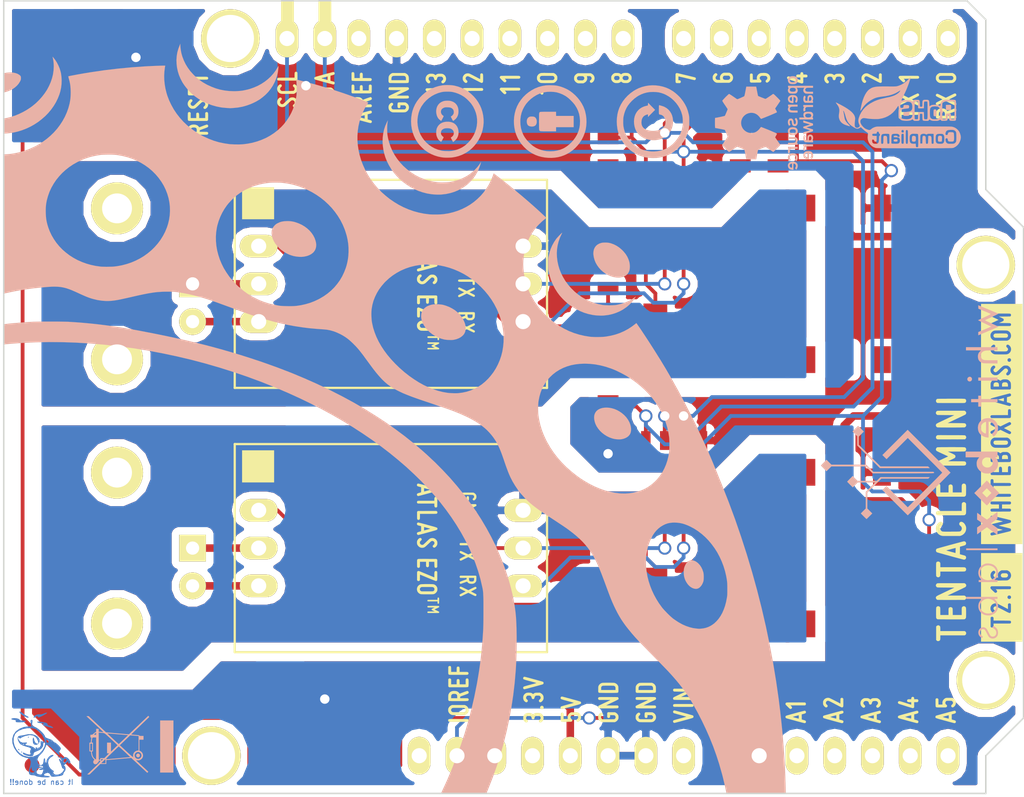
<source format=kicad_pcb>
(kicad_pcb (version 3) (host pcbnew "(2013-07-07 BZR 4022)-stable")
  (title_block (title "Tentacle Mini Shield") (rev T2.16) (company "Whitebox Labs") (comment 1 "Dual isolation, I2C Bus Design"))
  (layers (15 F.Cu signal) (0 B.Cu signal) (18 B.Paste user) (19 F.Paste user) (20 B.SilkS user) (21 F.SilkS user) (22 B.Mask user) (23 F.Mask user) (28 Edge.Cuts user))
  (net 0 "")
  (net 1 GND)
  (net 2 GND_ISO1)
  (net 3 GND_ISO2)
  (net 4 N-000002)
  (net 5 N-0000023)
  (net 6 N-0000025)
  (net 7 N-0000027)
  (net 8 N-0000028)
  (net 9 N-0000030)
  (net 10 N-0000031)
  (net 11 N-0000032)
  (net 12 N-0000036)
  (net 13 N-0000039)
  (net 14 N-0000044)
  (net 15 N-0000046)
  (net 16 N-0000047)
  (net 17 VCC)
  (net 18 VCOM)
  (net 19 V_ISO1)
  (net 20 V_ISO2)
  (module mini_F.SilkS_68.5mm (layer F.Cu) (at 144.78 96.4946)
    (fp_text reference VAL hide)
    (fp_text value REF hide)
  )
  (module B3S-1000P (layer F.Cu) (at 116.84 73.66 180)
    (fp_text reference SW1 hide)
    (fp_text value SW_PUSH hide)
    (pad 1 smd rect (at 3.5 2.25 180) (size 2.6 1.3) (layers F.Cu F.Paste F.Mask) (net 1 GND))
    (pad 1 smd rect (at -3.5 2.25 180) (size 2.6 1.3) (layers F.Cu F.Paste F.Mask) (net 1 GND))
    (pad 2 smd rect (at 3.5 -2.25 180) (size 2.6 1.3) (layers F.Cu F.Paste F.Mask) (net 4 N-000002))
    (pad 2 smd rect (at -3.5 -2.25 180) (size 2.6 1.3) (layers F.Cu F.Paste F.Mask) (net 4 N-000002))
  )
  (module fiducial (layer F.Cu) (at 112.395 121.285)
    (fp_text reference fiducial hide)
    (fp_text value VAL** hide)
    (pad 1 smd circle (at 0 0) (size 1 1) (layers F.Cu F.Mask) (clearance 0.5))
  )
  (module fiducial (layer F.Cu) (at 174.625 79.375)
    (fp_text reference fiducial hide)
    (fp_text value VAL** hide)
    (pad 1 smd circle (at 0 0) (size 1 1) (layers F.Cu F.Mask) (clearance 0.5))
  )
  (module BNC-1337543a (layer F.Cu) (at 118.11 106.68 90)
    (fp_text reference P2 hide)
    (fp_text value BNC hide)
    (pad "" thru_hole circle (at -5.08 0 90) (size 3.5 3.5) (drill 2.01) (layers *.Cu *.Mask F.SilkS))
    (pad "" thru_hole circle (at 5.08 0 90) (size 3.5 3.5) (drill 2.01) (layers *.Cu *.Mask F.SilkS))
    (pad 1 thru_hole rect (at 0 5.08 90) (size 1.8 1.8) (drill 0.89) (layers *.Cu *.Mask F.SilkS) (net 16 N-0000047))
    (pad 2 thru_hole circle (at -2.54 5.08 90) (size 1.8 1.8) (drill 0.89) (layers *.Cu *.Mask F.SilkS) (net 15 N-0000046))
  )
  (module BNC-1337543a (layer F.Cu) (at 118.11 88.9 90)
    (fp_text reference P1 hide)
    (fp_text value BNC hide)
    (pad "" thru_hole circle (at -5.08 0 90) (size 3.5 3.5) (drill 2.01) (layers *.Cu *.Mask F.SilkS))
    (pad "" thru_hole circle (at 5.08 0 90) (size 3.5 3.5) (drill 2.01) (layers *.Cu *.Mask F.SilkS))
    (pad 1 thru_hole rect (at 0 5.08 90) (size 1.8 1.8) (drill 0.89) (layers *.Cu *.Mask F.SilkS) (net 14 N-0000044))
    (pad 2 thru_hole circle (at -2.54 5.08 90) (size 1.8 1.8) (drill 0.89) (layers *.Cu *.Mask F.SilkS) (net 13 N-0000039))
  )
  (module sot89a (layer F.Cu) (at 156.21 109.855 270)
    (fp_text reference REG2 hide)
    (fp_text value LD2981ABU50TR hide)
    (pad 1 smd rect (at -1.50114 1.89992 270) (size 0.70104 1.6002) (layers F.Cu F.Paste F.Mask) (net 20 V_ISO2))
    (pad 2 smd rect (at 0 1.651 270) (size 0.70104 2.10058) (layers F.Cu F.Paste F.Mask) (net 3 GND_ISO2))
    (pad 3 smd rect (at 1.50114 1.89992 270) (size 0.70104 1.6002) (layers F.Cu F.Paste F.Mask) (net 6 N-0000025))
    (pad 2 smd rect (at 0 -0.7493 270) (size 1.99898 2.75082) (layers F.Cu F.Paste F.Mask) (net 3 GND_ISO2))
  )
  (module sot89a (layer F.Cu) (at 156.21 92.075 270)
    (fp_text reference REG1 hide)
    (fp_text value LD2981ABU50TR hide)
    (pad 1 smd rect (at -1.50114 1.89992 270) (size 0.70104 1.6002) (layers F.Cu F.Paste F.Mask) (net 19 V_ISO1))
    (pad 2 smd rect (at 0 1.651 270) (size 0.70104 2.10058) (layers F.Cu F.Paste F.Mask) (net 2 GND_ISO1))
    (pad 3 smd rect (at 1.50114 1.89992 270) (size 0.70104 1.6002) (layers F.Cu F.Paste F.Mask) (net 5 N-0000023))
    (pad 2 smd rect (at 0 -0.7493 270) (size 1.99898 2.75082) (layers F.Cu F.Paste F.Mask) (net 2 GND_ISO1))
  )
  (module so-8a (layer F.Cu) (at 155.575 84.455)
    (fp_text reference SIG_ISO1 hide)
    (fp_text value SI8600 hide)
    (pad 1 smd rect (at -1.905 2.794) (size 0.635 1.27) (layers F.Cu F.Paste F.Mask) (net 19 V_ISO1))
    (pad 2 smd rect (at -0.635 2.794) (size 0.635 1.27) (layers F.Cu F.Paste F.Mask) (net 7 N-0000027))
    (pad 3 smd rect (at 0.635 2.794) (size 0.635 1.27) (layers F.Cu F.Paste F.Mask) (net 11 N-0000032))
    (pad 4 smd rect (at 1.905 2.794) (size 0.635 1.27) (layers F.Cu F.Paste F.Mask) (net 2 GND_ISO1))
    (pad 5 smd rect (at 1.905 -2.794) (size 0.635 1.27) (layers F.Cu F.Paste F.Mask) (net 1 GND))
    (pad 6 smd rect (at 0.635 -2.794) (size 0.635 1.27) (layers F.Cu F.Paste F.Mask) (net 12 N-0000036))
    (pad 7 smd rect (at -0.635 -2.794) (size 0.635 1.27) (layers F.Cu F.Paste F.Mask) (net 8 N-0000028))
    (pad 8 smd rect (at -1.905 -2.794) (size 0.635 1.27) (layers F.Cu F.Paste F.Mask) (net 18 VCOM))
  )
  (module so-8a (layer F.Cu) (at 155.575 102.235)
    (fp_text reference SIG_ISO2 hide)
    (fp_text value SI8600 hide)
    (pad 1 smd rect (at -1.905 2.794) (size 0.635 1.27) (layers F.Cu F.Paste F.Mask) (net 20 V_ISO2))
    (pad 2 smd rect (at -0.635 2.794) (size 0.635 1.27) (layers F.Cu F.Paste F.Mask) (net 9 N-0000030))
    (pad 3 smd rect (at 0.635 2.794) (size 0.635 1.27) (layers F.Cu F.Paste F.Mask) (net 10 N-0000031))
    (pad 4 smd rect (at 1.905 2.794) (size 0.635 1.27) (layers F.Cu F.Paste F.Mask) (net 3 GND_ISO2))
    (pad 5 smd rect (at 1.905 -2.794) (size 0.635 1.27) (layers F.Cu F.Paste F.Mask) (net 1 GND))
    (pad 6 smd rect (at 0.635 -2.794) (size 0.635 1.27) (layers F.Cu F.Paste F.Mask) (net 12 N-0000036))
    (pad 7 smd rect (at -0.635 -2.794) (size 0.635 1.27) (layers F.Cu F.Paste F.Mask) (net 8 N-0000028))
    (pad 8 smd rect (at -1.905 -2.794) (size 0.635 1.27) (layers F.Cu F.Paste F.Mask) (net 18 VCOM))
  )
  (module SM0805a (layer F.Cu) (at 151.765 92.71 270)
    (fp_text reference C2 hide)
    (fp_text value 1µF hide)
    (pad 1 smd rect (at -0.9525 0 270) (size 0.889 1.397) (layers F.Cu F.Paste F.Mask) (net 2 GND_ISO1))
    (pad 2 smd rect (at 0.9525 0 270) (size 0.889 1.397) (layers F.Cu F.Paste F.Mask) (net 5 N-0000023))
  )
  (module SM0805a (layer F.Cu) (at 160.02 80.01 270)
    (fp_text reference R5 hide)
    (fp_text value 4.7K hide)
    (pad 1 smd rect (at -0.9525 0 270) (size 0.889 1.397) (layers F.Cu F.Paste F.Mask) (net 12 N-0000036))
    (pad 2 smd rect (at 0.9525 0 270) (size 0.889 1.397) (layers F.Cu F.Paste F.Mask) (net 18 VCOM))
  )
  (module SM0805a (layer F.Cu) (at 162.56 80.01 270)
    (fp_text reference R6 hide)
    (fp_text value 4.7K hide)
    (pad 1 smd rect (at -0.9525 0 270) (size 0.889 1.397) (layers F.Cu F.Paste F.Mask) (net 8 N-0000028))
    (pad 2 smd rect (at 0.9525 0 270) (size 0.889 1.397) (layers F.Cu F.Paste F.Mask) (net 18 VCOM))
  )
  (module SM0805a (layer F.Cu) (at 131.445 105.41 270)
    (fp_text reference C6 hide)
    (fp_text value 1µF hide)
    (pad 1 smd rect (at -0.9525 0 270) (size 0.889 1.397) (layers F.Cu F.Paste F.Mask) (net 3 GND_ISO2))
    (pad 2 smd rect (at 0.9525 0 270) (size 0.889 1.397) (layers F.Cu F.Paste F.Mask) (net 20 V_ISO2))
  )
  (module SM0805a (layer F.Cu) (at 131.445 87.63 270)
    (fp_text reference C1 hide)
    (fp_text value 1µF hide)
    (pad 1 smd rect (at -0.9525 0 270) (size 0.889 1.397) (layers F.Cu F.Paste F.Mask) (net 2 GND_ISO1))
    (pad 2 smd rect (at 0.9525 0 270) (size 0.889 1.397) (layers F.Cu F.Paste F.Mask) (net 19 V_ISO1))
  )
  (module SM0805a (layer F.Cu) (at 149.225 110.49 270)
    (fp_text reference C8 hide)
    (fp_text value 2.2µF hide)
    (pad 1 smd rect (at -0.9525 0 270) (size 0.889 1.397) (layers F.Cu F.Paste F.Mask) (net 20 V_ISO2))
    (pad 2 smd rect (at 0.9525 0 270) (size 0.889 1.397) (layers F.Cu F.Paste F.Mask) (net 3 GND_ISO2))
  )
  (module SM0805a (layer F.Cu) (at 151.765 110.49 270)
    (fp_text reference C7 hide)
    (fp_text value 1µF hide)
    (pad 1 smd rect (at -0.9525 0 270) (size 0.889 1.397) (layers F.Cu F.Paste F.Mask) (net 3 GND_ISO2))
    (pad 2 smd rect (at 0.9525 0 270) (size 0.889 1.397) (layers F.Cu F.Paste F.Mask) (net 6 N-0000025))
  )
  (module SM0805a (layer F.Cu) (at 149.225 92.71 270)
    (fp_text reference C3 hide)
    (fp_text value 2.2µF hide)
    (pad 1 smd rect (at -0.9525 0 270) (size 0.889 1.397) (layers F.Cu F.Paste F.Mask) (net 19 V_ISO1))
    (pad 2 smd rect (at 0.9525 0 270) (size 0.889 1.397) (layers F.Cu F.Paste F.Mask) (net 2 GND_ISO1))
  )
  (module SM0805a (layer F.Cu) (at 151.13 106.045 270)
    (fp_text reference C9 hide)
    (fp_text value "0.1 µF" hide)
    (pad 1 smd rect (at -0.9525 0 270) (size 0.889 1.397) (layers F.Cu F.Paste F.Mask) (net 3 GND_ISO2))
    (pad 2 smd rect (at 0.9525 0 270) (size 0.889 1.397) (layers F.Cu F.Paste F.Mask) (net 20 V_ISO2))
  )
  (module SM0805a (layer F.Cu) (at 151.13 88.265 270)
    (fp_text reference C4 hide)
    (fp_text value "0.1 µF" hide)
    (pad 1 smd rect (at -0.9525 0 270) (size 0.889 1.397) (layers F.Cu F.Paste F.Mask) (net 2 GND_ISO1))
    (pad 2 smd rect (at 0.9525 0 270) (size 0.889 1.397) (layers F.Cu F.Paste F.Mask) (net 19 V_ISO1))
  )
  (module SM0805a (layer F.Cu) (at 136.525 105.41 270)
    (fp_text reference R4 hide)
    (fp_text value 4.7K hide)
    (pad 1 smd rect (at -0.9525 0 270) (size 0.889 1.397) (layers F.Cu F.Paste F.Mask) (net 20 V_ISO2))
    (pad 2 smd rect (at 0.9525 0 270) (size 0.889 1.397) (layers F.Cu F.Paste F.Mask) (net 9 N-0000030))
  )
  (module SM0805a (layer F.Cu) (at 133.985 105.41 270)
    (fp_text reference R3 hide)
    (fp_text value 4.7K hide)
    (pad 1 smd rect (at -0.9525 0 270) (size 0.889 1.397) (layers F.Cu F.Paste F.Mask) (net 20 V_ISO2))
    (pad 2 smd rect (at 0.9525 0 270) (size 0.889 1.397) (layers F.Cu F.Paste F.Mask) (net 10 N-0000031))
  )
  (module SM0805a (layer F.Cu) (at 136.525 87.63 270)
    (fp_text reference R2 hide)
    (fp_text value 4.7K hide)
    (pad 1 smd rect (at -0.9525 0 270) (size 0.889 1.397) (layers F.Cu F.Paste F.Mask) (net 19 V_ISO1))
    (pad 2 smd rect (at 0.9525 0 270) (size 0.889 1.397) (layers F.Cu F.Paste F.Mask) (net 7 N-0000027))
  )
  (module SM0805a (layer F.Cu) (at 133.985 87.63 270)
    (fp_text reference R1 hide)
    (fp_text value 4.7K hide)
    (pad 1 smd rect (at -0.9525 0 270) (size 0.889 1.397) (layers F.Cu F.Paste F.Mask) (net 19 V_ISO1))
    (pad 2 smd rect (at 0.9525 0 270) (size 0.889 1.397) (layers F.Cu F.Paste F.Mask) (net 11 N-0000032))
  )
  (module SM0805a (layer F.Cu) (at 151.13 97.79 90)
    (fp_text reference C10 hide)
    (fp_text value "0.1 µF" hide)
    (pad 1 smd rect (at -0.9525 0 90) (size 0.889 1.397) (layers F.Cu F.Paste F.Mask) (net 1 GND))
    (pad 2 smd rect (at 0.9525 0 90) (size 0.889 1.397) (layers F.Cu F.Paste F.Mask) (net 18 VCOM))
  )
  (module SM0805a (layer F.Cu) (at 151.13 80.01 90)
    (fp_text reference C5 hide)
    (fp_text value "0.1 µF" hide)
    (pad 1 smd rect (at -0.9525 0 90) (size 0.889 1.397) (layers F.Cu F.Paste F.Mask) (net 1 GND))
    (pad 2 smd rect (at 0.9525 0 90) (size 0.889 1.397) (layers F.Cu F.Paste F.Mask) (net 18 VCOM))
  )
  (module R1SE_0505 (layer F.Cu) (at 165.735 106.68 180)
    (fp_text reference DCDC2 hide)
    (fp_text value R1SE_0505 hide)
    (pad 1 smd rect (at -3.81 5.1 180) (size 1.2 1.8) (layers F.Cu F.Paste F.Mask) (net 1 GND))
    (pad 2 smd rect (at -1.27 5.1 180) (size 1.2 1.8) (layers F.Cu F.Paste F.Mask) (net 17 VCC))
    (pad 3 smd rect (at 1.27 5.1 180) (size 1.2 1.8) (layers F.Cu F.Paste F.Mask))
    (pad 4 smd rect (at 3.81 5.1 180) (size 1.2 1.8) (layers F.Cu F.Paste F.Mask) (net 3 GND_ISO2))
    (pad 5 smd rect (at 3.81 -5.1 180) (size 1.2 1.8) (layers F.Cu F.Paste F.Mask) (net 6 N-0000025))
    (pad 6 smd rect (at 1.27 -5.1 180) (size 1.2 1.8) (layers F.Cu F.Paste F.Mask))
    (pad 7 smd rect (at -1.27 -5.1 180) (size 1.2 1.8) (layers F.Cu F.Paste F.Mask))
    (pad 8 smd rect (at -3.81 -5.1 180) (size 1.2 1.8) (layers F.Cu F.Paste F.Mask))
  )
  (module R1SE_0505 (layer F.Cu) (at 165.735 88.9 180)
    (fp_text reference DCDC1 hide)
    (fp_text value R1SE_0505 hide)
    (pad 1 smd rect (at -3.81 5.1 180) (size 1.2 1.8) (layers F.Cu F.Paste F.Mask) (net 1 GND))
    (pad 2 smd rect (at -1.27 5.1 180) (size 1.2 1.8) (layers F.Cu F.Paste F.Mask) (net 17 VCC))
    (pad 3 smd rect (at 1.27 5.1 180) (size 1.2 1.8) (layers F.Cu F.Paste F.Mask))
    (pad 4 smd rect (at 3.81 5.1 180) (size 1.2 1.8) (layers F.Cu F.Paste F.Mask) (net 2 GND_ISO1))
    (pad 5 smd rect (at 3.81 -5.1 180) (size 1.2 1.8) (layers F.Cu F.Paste F.Mask) (net 5 N-0000023))
    (pad 6 smd rect (at 1.27 -5.1 180) (size 1.2 1.8) (layers F.Cu F.Paste F.Mask))
    (pad 7 smd rect (at -1.27 -5.1 180) (size 1.2 1.8) (layers F.Cu F.Paste F.Mask))
    (pad 8 smd rect (at -3.81 -5.1 180) (size 1.2 1.8) (layers F.Cu F.Paste F.Mask))
  )
  (module c_tant_X (layer F.Cu) (at 132.08 116.84)
    (fp_text reference C11 hide)
    (fp_text value 470µF hide)
    (pad 1 smd rect (at 2.99974 0) (size 2.55016 2.70002) (layers F.Cu F.Paste F.Mask) (net 17 VCC))
    (pad 2 smd rect (at -2.99974 0) (size 2.55016 3.79984) (layers F.Cu F.Paste F.Mask) (net 1 GND))
  )
  (module ARDUINO_SHIELD_040pinsb_no_outline (layer F.Cu) (at 110.49 123.19)
    (fp_text reference SHIELD1 hide)
    (fp_text value ARDUINO_SHIELD hide)
    (pad AD5 thru_hole oval (at 63.5 -2.54 90) (size 2.54 1.524) (drill 1.016) (layers *.Cu *.Mask F.SilkS))
    (pad AD4 thru_hole oval (at 60.96 -2.54 90) (size 2.54 1.524) (drill 1.016) (layers *.Cu *.Mask F.SilkS))
    (pad AD3 thru_hole oval (at 58.42 -2.54 90) (size 2.54 1.524) (drill 1.016) (layers *.Cu *.Mask F.SilkS))
    (pad AD0 thru_hole oval (at 50.8 -2.54 90) (size 2.54 1.524) (drill 1.016) (layers *.Cu *.Mask F.SilkS))
    (pad AD1 thru_hole oval (at 53.34 -2.54 90) (size 2.54 1.524) (drill 1.016) (layers *.Cu *.Mask F.SilkS))
    (pad AD2 thru_hole oval (at 55.88 -2.54 90) (size 2.54 1.524) (drill 1.016) (layers *.Cu *.Mask F.SilkS))
    (pad V_IN thru_hole oval (at 45.72 -2.54 90) (size 2.54 1.524) (drill 1.016) (layers *.Cu *.Mask F.SilkS))
    (pad GND2 thru_hole oval (at 43.18 -2.54 90) (size 2.54 1.524) (drill 1.016) (layers *.Cu *.Mask F.SilkS) (net 1 GND))
    (pad GND1 thru_hole oval (at 40.64 -2.54 90) (size 2.54 1.524) (drill 1.016) (layers *.Cu *.Mask F.SilkS) (net 1 GND))
    (pad 3V3 thru_hole oval (at 35.56 -2.54 90) (size 2.54 1.524) (drill 1.016) (layers *.Cu *.Mask F.SilkS))
    (pad RST thru_hole oval (at 33.02 -2.54 90) (size 2.54 1.524) (drill 1.016) (layers *.Cu *.Mask F.SilkS) (net 4 N-000002))
    (pad 0 thru_hole oval (at 63.5 -50.8 90) (size 2.54 1.524) (drill 1.016) (layers *.Cu *.Mask F.SilkS))
    (pad 1 thru_hole oval (at 60.96 -50.8 90) (size 2.54 1.524) (drill 1.016) (layers *.Cu *.Mask F.SilkS))
    (pad 2 thru_hole oval (at 58.42 -50.8 90) (size 2.54 1.524) (drill 1.016) (layers *.Cu *.Mask F.SilkS))
    (pad 3 thru_hole oval (at 55.88 -50.8 90) (size 2.54 1.524) (drill 1.016) (layers *.Cu *.Mask F.SilkS))
    (pad 4 thru_hole oval (at 53.34 -50.8 90) (size 2.54 1.524) (drill 1.016) (layers *.Cu *.Mask F.SilkS))
    (pad 5 thru_hole oval (at 50.8 -50.8 90) (size 2.54 1.524) (drill 1.016) (layers *.Cu *.Mask F.SilkS))
    (pad 6 thru_hole oval (at 48.26 -50.8 90) (size 2.54 1.524) (drill 1.016) (layers *.Cu *.Mask F.SilkS))
    (pad 7 thru_hole oval (at 45.72 -50.8 90) (size 2.54 1.524) (drill 1.016) (layers *.Cu *.Mask F.SilkS))
    (pad 8 thru_hole oval (at 41.656 -50.8 90) (size 2.54 1.524) (drill 1.016) (layers *.Cu *.Mask F.SilkS))
    (pad 9 thru_hole oval (at 39.116 -50.8 90) (size 2.54 1.524) (drill 1.016) (layers *.Cu *.Mask F.SilkS))
    (pad 10 thru_hole oval (at 36.576 -50.8 90) (size 2.54 1.524) (drill 1.016) (layers *.Cu *.Mask F.SilkS))
    (pad 11 thru_hole oval (at 34.036 -50.8 90) (size 2.54 1.524) (drill 1.016) (layers *.Cu *.Mask F.SilkS))
    (pad 12 thru_hole oval (at 31.496 -50.8 90) (size 2.54 1.524) (drill 1.016) (layers *.Cu *.Mask F.SilkS))
    (pad 13 thru_hole oval (at 28.956 -50.8 90) (size 2.54 1.524) (drill 1.016) (layers *.Cu *.Mask F.SilkS))
    (pad GND3 thru_hole oval (at 26.416 -50.8 90) (size 2.54 1.524) (drill 1.016) (layers *.Cu *.Mask F.SilkS) (net 1 GND))
    (pad AREF thru_hole oval (at 23.876 -50.8 90) (size 2.54 1.524) (drill 1.016) (layers *.Cu *.Mask F.SilkS))
    (pad 5V thru_hole oval (at 38.1 -2.54 90) (size 2.54 1.524) (drill 1.016) (layers *.Cu *.Mask F.SilkS) (net 17 VCC))
    (pad "" thru_hole circle (at 66.04 -7.62 90) (size 3.937 3.937) (drill 3.175) (layers *.Cu F.SilkS))
    (pad "" thru_hole circle (at 66.04 -35.56 90) (size 3.937 3.937) (drill 3.175) (layers *.Cu F.SilkS))
    (pad "" thru_hole circle (at 15.24 -50.8 90) (size 3.937 3.937) (drill 3.175) (layers *.Cu F.SilkS))
    (pad "" thru_hole circle (at 13.97 -2.54 90) (size 3.937 3.937) (drill 3.175) (layers *.Cu F.SilkS))
    (pad IORE thru_hole oval (at 30.48 -2.54 90) (size 2.54 1.524) (drill 1.016) (layers *.Cu *.Mask F.SilkS) (net 18 VCOM))
    (pad NC thru_hole oval (at 27.94 -2.54 90) (size 2.54 1.524) (drill 1.016) (layers *.Cu *.Mask F.SilkS))
    (pad SDA thru_hole oval (at 21.59 -50.8 90) (size 2.54 1.524) (drill 1.016) (layers *.Cu *.Mask F.SilkS) (net 8 N-0000028))
    (pad SCL thru_hole oval (at 19.05 -50.8 90) (size 2.54 1.524) (drill 1.016) (layers *.Cu *.Mask F.SilkS) (net 12 N-0000036))
  )
  (module Atlas_Stamp_14x21 (layer F.Cu) (at 136.525 88.9 270)
    (fp_text reference STP1 hide)
    (fp_text value ATLAS_STAMP hide)
    (pad 1 thru_hole oval (at -2.54 -8.89 270) (size 1.542 2.54) (drill 1.016) (layers *.Cu *.Mask F.SilkS) (net 2 GND_ISO1))
    (pad 2 thru_hole oval (at 0 -8.89 270) (size 1.524 2.54) (drill 1.016) (layers *.Cu *.Mask F.SilkS) (net 7 N-0000027))
    (pad 3 thru_hole oval (at 2.54 -8.89 270) (size 1.524 2.54) (drill 1.016) (layers *.Cu *.Mask F.SilkS) (net 11 N-0000032))
    (pad 4 thru_hole oval (at -2.54 8.89 270) (size 1.524 2.54) (drill 1.016) (layers *.Cu *.Mask F.SilkS) (net 19 V_ISO1))
    (pad 5 thru_hole oval (at 0 8.89 270) (size 1.524 2.54) (drill 1.016) (layers *.Cu *.Mask F.SilkS) (net 14 N-0000044))
    (pad 6 thru_hole oval (at 2.54 8.89 270) (size 1.524 2.54) (drill 1.016) (layers *.Cu *.Mask F.SilkS) (net 13 N-0000039))
  )
  (module Atlas_Stamp_14x21 (layer F.Cu) (at 136.525 106.68 270)
    (fp_text reference STP2 hide)
    (fp_text value ATLAS_STAMP hide)
    (pad 1 thru_hole oval (at -2.54 -8.89 270) (size 1.542 2.54) (drill 1.016) (layers *.Cu *.Mask F.SilkS) (net 3 GND_ISO2))
    (pad 2 thru_hole oval (at 0 -8.89 270) (size 1.524 2.54) (drill 1.016) (layers *.Cu *.Mask F.SilkS) (net 9 N-0000030))
    (pad 3 thru_hole oval (at 2.54 -8.89 270) (size 1.524 2.54) (drill 1.016) (layers *.Cu *.Mask F.SilkS) (net 10 N-0000031))
    (pad 4 thru_hole oval (at -2.54 8.89 270) (size 1.524 2.54) (drill 1.016) (layers *.Cu *.Mask F.SilkS) (net 20 V_ISO2))
    (pad 5 thru_hole oval (at 0 8.89 270) (size 1.524 2.54) (drill 1.016) (layers *.Cu *.Mask F.SilkS) (net 16 N-0000047))
    (pad 6 thru_hole oval (at 2.54 8.89 270) (size 1.524 2.54) (drill 1.016) (layers *.Cu *.Mask F.SilkS) (net 15 N-0000046))
  )
  (module icon (layer F.Cu) (at 112.776 120.015)
    (fp_text reference VAL hide)
    (fp_text value REF hide)
    (fp_poly (pts (xy -1.71196 -0.50038) (xy -1.69672 -0.20066) (xy -1.62306 0.00762) (xy -1.62306 -0.30226) (xy -1.61544 -0.57404) (xy -1.52908 -0.8128) (xy -1.4605 -0.9017) (xy -1.26746 -1.04902) (xy -1.00584 -1.1557) (xy -0.7112 -1.21412) (xy -0.4191 -1.22174) (xy -0.17018 -1.16586) (xy -0.12192 -1.143) (xy 0.10414 -0.9779) (xy 0.29718 -0.7493) (xy 0.43688 -0.48768) (xy 0.50038 -0.23368) (xy 0.50038 -0.19558) (xy 0.45212 0.03556) (xy 0.32004 0.26924) (xy 0.127 0.47752) (xy 0.01524 0.5588) (xy -0.2921 0.69088) (xy -0.61214 0.71628) (xy -0.94234 0.63246) (xy -0.97536 0.61722) (xy -1.22428 0.45466) (xy -1.41986 0.23114) (xy -1.55448 -0.02794) (xy -1.62306 -0.30226) (xy -1.62306 0.00762) (xy -1.59004 0.10414) (xy -1.38938 0.40386) (xy -1.37668 0.41402) (xy -1.2192 0.5715) (xy -1.04902 0.68072) (xy -0.82804 0.75946) (xy -0.65786 0.8001) (xy -0.52578 0.8763) (xy -0.46736 1.03124) (xy -0.49022 1.25222) (xy -0.53086 1.38938) (xy -0.58928 1.6002) (xy -0.59436 1.77292) (xy -0.58928 1.79578) (xy -0.54356 1.90246) (xy -0.53086 1.90754) (xy -0.53086 1.67894) (xy -0.51562 1.59004) (xy -0.47244 1.49606) (xy -0.42672 1.39954) (xy -0.40894 1.38938) (xy -0.41402 1.40716) (xy -0.41402 1.50368) (xy -0.37592 1.60274) (xy -0.32512 1.67132) (xy -0.27432 1.67894) (xy -0.25908 1.65608) (xy -0.23622 1.62814) (xy -0.22606 1.67894) (xy -0.26416 1.75768) (xy -0.36576 1.77546) (xy -0.48768 1.72974) (xy -0.53086 1.67894) (xy -0.53086 1.90754) (xy -0.44958 1.94056) (xy -0.37084 1.94564) (xy -0.33274 1.94818) (xy -0.33274 1.86182) (xy -0.3048 1.83388) (xy -0.27686 1.86182) (xy -0.3048 1.88722) (xy -0.33274 1.86182) (xy -0.33274 1.94818) (xy -0.2286 1.95834) (xy -0.13716 1.9939) (xy -0.13462 1.9939) (xy -0.07874 2.0193) (xy -0.07874 1.76276) (xy -0.06604 1.59004) (xy -0.03302 1.50114) (xy 0.03556 1.46558) (xy 0.12446 1.45542) (xy 0.26162 1.4351) (xy 0.32512 1.41224) (xy 0.29718 1.39446) (xy 0.20828 1.38938) (xy 0.0889 1.37414) (xy 0.03556 1.3462) (xy 0.06604 1.31826) (xy 0.17526 1.30556) (xy 0.19304 1.30556) (xy 0.32766 1.33096) (xy 0.36576 1.39192) (xy 0.31496 1.45542) (xy 0.1905 1.50114) (xy 0.08636 1.53416) (xy 0.09398 1.57226) (xy 0.09906 1.57226) (xy 0.20574 1.59512) (xy 0.2794 1.58242) (xy 0.35814 1.5621) (xy 0.38354 1.58496) (xy 0.36068 1.6764) (xy 0.33274 1.76276) (xy 0.2794 1.87452) (xy 0.2032 1.90754) (xy 0.09398 1.8923) (xy -0.04318 1.83642) (xy -0.07874 1.76276) (xy -0.07874 2.0193) (xy -0.0508 2.02946) (xy 0.10668 2.05994) (xy 0.30226 2.0828) (xy 0.50038 2.09296) (xy 0.67056 2.09042) (xy 0.78232 2.07518) (xy 0.80264 2.06248) (xy 0.78486 2.01676) (xy 0.6604 1.99898) (xy 0.6477 1.99898) (xy 0.49022 1.9812) (xy 0.4191 1.93548) (xy 0.4445 1.87198) (xy 0.4953 1.83642) (xy 0.6604 1.78054) (xy 0.78232 1.82626) (xy 0.84582 1.92278) (xy 0.89408 2.00406) (xy 0.9525 2.0447) (xy 1.00076 2.04724) (xy 1.00076 1.9177) (xy 1.0287 1.88722) (xy 1.05664 1.9177) (xy 1.0287 1.94564) (xy 1.00076 1.9177) (xy 1.00076 2.04724) (xy 1.06172 2.04978) (xy 1.22428 2.03708) (xy 1.47066 2.00406) (xy 1.6256 1.96596) (xy 1.70434 1.91262) (xy 1.72212 1.84658) (xy 1.7653 1.74498) (xy 1.81356 1.69672) (xy 1.85928 1.61544) (xy 1.87452 1.50114) (xy 1.8542 1.38938) (xy 1.81102 1.31572) (xy 1.76022 1.31318) (xy 1.74752 1.3081) (xy 1.8034 1.24714) (xy 1.80594 1.2446) (xy 1.92278 1.13284) (xy 1.9939 1.0541) (xy 2.04978 1.00076) (xy 2.04724 1.03886) (xy 2.03962 1.06426) (xy 2.04216 1.13792) (xy 2.11582 1.15062) (xy 2.19456 1.1176) (xy 2.18948 1.03886) (xy 2.11074 0.88138) (xy 1.99644 0.77216) (xy 1.87706 0.72136) (xy 1.77546 0.7493) (xy 1.74752 0.78232) (xy 1.68402 0.79756) (xy 1.60782 0.74422) (xy 1.52654 0.6858) (xy 1.50622 0.70612) (xy 1.54432 0.81534) (xy 1.58496 0.90424) (xy 1.63576 1.016) (xy 1.6383 1.03632) (xy 1.59004 0.97282) (xy 1.57734 0.95758) (xy 1.48336 0.85344) (xy 1.43256 0.84328) (xy 1.44272 0.92456) (xy 1.48082 1.01346) (xy 1.55956 1.18872) (xy 1.6129 1.3589) (xy 1.6129 1.36144) (xy 1.65608 1.4732) (xy 1.71196 1.51384) (xy 1.7145 1.51384) (xy 1.73228 1.51892) (xy 1.73228 1.07188) (xy 1.73228 0.98552) (xy 1.78562 0.87884) (xy 1.84912 0.84328) (xy 1.92786 0.8636) (xy 1.94056 0.9398) (xy 1.88214 1.03886) (xy 1.8796 1.04394) (xy 1.78308 1.10744) (xy 1.73228 1.07188) (xy 1.73228 1.51892) (xy 1.77292 1.52908) (xy 1.7526 1.6129) (xy 1.66878 1.73482) (xy 1.5367 1.84404) (xy 1.3716 1.90754) (xy 1.20904 1.91262) (xy 1.0922 1.85928) (xy 1.0795 1.84404) (xy 1.03886 1.75514) (xy 1.07188 1.71196) (xy 1.0795 1.66624) (xy 0.9906 1.60782) (xy 0.87122 1.51384) (xy 0.76962 1.36906) (xy 0.75692 1.34112) (xy 0.69596 1.1049) (xy 0.7366 0.90424) (xy 0.87376 0.7493) (xy 0.93726 0.71374) (xy 1.04648 0.63754) (xy 1.05918 0.58674) (xy 0.98552 0.57912) (xy 0.87122 0.61722) (xy 0.76454 0.6985) (xy 0.66548 0.82296) (xy 0.59944 0.9525) (xy 0.58674 1.0541) (xy 0.59182 1.0668) (xy 0.57658 1.10744) (xy 0.5588 1.11252) (xy 0.51816 1.06172) (xy 0.50292 0.94488) (xy 0.50038 0.94234) (xy 0.48514 0.83058) (xy 0.44704 0.80518) (xy 0.4445 0.80518) (xy 0.4064 0.87884) (xy 0.39116 1.01346) (xy 0.39116 1.02616) (xy 0.35306 1.1811) (xy 0.26416 1.26238) (xy 0.1524 1.26746) (xy 0.0508 1.19888) (xy -0.0127 1.04902) (xy -0.01524 1.03886) (xy -0.0127 0.8382) (xy 0.0762 0.66548) (xy 0.22098 0.5207) (xy 0.33782 0.39116) (xy 0.44704 0.21336) (xy 0.47244 0.15748) (xy 0.53848 0.01016) (xy 0.5715 -0.06096) (xy 0.5715 -0.41148) (xy 0.62992 -0.42926) (xy 0.68326 -0.41402) (xy 0.74422 -0.34544) (xy 0.74168 -0.30226) (xy 0.68072 -0.2286) (xy 0.61722 -0.25908) (xy 0.58928 -0.31242) (xy 0.5715 -0.41148) (xy 0.5715 -0.06096) (xy 0.5842 -0.08636) (xy 0.59436 -0.10414) (xy 0.65024 -0.09652) (xy 0.76454 -0.02286) (xy 0.889 0.07874) (xy 0.889 -0.36068) (xy 0.91694 -0.38862) (xy 0.94488 -0.36068) (xy 0.91694 -0.33274) (xy 0.889 -0.36068) (xy 0.889 0.07874) (xy 0.91694 0.10414) (xy 1.08712 0.26416) (xy 1.16078 0.33782) (xy 1.32842 0.50292) (xy 1.43764 0.59182) (xy 1.48336 0.60198) (xy 1.4605 0.53086) (xy 1.45288 0.51308) (xy 1.43764 0.38608) (xy 1.47828 0.30734) (xy 1.53924 0.20828) (xy 1.55702 0.15748) (xy 1.51892 0.07366) (xy 1.4224 -0.04064) (xy 1.30302 -0.15494) (xy 1.19126 -0.23876) (xy 1.12014 -0.26416) (xy 1.04394 -0.2921) (xy 1.03124 -0.33274) (xy 0.9779 -0.40386) (xy 0.83566 -0.47244) (xy 0.76454 -0.49784) (xy 0.61214 -0.55372) (xy 0.51562 -0.61214) (xy 0.50038 -0.63754) (xy 0.4572 -0.74168) (xy 0.35052 -0.88138) (xy 0.20066 -1.03378) (xy 0.03302 -1.17094) (xy -0.12446 -1.27254) (xy -0.1524 -1.28524) (xy -0.30226 -1.35382) (xy -0.3683 -1.41224) (xy -0.37846 -1.4986) (xy -0.36322 -1.58496) (xy -0.34798 -1.71704) (xy -0.37592 -1.77292) (xy -0.41402 -1.778) (xy -0.46736 -1.75768) (xy -0.48006 -1.67386) (xy -0.46482 -1.55702) (xy -0.42926 -1.3335) (xy -0.67564 -1.3335) (xy -0.93472 -1.2954) (xy -1.2065 -1.19126) (xy -1.46558 -1.01092) (xy -1.63322 -0.77216) (xy -1.71196 -0.50038) (xy -1.71196 -0.50038)) (layer B.Cu) (width 0.00254))
    (fp_poly (pts (xy 1.3335 0.68834) (xy 1.37414 0.73914) (xy 1.38938 0.7493) (xy 1.44272 0.76454) (xy 1.44526 0.75692) (xy 1.40716 0.70612) (xy 1.38938 0.69596) (xy 1.33858 0.68072) (xy 1.3335 0.68834) (xy 1.3335 0.68834)) (layer B.Cu) (width 0.00254))
    (fp_poly (pts (xy 1.05664 -0.3048) (xy 1.08458 -0.2794) (xy 1.11252 -0.3048) (xy 1.08458 -0.33274) (xy 1.05664 -0.3048) (xy 1.05664 -0.3048)) (layer B.Cu) (width 0.00254))
    (fp_poly (pts (xy -0.03048 -1.62052) (xy 0.04318 -1.57988) (xy 0.18542 -1.55702) (xy 0.23876 -1.55448) (xy 0.37846 -1.54686) (xy 0.41402 -1.524) (xy 0.39116 -1.50114) (xy 0.34036 -1.4605) (xy 0.34544 -1.42748) (xy 0.42164 -1.39192) (xy 0.5842 -1.34112) (xy 0.67564 -1.31318) (xy 0.89154 -1.25222) (xy 1.01092 -1.22936) (xy 1.04394 -1.24206) (xy 1.0033 -1.28778) (xy 0.9779 -1.3081) (xy 0.8509 -1.37414) (xy 0.76708 -1.38938) (xy 0.68326 -1.42494) (xy 0.66548 -1.46558) (xy 0.6477 -1.52908) (xy 0.5715 -1.57734) (xy 0.42418 -1.6129) (xy 0.2159 -1.64592) (xy 0.04572 -1.66116) (xy -0.03048 -1.651) (xy -0.03048 -1.62052) (xy -0.03048 -1.62052)) (layer B.Cu) (width 0.00254))
    (fp_poly (pts (xy -1.77546 -1.83388) (xy -1.7272 -1.79578) (xy -1.6129 -1.778) (xy -1.6129 -1.778) (xy -1.49606 -1.76276) (xy -1.4732 -1.7145) (xy -1.47828 -1.69418) (xy -1.47828 -1.64846) (xy -1.41732 -1.62052) (xy -1.27254 -1.6129) (xy -1.17602 -1.6129) (xy -0.9906 -1.62052) (xy -0.85598 -1.64084) (xy -0.80518 -1.66624) (xy -0.83058 -1.70434) (xy -0.94742 -1.72212) (xy -0.9906 -1.72212) (xy -1.16586 -1.74498) (xy -1.24206 -1.80594) (xy -1.30556 -1.85166) (xy -1.43002 -1.88214) (xy -1.57734 -1.8923) (xy -1.70434 -1.88214) (xy -1.77292 -1.84658) (xy -1.77546 -1.83388) (xy -1.77546 -1.83388)) (layer B.Cu) (width 0.00254))
    (fp_poly (pts (xy -0.27686 -1.96596) (xy -0.25908 -1.92024) (xy -0.19558 -1.94056) (xy -0.14224 -1.97612) (xy -0.04572 -2.02946) (xy -0.00254 -2.01676) (xy 0.01016 -1.9812) (xy 0.04064 -1.94564) (xy 0.11938 -1.95834) (xy 0.26162 -2.0193) (xy 0.36068 -2.0701) (xy 0.51816 -2.15646) (xy 0.61468 -2.22504) (xy 0.63246 -2.2606) (xy 0.62992 -2.2606) (xy 0.53848 -2.25298) (xy 0.4064 -2.20218) (xy 0.39624 -2.1971) (xy 0.25654 -2.14884) (xy 0.14732 -2.14376) (xy 0.14224 -2.1463) (xy 0.02794 -2.14884) (xy -0.10922 -2.11074) (xy -0.22606 -2.04216) (xy -0.27686 -1.96596) (xy -0.27686 -1.96596) (xy -0.27686 -1.96596)) (layer B.Cu) (width 0.00254))
    (fp_poly (pts (xy -1.23444 -2.32664) (xy -1.21412 -2.26568) (xy -1.15316 -2.19456) (xy -1.03886 -2.10058) (xy -0.89916 -2.01676) (xy -0.75946 -1.95072) (xy -0.65532 -1.92024) (xy -0.6096 -1.93802) (xy -0.6096 -1.94056) (xy -0.65786 -1.99898) (xy -0.71374 -2.02692) (xy -0.8255 -2.08788) (xy -0.95758 -2.18694) (xy -0.96774 -2.1971) (xy -1.0922 -2.29108) (xy -1.18618 -2.33426) (xy -1.23444 -2.32664) (xy -1.23444 -2.32664)) (layer B.Cu) (width 0.00254))
    (fp_poly (pts (xy -1.35382 -0.5842) (xy -1.33096 -0.4191) (xy -1.31572 -0.381) (xy -1.2446 -0.23622) (xy -1.15316 -0.13462) (xy -1.03378 -0.07112) (xy -1.03378 -0.12954) (xy -1.01092 -0.14986) (xy -0.92456 -0.15748) (xy -0.90424 -0.14478) (xy -0.91948 -0.11938) (xy -0.9779 -0.1143) (xy -1.03378 -0.12954) (xy -1.03378 -0.07112) (xy -1.016 -0.06096) (xy -0.80264 0.0127) (xy -0.76454 0.02286) (xy -0.57404 0.08128) (xy -0.47752 0.12954) (xy -0.45212 0.18542) (xy -0.48768 0.26162) (xy -0.49784 0.27432) (xy -0.51562 0.39624) (xy -0.49276 0.45466) (xy -0.47244 0.53086) (xy -0.53594 0.55626) (xy -0.56642 0.55626) (xy -0.7112 0.52832) (xy -0.84582 0.47498) (xy -0.9525 0.42672) (xy -0.99568 0.43942) (xy -1.00076 0.4699) (xy -0.94996 0.54102) (xy -0.8255 0.60198) (xy -0.6604 0.6477) (xy -0.4953 0.66802) (xy -0.36068 0.65532) (xy -0.31242 0.62992) (xy -0.28194 0.5461) (xy -0.27686 0.49276) (xy -0.23114 0.40894) (xy -0.08636 0.3429) (xy -0.05842 0.33274) (xy 0.12446 0.254) (xy 0.27178 0.12954) (xy 0.36068 -0.01016) (xy 0.37084 -0.12446) (xy 0.37084 -0.20574) (xy 0.39624 -0.22098) (xy 0.4445 -0.26416) (xy 0.4445 -0.28448) (xy 0.40386 -0.32258) (xy 0.3683 -0.3175) (xy 0.26416 -0.32258) (xy 0.23114 -0.34544) (xy 0.19558 -0.35814) (xy 0.19304 -0.27432) (xy 0.20066 -0.2159) (xy 0.20574 -0.06096) (xy 0.14478 0.04826) (xy 0.10922 0.08382) (xy 0.0127 0.1524) (xy -0.03556 0.13208) (xy -0.04064 0.12446) (xy -0.09144 0.05842) (xy -0.13462 0.07874) (xy -0.13208 0.1524) (xy -0.11938 0.21082) (xy -0.1524 0.1778) (xy -0.2794 0.06858) (xy -0.46228 -0.01778) (xy -0.65278 -0.05588) (xy -0.67056 -0.05588) (xy -0.7874 -0.07366) (xy -0.83312 -0.11176) (xy -0.78994 -0.1651) (xy -0.77724 -0.16764) (xy -0.7239 -0.21082) (xy -0.72136 -0.22606) (xy -0.76454 -0.25908) (xy -0.82804 -0.25146) (xy -1.01092 -0.23876) (xy -1.17602 -0.30988) (xy -1.27 -0.42418) (xy -1.32334 -0.55626) (xy -1.3208 -0.59944) (xy -1.2573 -0.56388) (xy -1.25222 -0.5588) (xy -1.17094 -0.52578) (xy -1.14046 -0.54864) (xy -1.07442 -0.59436) (xy -0.93472 -0.65786) (xy -0.8255 -0.69596) (xy -0.53086 -0.75692) (xy -0.29464 -0.7239) (xy -0.11684 -0.5969) (xy -0.0381 -0.47244) (xy 0.03556 -0.29972) (xy 0.0508 -0.20574) (xy 0.00762 -0.16764) (xy -0.02032 -0.16764) (xy -0.13208 -0.2159) (xy -0.2159 -0.34544) (xy -0.23622 -0.43434) (xy -0.26924 -0.56134) (xy -0.30226 -0.5842) (xy -0.32766 -0.50292) (xy -0.33274 -0.39878) (xy -0.31242 -0.22098) (xy -0.24892 -0.12954) (xy -0.23622 -0.11938) (xy -0.08636 -0.09398) (xy 0.04572 -0.16256) (xy 0.12446 -0.29972) (xy 0.12954 -0.31496) (xy 0.11176 -0.48768) (xy 0.00762 -0.63754) (xy -0.16764 -0.74676) (xy -0.38608 -0.81026) (xy -0.63246 -0.8128) (xy -0.75438 -0.7874) (xy -0.93726 -0.74676) (xy -1.0922 -0.7239) (xy -1.13284 -0.72136) (xy -1.28778 -0.6858) (xy -1.35382 -0.5842) (xy -1.35382 -0.5842)) (layer B.Cu) (width 0.00254))
    (fp_poly (pts (xy -1.09728 0.4191) (xy -1.0922 0.42418) (xy -1.05918 0.4191) (xy -1.0541 0.38862) (xy -1.07442 0.3429) (xy -1.0922 0.35052) (xy -1.09728 0.4191) (xy -1.09728 0.4191)) (layer B.Cu) (width 0.00254))
    (fp_poly (pts (xy -1.3335 0.18796) (xy -1.29286 0.23876) (xy -1.27762 0.24892) (xy -1.22428 0.26416) (xy -1.22174 0.25654) (xy -1.25984 0.20574) (xy -1.27762 0.19558) (xy -1.32842 0.18034) (xy -1.3335 0.18796) (xy -1.3335 0.18796)) (layer B.Cu) (width 0.00254))
    (fp_poly (pts (xy 0 0.08382) (xy 0.02794 0.11176) (xy 0.05588 0.08382) (xy 0.02794 0.05588) (xy 0 0.08382) (xy 0 0.08382)) (layer B.Cu) (width 0.00254))
    (fp_poly (pts (xy -0.65278 -0.58166) (xy -0.6477 -0.57404) (xy -0.61468 -0.58166) (xy -0.6096 -0.61214) (xy -0.62992 -0.65786) (xy -0.6477 -0.6477) (xy -0.65278 -0.58166) (xy -0.65278 -0.58166)) (layer B.Cu) (width 0.00254))
  )
  (module mini_B.SilkS_68.5mm_flipped (layer F.Cu) (at 144.78 96.52)
    (fp_text reference VAL hide)
    (fp_text value REF hide)
  )
  (module blackbox (layer F.Cu) (at 131.445 95.885)
    (fp_text reference VAL hide)
    (fp_text value REF hide)
    (fp_poly (pts (xy -1.19634 0.3302) (xy -1.19888 0.33782) (xy -1.20142 0.3429) (xy -1.20142 0.34544) (xy -1.20396 0.34798) (xy -1.2065 0.3556) (xy -1.20904 0.36322) (xy -1.21412 0.37338) (xy -1.22174 0.38354) (xy -1.22682 0.39624) (xy -1.23444 0.41148) (xy -1.24206 0.42672) (xy -1.24968 0.44196) (xy -1.2573 0.4572) (xy -1.26238 0.4699) (xy -1.32334 0.59182) (xy -1.26492 0.70612) (xy -1.2573 0.72136) (xy -1.24968 0.73914) (xy -1.24206 0.75438) (xy -1.23444 0.76708) (xy -1.22936 0.77978) (xy -1.22428 0.79248) (xy -1.2192 0.80264) (xy -1.21412 0.81026) (xy -1.21158 0.81788) (xy -1.20904 0.82296) (xy -1.2065 0.8255) (xy -1.2065 0.8255) (xy -1.2065 0.83566) (xy -1.2065 0.84582) (xy -1.2065 0.8509) (xy -1.21158 0.85852) (xy -1.21666 0.86614) (xy -1.22428 0.87376) (xy -1.2319 0.87884) (xy -1.24206 0.87884) (xy -1.25222 0.87884) (xy -1.25984 0.87884) (xy -1.27 0.87376) (xy -1.27508 0.86868) (xy -1.27508 0.86868) (xy -1.27762 0.86614) (xy -1.27762 0.86614) (xy -1.28016 0.8636) (xy -1.2827 0.86106) (xy -1.28524 0.85598) (xy -1.28778 0.8509) (xy -1.29032 0.84582) (xy -1.29286 0.8382) (xy -1.29794 0.83058) (xy -1.30302 0.81788) (xy -1.31064 0.80772) (xy -1.31572 0.79248) (xy -1.32588 0.7747) (xy -1.32588 0.7747) (xy -1.3335 0.75946) (xy -1.33858 0.74676) (xy -1.3462 0.73406) (xy -1.35128 0.7239) (xy -1.35636 0.71374) (xy -1.36144 0.70358) (xy -1.36398 0.69596) (xy -1.36652 0.69088) (xy -1.36906 0.68834) (xy -1.36906 0.6858) (xy -1.3716 0.68834) (xy -1.3716 0.69088) (xy -1.37414 0.69596) (xy -1.37922 0.70358) (xy -1.3843 0.71374) (xy -1.38938 0.7239) (xy -1.39446 0.73406) (xy -1.39954 0.74676) (xy -1.40716 0.75946) (xy -1.41478 0.7747) (xy -1.4224 0.79248) (xy -1.43002 0.80772) (xy -1.43764 0.82042) (xy -1.44272 0.83312) (xy -1.4478 0.84074) (xy -1.45288 0.8509) (xy -1.45542 0.85598) (xy -1.45796 0.86106) (xy -1.4605 0.8636) (xy -1.46304 0.86614) (xy -1.46304 0.86868) (xy -1.47066 0.87376) (xy -1.47828 0.87884) (xy -1.48844 0.87884) (xy -1.49606 0.88138) (xy -1.4986 0.87884) (xy -1.50876 0.8763) (xy -1.51638 0.87122) (xy -1.524 0.8636) (xy -1.52908 0.85598) (xy -1.53162 0.84582) (xy -1.53416 0.8382) (xy -1.53416 0.83058) (xy -1.53162 0.82804) (xy -1.52908 0.82042) (xy -1.52654 0.8128) (xy -1.52146 0.80518) (xy -1.51638 0.79248) (xy -1.50876 0.77724) (xy -1.50114 0.762) (xy -1.4986 0.75692) (xy -1.49098 0.74422) (xy -1.48336 0.72644) (xy -1.47574 0.7112) (xy -1.46812 0.69596) (xy -1.4605 0.67818) (xy -1.45288 0.66548) (xy -1.44526 0.65024) (xy -1.44272 0.64262) (xy -1.41732 0.59182) (xy -1.47828 0.46482) (xy -1.54178 0.33782) (xy -1.54178 0.32766) (xy -1.54178 0.32004) (xy -1.54178 0.31496) (xy -1.53924 0.31242) (xy -1.53924 0.30988) (xy -1.53924 0.30734) (xy -1.53416 0.30226) (xy -1.52908 0.29464) (xy -1.52146 0.28956) (xy -1.51638 0.28702) (xy -1.51384 0.28702) (xy -1.50368 0.28448) (xy -1.49352 0.28448) (xy -1.4859 0.28702) (xy -1.47574 0.2921) (xy -1.47066 0.29718) (xy -1.47066 0.29972) (xy -1.46812 0.29972) (xy -1.46812 0.30226) (xy -1.46558 0.3048) (xy -1.46304 0.30988) (xy -1.4605 0.31242) (xy -1.45796 0.32004) (xy -1.45288 0.32512) (xy -1.45034 0.33528) (xy -1.44526 0.34544) (xy -1.44018 0.3556) (xy -1.43256 0.37084) (xy -1.42494 0.38608) (xy -1.41732 0.40132) (xy -1.4097 0.41402) (xy -1.40208 0.42926) (xy -1.397 0.44196) (xy -1.38938 0.45466) (xy -1.3843 0.46482) (xy -1.37922 0.47498) (xy -1.37668 0.4826) (xy -1.3716 0.49022) (xy -1.3716 0.49276) (xy -1.36906 0.4953) (xy -1.36906 0.4953) (xy -1.36906 0.4953) (xy -1.36652 0.49022) (xy -1.36398 0.48514) (xy -1.3589 0.47752) (xy -1.35636 0.46736) (xy -1.35128 0.4572) (xy -1.34366 0.44704) (xy -1.33858 0.4318) (xy -1.33096 0.4191) (xy -1.32334 0.40386) (xy -1.3208 0.39878) (xy -1.31318 0.381) (xy -1.30302 0.36322) (xy -1.29794 0.35052) (xy -1.29032 0.33782) (xy -1.28524 0.32766) (xy -1.2827 0.32004) (xy -1.27762 0.31242) (xy -1.27508 0.30734) (xy -1.27254 0.30226) (xy -1.27 0.29718) (xy -1.26746 0.29464) (xy -1.26492 0.2921) (xy -1.26238 0.2921) (xy -1.25984 0.28956) (xy -1.2573 0.28956) (xy -1.25476 0.28702) (xy -1.25476 0.28702) (xy -1.2446 0.28448) (xy -1.23698 0.28448) (xy -1.22682 0.28702) (xy -1.2192 0.28956) (xy -1.21158 0.29464) (xy -1.20396 0.30226) (xy -1.20142 0.30988) (xy -1.19888 0.32004) (xy -1.19634 0.3302) (xy -1.19634 0.3302)) (layer F.Cu) (width 0.00254))
    (fp_poly (pts (xy -0.82804 0.52832) (xy -0.82804 0.55118) (xy -0.82804 0.57658) (xy -0.82804 0.58928) (xy -0.82804 0.75692) (xy -0.83058 0.76962) (xy -0.8382 0.7874) (xy -0.84582 0.80518) (xy -0.85852 0.82296) (xy -0.86868 0.83566) (xy -0.88392 0.84836) (xy -0.89916 0.86106) (xy -0.90932 0.86614) (xy -0.90932 0.64262) (xy -0.90932 0.62484) (xy -0.90932 0.60198) (xy -0.90932 0.5842) (xy -0.90932 0.5588) (xy -0.90932 0.5334) (xy -0.90932 0.51308) (xy -0.90932 0.49276) (xy -0.90932 0.47498) (xy -0.91186 0.45974) (xy -0.91186 0.44704) (xy -0.91186 0.43688) (xy -0.91186 0.42926) (xy -0.91186 0.42418) (xy -0.91186 0.42164) (xy -0.9144 0.40894) (xy -0.91948 0.39878) (xy -0.9271 0.38862) (xy -0.93726 0.381) (xy -0.94742 0.37592) (xy -0.95758 0.37084) (xy -0.97028 0.3683) (xy -0.9779 0.3683) (xy -0.9906 0.37084) (xy -1.0033 0.37592) (xy -1.01346 0.38354) (xy -1.02108 0.39116) (xy -1.0287 0.40132) (xy -1.03378 0.41148) (xy -1.03378 0.41402) (xy -1.03378 0.41402) (xy -1.03378 0.41656) (xy -1.03378 0.4191) (xy -1.03632 0.4191) (xy -1.03632 0.42164) (xy -1.03632 0.42418) (xy -1.03632 0.42926) (xy -1.03632 0.43434) (xy -1.03632 0.43942) (xy -1.03632 0.44704) (xy -1.03632 0.45466) (xy -1.03632 0.46482) (xy -1.03632 0.47752) (xy -1.03632 0.49022) (xy -1.03632 0.50546) (xy -1.03632 0.52324) (xy -1.03632 0.54102) (xy -1.03632 0.56388) (xy -1.03632 0.58674) (xy -1.03632 0.7493) (xy -1.03124 0.75946) (xy -1.02362 0.76962) (xy -1.016 0.77978) (xy -1.00584 0.7874) (xy -0.99568 0.79248) (xy -0.98298 0.79502) (xy -0.97536 0.79502) (xy -0.96266 0.79502) (xy -0.95504 0.79248) (xy -0.94234 0.7874) (xy -0.93218 0.77978) (xy -0.92456 0.77216) (xy -0.91948 0.762) (xy -0.91694 0.75946) (xy -0.91694 0.75692) (xy -0.9144 0.75692) (xy -0.9144 0.75438) (xy -0.9144 0.75184) (xy -0.91186 0.7493) (xy -0.91186 0.74422) (xy -0.91186 0.74168) (xy -0.91186 0.7366) (xy -0.91186 0.72898) (xy -0.91186 0.72136) (xy -0.91186 0.71374) (xy -0.90932 0.70358) (xy -0.90932 0.69088) (xy -0.90932 0.67818) (xy -0.90932 0.6604) (xy -0.90932 0.64262) (xy -0.90932 0.86614) (xy -0.91694 0.86868) (xy -0.93472 0.87376) (xy -0.9525 0.87884) (xy -0.97282 0.88138) (xy -0.98806 0.87884) (xy -1.00584 0.8763) (xy -1.02108 0.87122) (xy -1.03632 0.86614) (xy -1.05156 0.85852) (xy -1.05664 0.85598) (xy -1.06172 0.8509) (xy -1.06934 0.84328) (xy -1.0795 0.83566) (xy -1.08458 0.82804) (xy -1.0922 0.82042) (xy -1.09474 0.81788) (xy -1.10236 0.8001) (xy -1.11252 0.78232) (xy -1.1176 0.76454) (xy -1.12014 0.75184) (xy -1.12014 0.74676) (xy -1.12014 0.74168) (xy -1.12014 0.73406) (xy -1.12014 0.7239) (xy -1.12014 0.70866) (xy -1.12014 0.69342) (xy -1.12014 0.67564) (xy -1.12014 0.65532) (xy -1.12014 0.62992) (xy -1.12014 0.60452) (xy -1.12014 0.58166) (xy -1.12014 0.55626) (xy -1.12014 0.53594) (xy -1.12014 0.51562) (xy -1.12014 0.49784) (xy -1.12014 0.48006) (xy -1.12014 0.46736) (xy -1.12014 0.45466) (xy -1.12014 0.4445) (xy -1.12014 0.43688) (xy -1.12014 0.42672) (xy -1.12014 0.42164) (xy -1.1176 0.41656) (xy -1.1176 0.41148) (xy -1.1176 0.4064) (xy -1.1176 0.40386) (xy -1.1176 0.39878) (xy -1.11506 0.39624) (xy -1.11506 0.3937) (xy -1.11506 0.39116) (xy -1.10744 0.37338) (xy -1.09982 0.3556) (xy -1.08966 0.34036) (xy -1.07696 0.32766) (xy -1.06172 0.31496) (xy -1.04648 0.3048) (xy -1.03124 0.29718) (xy -1.03124 0.29464) (xy -1.02108 0.2921) (xy -1.01346 0.28956) (xy -1.00584 0.28702) (xy -1.00076 0.28702) (xy -0.9906 0.28702) (xy -0.98298 0.28448) (xy -0.97282 0.28448) (xy -0.9652 0.28448) (xy -0.95758 0.28448) (xy -0.9525 0.28702) (xy -0.94742 0.28702) (xy -0.94488 0.28702) (xy -0.9398 0.28956) (xy -0.93726 0.28956) (xy -0.91694 0.29464) (xy -0.9017 0.3048) (xy -0.88392 0.31496) (xy -0.87122 0.32766) (xy -0.85852 0.3429) (xy -0.84582 0.35814) (xy -0.8382 0.37592) (xy -0.83566 0.38354) (xy -0.83312 0.38862) (xy -0.83312 0.39116) (xy -0.83312 0.3937) (xy -0.83058 0.39624) (xy -0.83058 0.39878) (xy -0.83058 0.40386) (xy -0.83058 0.4064) (xy -0.82804 0.41148) (xy -0.82804 0.41656) (xy -0.82804 0.42418) (xy -0.82804 0.4318) (xy -0.82804 0.43942) (xy -0.82804 0.45212) (xy -0.82804 0.46228) (xy -0.82804 0.47752) (xy -0.82804 0.49276) (xy -0.82804 0.51054) (xy -0.82804 0.52832) (xy -0.82804 0.52832)) (layer F.Cu) (width 0.00254))
    (fp_poly (pts (xy 0.4953 0.75184) (xy 0.4953 0.76708) (xy 0.4953 0.78232) (xy 0.4953 0.79502) (xy 0.4953 0.80518) (xy 0.4953 0.81534) (xy 0.4953 0.82296) (xy 0.4953 0.83058) (xy 0.4953 0.8382) (xy 0.4953 0.84328) (xy 0.4953 0.84582) (xy 0.49276 0.8509) (xy 0.49276 0.85344) (xy 0.49276 0.85598) (xy 0.49276 0.85598) (xy 0.49276 0.85852) (xy 0.49022 0.85852) (xy 0.49022 0.86106) (xy 0.49022 0.86106) (xy 0.48768 0.8636) (xy 0.48768 0.8636) (xy 0.48006 0.87122) (xy 0.47244 0.8763) (xy 0.46228 0.87884) (xy 0.45212 0.87884) (xy 0.44704 0.87884) (xy 0.43688 0.8763) (xy 0.42926 0.87122) (xy 0.42164 0.8636) (xy 0.41656 0.85598) (xy 0.41402 0.84836) (xy 0.41402 0.58166) (xy 0.41402 0.31496) (xy 0.41656 0.30988) (xy 0.4191 0.30226) (xy 0.42672 0.29718) (xy 0.4318 0.2921) (xy 0.43942 0.28702) (xy 0.43942 0.28702) (xy 0.44704 0.28448) (xy 0.4572 0.28448) (xy 0.46482 0.28702) (xy 0.4699 0.28702) (xy 0.47498 0.28956) (xy 0.4826 0.29464) (xy 0.48768 0.30226) (xy 0.49276 0.30734) (xy 0.49276 0.30988) (xy 0.4953 0.31496) (xy 0.4953 0.57912) (xy 0.4953 0.6096) (xy 0.4953 0.64008) (xy 0.4953 0.66548) (xy 0.4953 0.69088) (xy 0.4953 0.71374) (xy 0.4953 0.73406) (xy 0.4953 0.75184) (xy 0.4953 0.75184)) (layer F.Cu) (width 0.00254))
    (fp_poly (pts (xy 0.89916 0.84836) (xy 0.89662 0.85598) (xy 0.89408 0.86106) (xy 0.889 0.86868) (xy 0.88138 0.87376) (xy 0.87884 0.8763) (xy 0.86868 0.87884) (xy 0.85852 0.87884) (xy 0.8509 0.87884) (xy 0.84074 0.8763) (xy 0.84074 0.8763) (xy 0.83312 0.87122) (xy 0.8255 0.8636) (xy 0.82042 0.85598) (xy 0.82042 0.85598) (xy 0.81788 0.84836) (xy 0.81788 0.74168) (xy 0.81788 0.63246) (xy 0.75438 0.63246) (xy 0.69088 0.63246) (xy 0.69088 0.74168) (xy 0.69088 0.84836) (xy 0.68834 0.85598) (xy 0.68326 0.86106) (xy 0.67818 0.86868) (xy 0.6731 0.87376) (xy 0.66548 0.8763) (xy 0.65786 0.87884) (xy 0.65024 0.87884) (xy 0.64262 0.87884) (xy 0.63246 0.8763) (xy 0.62484 0.87122) (xy 0.61722 0.8636) (xy 0.61214 0.85598) (xy 0.6096 0.84836) (xy 0.6096 0.5842) (xy 0.6096 0.55372) (xy 0.6096 0.52324) (xy 0.60706 0.49784) (xy 0.60706 0.47244) (xy 0.60706 0.44958) (xy 0.60706 0.42926) (xy 0.60706 0.41148) (xy 0.60706 0.39624) (xy 0.6096 0.381) (xy 0.6096 0.3683) (xy 0.6096 0.3556) (xy 0.6096 0.34798) (xy 0.6096 0.33782) (xy 0.6096 0.3302) (xy 0.6096 0.32512) (xy 0.6096 0.32004) (xy 0.6096 0.31496) (xy 0.61214 0.31242) (xy 0.61214 0.30988) (xy 0.61214 0.30734) (xy 0.61214 0.3048) (xy 0.61468 0.3048) (xy 0.61468 0.30226) (xy 0.61468 0.30226) (xy 0.61722 0.29972) (xy 0.61722 0.29972) (xy 0.61976 0.29718) (xy 0.61976 0.29718) (xy 0.62738 0.2921) (xy 0.635 0.28702) (xy 0.64262 0.28448) (xy 0.65024 0.28448) (xy 0.6604 0.28702) (xy 0.66802 0.28956) (xy 0.67564 0.29464) (xy 0.68326 0.30226) (xy 0.68834 0.30988) (xy 0.69088 0.3175) (xy 0.69088 0.32258) (xy 0.69088 0.32766) (xy 0.69088 0.33528) (xy 0.69088 0.34798) (xy 0.69088 0.36068) (xy 0.69088 0.37592) (xy 0.69088 0.39624) (xy 0.69088 0.41656) (xy 0.69088 0.43688) (xy 0.69088 0.54864) (xy 0.75438 0.54864) (xy 0.81788 0.54864) (xy 0.81788 0.4318) (xy 0.81788 0.31496) (xy 0.82042 0.30734) (xy 0.8255 0.30226) (xy 0.83058 0.29464) (xy 0.8382 0.28956) (xy 0.84328 0.28702) (xy 0.85344 0.28448) (xy 0.86106 0.28448) (xy 0.86868 0.28702) (xy 0.87376 0.28702) (xy 0.87884 0.28956) (xy 0.88646 0.29464) (xy 0.89154 0.30226) (xy 0.89662 0.30734) (xy 0.89662 0.30988) (xy 0.89916 0.31496) (xy 0.89916 0.58166) (xy 0.89916 0.84836) (xy 0.89916 0.84836)) (layer F.Cu) (width 0.00254))
    (fp_poly (pts (xy 1.56972 0.84074) (xy 1.56972 0.84074) (xy 1.56718 0.8509) (xy 1.5621 0.86106) (xy 1.55702 0.86868) (xy 1.55702 0.86868) (xy 1.5494 0.87376) (xy 1.54178 0.87884) (xy 1.53416 0.87884) (xy 1.52654 0.88138) (xy 1.51892 0.87884) (xy 1.5113 0.87884) (xy 1.50622 0.87376) (xy 1.50114 0.87122) (xy 1.4986 0.86868) (xy 1.49606 0.86614) (xy 1.49352 0.8636) (xy 1.49352 0.86106) (xy 1.49098 0.85598) (xy 1.48844 0.85344) (xy 1.48844 0.84582) (xy 1.4859 0.8382) (xy 1.48336 0.83058) (xy 1.48082 0.82042) (xy 1.47828 0.80518) (xy 1.4732 0.79248) (xy 1.47066 0.7747) (xy 1.46558 0.75692) (xy 1.4605 0.73406) (xy 1.45542 0.7112) (xy 1.4478 0.68326) (xy 1.44018 0.65532) (xy 1.4351 0.62484) (xy 1.42494 0.59182) (xy 1.41732 0.55626) (xy 1.41478 0.54102) (xy 1.41224 0.5334) (xy 1.4097 0.52578) (xy 1.40716 0.51816) (xy 1.40716 0.51308) (xy 1.40462 0.51054) (xy 1.40462 0.51054) (xy 1.40462 0.51054) (xy 1.40462 0.51308) (xy 1.40208 0.51816) (xy 1.39954 0.52578) (xy 1.39954 0.5334) (xy 1.39954 0.5334) (xy 1.397 0.53848) (xy 1.39446 0.54864) (xy 1.39192 0.5588) (xy 1.38938 0.56896) (xy 1.38684 0.58166) (xy 1.3843 0.5969) (xy 1.37922 0.61214) (xy 1.37668 0.62484) (xy 1.37414 0.635) (xy 1.36906 0.65278) (xy 1.36652 0.67056) (xy 1.36144 0.69088) (xy 1.35636 0.7112) (xy 1.35128 0.72898) (xy 1.3462 0.7493) (xy 1.34366 0.76708) (xy 1.33858 0.78232) (xy 1.33858 0.78232) (xy 1.33604 0.79502) (xy 1.3335 0.80772) (xy 1.33096 0.82042) (xy 1.32842 0.83058) (xy 1.32588 0.84074) (xy 1.32334 0.84836) (xy 1.3208 0.85344) (xy 1.3208 0.85598) (xy 1.3208 0.85598) (xy 1.31826 0.86106) (xy 1.31318 0.86614) (xy 1.3081 0.87122) (xy 1.30302 0.8763) (xy 1.29794 0.8763) (xy 1.2954 0.87884) (xy 1.29032 0.87884) (xy 1.28524 0.87884) (xy 1.27762 0.87884) (xy 1.27 0.87884) (xy 1.26238 0.8763) (xy 1.2573 0.87122) (xy 1.25476 0.86868) (xy 1.25222 0.86614) (xy 1.24968 0.8636) (xy 1.24714 0.85852) (xy 1.2446 0.85344) (xy 1.24206 0.84582) (xy 1.23952 0.83566) (xy 1.23952 0.83058) (xy 1.23698 0.8255) (xy 1.23698 0.81788) (xy 1.23444 0.80772) (xy 1.2319 0.79756) (xy 1.22682 0.78486) (xy 1.22428 0.76962) (xy 1.2192 0.75438) (xy 1.21666 0.7366) (xy 1.21158 0.71882) (xy 1.2065 0.70104) (xy 1.20396 0.68072) (xy 1.20142 0.6731) (xy 1.1938 0.65024) (xy 1.18872 0.62738) (xy 1.18618 0.60706) (xy 1.1811 0.59182) (xy 1.17856 0.57658) (xy 1.17348 0.56388) (xy 1.17094 0.55118) (xy 1.1684 0.54102) (xy 1.16586 0.5334) (xy 1.16586 0.52832) (xy 1.16332 0.5207) (xy 1.16332 0.51816) (xy 1.16332 0.51308) (xy 1.16078 0.51308) (xy 1.16078 0.51054) (xy 1.16078 0.51054) (xy 1.16078 0.508) (xy 1.16078 0.508) (xy 1.16078 0.508) (xy 1.16078 0.51054) (xy 1.16078 0.51054) (xy 1.15824 0.51054) (xy 1.15824 0.51562) (xy 1.1557 0.5207) (xy 1.1557 0.52832) (xy 1.15316 0.53848) (xy 1.15062 0.54864) (xy 1.14808 0.55626) (xy 1.14554 0.56642) (xy 1.143 0.57658) (xy 1.14046 0.58928) (xy 1.13792 0.60452) (xy 1.13284 0.6223) (xy 1.1303 0.63754) (xy 1.12522 0.65532) (xy 1.12014 0.6731) (xy 1.1176 0.69088) (xy 1.11506 0.6985) (xy 1.10998 0.71628) (xy 1.10744 0.73152) (xy 1.10236 0.74676) (xy 1.09982 0.762) (xy 1.09474 0.77724) (xy 1.0922 0.78994) (xy 1.08966 0.80264) (xy 1.08712 0.8128) (xy 1.08458 0.82042) (xy 1.08458 0.8255) (xy 1.08204 0.83312) (xy 1.0795 0.84074) (xy 1.07696 0.84836) (xy 1.07696 0.85344) (xy 1.07442 0.85852) (xy 1.07442 0.85852) (xy 1.07188 0.86614) (xy 1.06426 0.87122) (xy 1.05918 0.8763) (xy 1.05664 0.8763) (xy 1.04902 0.87884) (xy 1.0414 0.88138) (xy 1.03632 0.88138) (xy 1.0287 0.87884) (xy 1.0287 0.87884) (xy 1.01854 0.8763) (xy 1.01092 0.86868) (xy 1.0033 0.86106) (xy 1.00076 0.85598) (xy 1.00076 0.85344) (xy 0.99822 0.85344) (xy 0.99822 0.8509) (xy 0.99822 0.8509) (xy 0.99822 0.84836) (xy 0.99822 0.84582) (xy 0.99822 0.84328) (xy 0.99822 0.84074) (xy 0.99822 0.8382) (xy 0.99822 0.83312) (xy 1.00076 0.82804) (xy 1.00076 0.82042) (xy 1.0033 0.81534) (xy 1.0033 0.80518) (xy 1.00584 0.79502) (xy 1.00838 0.78486) (xy 1.01092 0.77216) (xy 1.016 0.75692) (xy 1.01854 0.74168) (xy 1.02362 0.7239) (xy 1.0287 0.70358) (xy 1.03378 0.68326) (xy 1.03886 0.65786) (xy 1.04394 0.63246) (xy 1.05156 0.60452) (xy 1.05918 0.5715) (xy 1.05918 0.5715) (xy 1.0668 0.54356) (xy 1.07188 0.5207) (xy 1.07696 0.4953) (xy 1.08458 0.47244) (xy 1.08966 0.44958) (xy 1.09474 0.42672) (xy 1.09982 0.40894) (xy 1.10236 0.38862) (xy 1.10744 0.37338) (xy 1.11252 0.35814) (xy 1.11506 0.3429) (xy 1.1176 0.33274) (xy 1.12014 0.32258) (xy 1.12268 0.31496) (xy 1.12268 0.30988) (xy 1.12522 0.30734) (xy 1.12522 0.3048) (xy 1.1303 0.29972) (xy 1.13538 0.2921) (xy 1.143 0.28956) (xy 1.14554 0.28702) (xy 1.14808 0.28702) (xy 1.15316 0.28448) (xy 1.15824 0.28448) (xy 1.16078 0.28448) (xy 1.16586 0.28448) (xy 1.17094 0.28702) (xy 1.17348 0.28702) (xy 1.17856 0.28702) (xy 1.17856 0.28956) (xy 1.18618 0.2921) (xy 1.19126 0.29972) (xy 1.19634 0.3048) (xy 1.19888 0.30734) (xy 1.19888 0.30988) (xy 1.20142 0.31496) (xy 1.20142 0.32004) (xy 1.20396 0.3302) (xy 1.2065 0.33782) (xy 1.20904 0.35052) (xy 1.21158 0.36068) (xy 1.21158 0.36322) (xy 1.21412 0.37338) (xy 1.21666 0.38608) (xy 1.22174 0.39878) (xy 1.22428 0.41656) (xy 1.22936 0.4318) (xy 1.2319 0.44958) (xy 1.23698 0.46736) (xy 1.24206 0.48514) (xy 1.2446 0.50292) (xy 1.24714 0.50292) (xy 1.24968 0.5207) (xy 1.25476 0.53594) (xy 1.2573 0.55118) (xy 1.26238 0.56642) (xy 1.26492 0.58166) (xy 1.26746 0.59436) (xy 1.27 0.60706) (xy 1.27254 0.61468) (xy 1.27508 0.6223) (xy 1.27508 0.62484) (xy 1.27762 0.63246) (xy 1.27762 0.64262) (xy 1.28016 0.6477) (xy 1.2827 0.65278) (xy 1.2827 0.65532) (xy 1.2827 0.65532) (xy 1.2827 0.65532) (xy 1.28524 0.65024) (xy 1.28524 0.64516) (xy 1.28778 0.63754) (xy 1.29032 0.62484) (xy 1.29286 0.61468) (xy 1.29794 0.59944) (xy 1.30048 0.58166) (xy 1.30556 0.56388) (xy 1.31064 0.5461) (xy 1.31572 0.52324) (xy 1.3208 0.50292) (xy 1.32588 0.47752) (xy 1.33096 0.45466) (xy 1.33858 0.42926) (xy 1.34366 0.40132) (xy 1.34874 0.38608) (xy 1.35128 0.37084) (xy 1.35636 0.35814) (xy 1.3589 0.34544) (xy 1.36144 0.33528) (xy 1.36398 0.32512) (xy 1.36652 0.3175) (xy 1.36652 0.31242) (xy 1.36906 0.30734) (xy 1.36906 0.30734) (xy 1.37414 0.29972) (xy 1.38176 0.2921) (xy 1.3843 0.28956) (xy 1.38938 0.28702) (xy 1.39192 0.28702) (xy 1.397 0.28448) (xy 1.39954 0.28448) (xy 1.40462 0.28448) (xy 1.41224 0.28448) (xy 1.41732 0.28702) (xy 1.41986 0.28702) (xy 1.4224 0.28702) (xy 1.4224 0.28956) (xy 1.43256 0.29464) (xy 1.43764 0.30226) (xy 1.44272 0.30734) (xy 1.44272 0.30734) (xy 1.44272 0.31242) (xy 1.44526 0.31496) (xy 1.44526 0.32258) (xy 1.4478 0.3302) (xy 1.45034 0.34036) (xy 1.45542 0.35306) (xy 1.45796 0.3683) (xy 1.4605 0.38354) (xy 1.46558 0.40132) (xy 1.47066 0.42164) (xy 1.47574 0.4445) (xy 1.48336 0.4699) (xy 1.48844 0.49784) (xy 1.49606 0.52578) (xy 1.50368 0.5588) (xy 1.50622 0.57404) (xy 1.51384 0.60452) (xy 1.52146 0.63246) (xy 1.52654 0.65786) (xy 1.53416 0.68072) (xy 1.53924 0.70358) (xy 1.54178 0.72136) (xy 1.54686 0.73914) (xy 1.5494 0.75438) (xy 1.55448 0.76962) (xy 1.55702 0.77978) (xy 1.55956 0.79248) (xy 1.5621 0.8001) (xy 1.5621 0.80772) (xy 1.56464 0.81534) (xy 1.56464 0.82042) (xy 1.56718 0.8255) (xy 1.56718 0.83058) (xy 1.56718 0.83312) (xy 1.56718 0.83566) (xy 1.56972 0.8382) (xy 1.56972 0.84074) (xy 1.56972 0.84074) (xy 1.56972 0.84074)) (layer F.Cu) (width 0.00254))
    (fp_poly (pts (xy -0.43688 0.7493) (xy -0.43688 0.76454) (xy -0.43688 0.77978) (xy -0.43688 0.79248) (xy -0.43688 0.80264) (xy -0.43688 0.8128) (xy -0.43688 0.82042) (xy -0.43688 0.8255) (xy -0.43688 0.83312) (xy -0.43688 0.83566) (xy -0.43688 0.84074) (xy -0.43688 0.84328) (xy -0.43688 0.84582) (xy -0.43942 0.84836) (xy -0.43942 0.84836) (xy -0.43942 0.84836) (xy -0.44196 0.85598) (xy -0.44704 0.86106) (xy -0.45212 0.86868) (xy -0.45974 0.87376) (xy -0.45974 0.87376) (xy -0.46736 0.8763) (xy -0.51816 0.8763) (xy -0.51816 0.63246) (xy -0.51816 0.37338) (xy -0.5588 0.37338) (xy -0.59944 0.37338) (xy -0.6096 0.37846) (xy -0.61976 0.38354) (xy -0.62738 0.39116) (xy -0.635 0.40132) (xy -0.64262 0.41148) (xy -0.64262 0.41656) (xy -0.64262 0.4191) (xy -0.64516 0.42164) (xy -0.64516 0.42672) (xy -0.64516 0.42926) (xy -0.64516 0.43688) (xy -0.64516 0.4445) (xy -0.64516 0.45212) (xy -0.64516 0.45974) (xy -0.64516 0.47244) (xy -0.64516 0.48006) (xy -0.64516 0.48768) (xy -0.64516 0.49276) (xy -0.64516 0.49784) (xy -0.64262 0.50038) (xy -0.64262 0.50292) (xy -0.63754 0.51308) (xy -0.63246 0.52324) (xy -0.62484 0.5334) (xy -0.61468 0.54102) (xy -0.60452 0.5461) (xy -0.59182 0.54864) (xy -0.58928 0.54864) (xy -0.5842 0.54864) (xy -0.57658 0.54864) (xy -0.56642 0.54864) (xy -0.5588 0.54864) (xy -0.55118 0.54864) (xy -0.5207 0.54864) (xy -0.51816 0.45974) (xy -0.51816 0.37338) (xy -0.51816 0.63246) (xy -0.5588 0.63246) (xy -0.59944 0.635) (xy -0.6096 0.64008) (xy -0.61976 0.64516) (xy -0.62992 0.65278) (xy -0.63754 0.66294) (xy -0.64008 0.67056) (xy -0.64516 0.68072) (xy -0.64516 0.70866) (xy -0.64516 0.71882) (xy -0.64516 0.72644) (xy -0.64516 0.73406) (xy -0.64516 0.73914) (xy -0.64516 0.74168) (xy -0.64262 0.74422) (xy -0.64262 0.74676) (xy -0.64008 0.75692) (xy -0.63246 0.76708) (xy -0.62484 0.77724) (xy -0.61468 0.78232) (xy -0.60452 0.78994) (xy -0.59182 0.79248) (xy -0.58928 0.79248) (xy -0.5842 0.79248) (xy -0.57658 0.79248) (xy -0.56642 0.79248) (xy -0.5588 0.79248) (xy -0.55118 0.79248) (xy -0.5207 0.79248) (xy -0.51816 0.71374) (xy -0.51816 0.63246) (xy -0.51816 0.8763) (xy -0.53086 0.8763) (xy -0.54356 0.8763) (xy -0.55626 0.8763) (xy -0.56642 0.8763) (xy -0.57658 0.8763) (xy -0.5842 0.8763) (xy -0.59182 0.8763) (xy -0.59436 0.8763) (xy -0.5969 0.8763) (xy -0.61722 0.87376) (xy -0.635 0.86614) (xy -0.65278 0.85852) (xy -0.66802 0.84836) (xy -0.68326 0.83566) (xy -0.69596 0.82042) (xy -0.70866 0.80518) (xy -0.71628 0.7874) (xy -0.7239 0.77216) (xy -0.72644 0.75184) (xy -0.72898 0.74676) (xy -0.72898 0.73914) (xy -0.72898 0.73152) (xy -0.72898 0.72136) (xy -0.72898 0.7112) (xy -0.72898 0.70104) (xy -0.72898 0.69088) (xy -0.72898 0.68072) (xy -0.72644 0.6731) (xy -0.72644 0.66802) (xy -0.72644 0.66548) (xy -0.72136 0.6477) (xy -0.7112 0.62992) (xy -0.70104 0.61214) (xy -0.69342 0.60198) (xy -0.6858 0.59182) (xy -0.69088 0.5842) (xy -0.70358 0.56642) (xy -0.71374 0.54864) (xy -0.72136 0.53086) (xy -0.72644 0.51308) (xy -0.72644 0.508) (xy -0.72898 0.50038) (xy -0.72898 0.49276) (xy -0.72898 0.4826) (xy -0.72898 0.4699) (xy -0.72898 0.4572) (xy -0.72898 0.44704) (xy -0.72898 0.43688) (xy -0.72898 0.42672) (xy -0.72898 0.4191) (xy -0.72644 0.41402) (xy -0.7239 0.3937) (xy -0.71628 0.37592) (xy -0.70612 0.35814) (xy -0.69596 0.3429) (xy -0.68834 0.33274) (xy -0.67818 0.32258) (xy -0.66548 0.31496) (xy -0.65532 0.30734) (xy -0.64516 0.30226) (xy -0.64008 0.29972) (xy -0.63246 0.29718) (xy -0.62738 0.29464) (xy -0.61976 0.2921) (xy -0.61468 0.2921) (xy -0.60706 0.28956) (xy -0.5969 0.28956) (xy -0.58674 0.28956) (xy -0.57658 0.28702) (xy -0.56388 0.28702) (xy -0.54864 0.28702) (xy -0.53086 0.28702) (xy -0.52578 0.28702) (xy -0.51308 0.28702) (xy -0.50038 0.28702) (xy -0.49022 0.28702) (xy -0.4826 0.28702) (xy -0.47752 0.28956) (xy -0.47244 0.28956) (xy -0.4699 0.28956) (xy -0.46736 0.28956) (xy -0.46482 0.28956) (xy -0.46228 0.28956) (xy -0.46228 0.2921) (xy -0.46228 0.2921) (xy -0.45466 0.29464) (xy -0.44704 0.30226) (xy -0.44196 0.30988) (xy -0.43942 0.30988) (xy -0.43688 0.3175) (xy -0.43688 0.57912) (xy -0.43688 0.6096) (xy -0.43688 0.64008) (xy -0.43688 0.66548) (xy -0.43688 0.69088) (xy -0.43688 0.7112) (xy -0.43688 0.73152) (xy -0.43688 0.7493) (xy -0.43688 0.7493)) (layer F.Cu) (width 0.00254))
    (fp_poly (pts (xy -0.08382 0.84582) (xy -0.08636 0.85344) (xy -0.09144 0.86106) (xy -0.09906 0.86868) (xy -0.10668 0.87376) (xy -0.1143 0.8763) (xy -0.20828 0.8763) (xy -0.2286 0.8763) (xy -0.24638 0.8763) (xy -0.25908 0.8763) (xy -0.27178 0.8763) (xy -0.28194 0.8763) (xy -0.2921 0.8763) (xy -0.29718 0.8763) (xy -0.30226 0.8763) (xy -0.30734 0.8763) (xy -0.30988 0.8763) (xy -0.30988 0.8763) (xy -0.32004 0.87122) (xy -0.32766 0.86614) (xy -0.3302 0.86106) (xy -0.33528 0.85344) (xy -0.33782 0.84836) (xy -0.34036 0.84074) (xy -0.34036 0.83312) (xy -0.34036 0.82804) (xy -0.33782 0.82296) (xy -0.33782 0.81788) (xy -0.33274 0.81026) (xy -0.32766 0.80264) (xy -0.32004 0.79756) (xy -0.3175 0.79756) (xy -0.31496 0.79502) (xy -0.31496 0.79502) (xy -0.31242 0.79502) (xy -0.31242 0.79502) (xy -0.30734 0.79502) (xy -0.3048 0.79502) (xy -0.29972 0.79502) (xy -0.2921 0.79248) (xy -0.28448 0.79248) (xy -0.27432 0.79248) (xy -0.26416 0.79248) (xy -0.24892 0.79248) (xy -0.23876 0.79248) (xy -0.1651 0.79248) (xy -0.1651 0.71374) (xy -0.1651 0.63246) (xy -0.22606 0.63246) (xy -0.2413 0.63246) (xy -0.254 0.63246) (xy -0.2667 0.63246) (xy -0.27686 0.63246) (xy -0.28448 0.63246) (xy -0.28956 0.63246) (xy -0.2921 0.63246) (xy -0.29972 0.62992) (xy -0.30734 0.6223) (xy -0.31496 0.61722) (xy -0.32004 0.6096) (xy -0.32258 0.59944) (xy -0.32258 0.58928) (xy -0.32258 0.57912) (xy -0.32004 0.57404) (xy -0.31496 0.56642) (xy -0.30988 0.56134) (xy -0.3048 0.55626) (xy -0.29972 0.55372) (xy -0.29972 0.55118) (xy -0.29718 0.55118) (xy -0.29464 0.55118) (xy -0.29464 0.55118) (xy -0.28956 0.55118) (xy -0.28702 0.55118) (xy -0.28194 0.55118) (xy -0.27432 0.55118) (xy -0.26416 0.55118) (xy -0.254 0.54864) (xy -0.2413 0.54864) (xy -0.23114 0.54864) (xy -0.1651 0.54864) (xy -0.1651 0.45974) (xy -0.1651 0.37338) (xy -0.23622 0.37338) (xy -0.25146 0.37338) (xy -0.2667 0.37338) (xy -0.27686 0.37084) (xy -0.28702 0.37084) (xy -0.29464 0.37084) (xy -0.29972 0.37084) (xy -0.3048 0.37084) (xy -0.30988 0.37084) (xy -0.31242 0.37084) (xy -0.31496 0.3683) (xy -0.3175 0.3683) (xy -0.32004 0.36576) (xy -0.32258 0.36576) (xy -0.32258 0.36322) (xy -0.3302 0.35814) (xy -0.33528 0.35052) (xy -0.33782 0.34036) (xy -0.34036 0.3302) (xy -0.34036 0.32004) (xy -0.33782 0.31242) (xy -0.33274 0.3048) (xy -0.32766 0.29972) (xy -0.32258 0.29464) (xy -0.31496 0.2921) (xy -0.31496 0.28956) (xy -0.31242 0.28956) (xy -0.31242 0.28956) (xy -0.30988 0.28956) (xy -0.30734 0.28956) (xy -0.3048 0.28956) (xy -0.29972 0.28956) (xy -0.29464 0.28956) (xy -0.28702 0.28702) (xy -0.2794 0.28702) (xy -0.26924 0.28702) (xy -0.25654 0.28702) (xy -0.24384 0.28702) (xy -0.22606 0.28702) (xy -0.21082 0.28702) (xy -0.1143 0.28702) (xy -0.10668 0.2921) (xy -0.09652 0.29718) (xy -0.09144 0.3048) (xy -0.08636 0.31242) (xy -0.08382 0.3175) (xy -0.08382 0.58166) (xy -0.08382 0.84582) (xy -0.08382 0.84582)) (layer F.Cu) (width 0.00254))
    (fp_poly (pts (xy 0.32004 0.83312) (xy 0.32004 0.84074) (xy 0.32004 0.84582) (xy 0.3175 0.84836) (xy 0.3175 0.85344) (xy 0.30988 0.86106) (xy 0.30226 0.86868) (xy 0.29464 0.87376) (xy 0.29464 0.87376) (xy 0.2921 0.87376) (xy 0.2921 0.87376) (xy 0.28956 0.87376) (xy 0.28702 0.8763) (xy 0.28448 0.8763) (xy 0.28194 0.8763) (xy 0.27686 0.8763) (xy 0.26924 0.8763) (xy 0.26162 0.8763) (xy 0.254 0.8763) (xy 0.2413 0.8763) (xy 0.2286 0.8763) (xy 0.2159 0.8763) (xy 0.19812 0.8763) (xy 0.1778 0.8763) (xy 0.16764 0.8763) (xy 0.14478 0.8763) (xy 0.127 0.8763) (xy 0.10922 0.8763) (xy 0.09398 0.8763) (xy 0.08128 0.8763) (xy 0.07112 0.8763) (xy 0.0635 0.8763) (xy 0.05588 0.8763) (xy 0.0508 0.8763) (xy 0.04572 0.8763) (xy 0.04318 0.8763) (xy 0.04064 0.8763) (xy 0.04064 0.8763) (xy 0.03302 0.87122) (xy 0.02794 0.86868) (xy 0.02286 0.8636) (xy 0.02032 0.86106) (xy 0.01524 0.85344) (xy 0.0127 0.84582) (xy 0.01016 0.83566) (xy 0.0127 0.8255) (xy 0.01524 0.81534) (xy 0.02032 0.80772) (xy 0.0254 0.80264) (xy 0.02794 0.8001) (xy 0.03048 0.79756) (xy 0.03302 0.79756) (xy 0.0381 0.79502) (xy 0.04064 0.79502) (xy 0.04572 0.79248) (xy 0.05334 0.79248) (xy 0.0635 0.79248) (xy 0.07366 0.79248) (xy 0.08382 0.79248) (xy 0.12446 0.79248) (xy 0.12446 0.55372) (xy 0.12446 0.31496) (xy 0.127 0.30988) (xy 0.13208 0.30226) (xy 0.13716 0.29718) (xy 0.14224 0.2921) (xy 0.14986 0.28702) (xy 0.1524 0.28702) (xy 0.16002 0.28448) (xy 0.16764 0.28448) (xy 0.17526 0.28702) (xy 0.18034 0.28702) (xy 0.18796 0.28956) (xy 0.19304 0.29464) (xy 0.19812 0.30226) (xy 0.2032 0.30734) (xy 0.20574 0.31496) (xy 0.20828 0.55372) (xy 0.20828 0.79248) (xy 0.24892 0.79248) (xy 0.26162 0.79248) (xy 0.27178 0.79248) (xy 0.2794 0.79502) (xy 0.28702 0.79502) (xy 0.2921 0.79502) (xy 0.29718 0.79502) (xy 0.29972 0.79756) (xy 0.30226 0.79756) (xy 0.3048 0.8001) (xy 0.30734 0.80264) (xy 0.30734 0.80518) (xy 0.31496 0.81026) (xy 0.3175 0.81788) (xy 0.32004 0.8255) (xy 0.32004 0.83312) (xy 0.32004 0.83312)) (layer F.Cu) (width 0.00254))
    (fp_poly (pts (xy -0.08636 -0.40894) (xy -0.08636 -0.40132) (xy -0.08636 -0.39878) (xy -0.0889 -0.3937) (xy -0.0889 -0.39116) (xy -0.09144 -0.38862) (xy -0.1016 -0.37084) (xy -0.1143 -0.3556) (xy -0.12954 -0.3429) (xy -0.14478 -0.33274) (xy -0.1524 -0.3302) (xy -0.17018 -0.32258) (xy -0.18796 -0.3175) (xy -0.20574 -0.31496) (xy -0.22606 -0.31242) (xy -0.23114 -0.31496) (xy -0.25146 -0.3175) (xy -0.26924 -0.32258) (xy -0.28702 -0.3302) (xy -0.30226 -0.34036) (xy -0.3175 -0.35306) (xy -0.32258 -0.35814) (xy -0.33528 -0.37338) (xy -0.34544 -0.38608) (xy -0.35306 -0.40132) (xy -0.35814 -0.4191) (xy -0.36068 -0.42926) (xy -0.36068 -0.4318) (xy -0.36068 -0.4318) (xy -0.36322 -0.43434) (xy -0.36322 -0.43688) (xy -0.36322 -0.43942) (xy -0.36322 -0.4445) (xy -0.36322 -0.44704) (xy -0.36322 -0.45212) (xy -0.36322 -0.45974) (xy -0.36322 -0.46482) (xy -0.36322 -0.47498) (xy -0.36322 -0.48514) (xy -0.36322 -0.49784) (xy -0.36322 -0.51054) (xy -0.36322 -0.52578) (xy -0.36322 -0.54356) (xy -0.36322 -0.56388) (xy -0.36322 -0.58674) (xy -0.36322 -0.60198) (xy -0.36322 -0.62992) (xy -0.36322 -0.65532) (xy -0.36322 -0.67818) (xy -0.36322 -0.6985) (xy -0.36322 -0.71628) (xy -0.36322 -0.73152) (xy -0.36322 -0.74676) (xy -0.36322 -0.75692) (xy -0.36322 -0.76454) (xy -0.36322 -0.77216) (xy -0.36322 -0.7747) (xy -0.36322 -0.77724) (xy -0.36068 -0.79502) (xy -0.3556 -0.81534) (xy -0.34544 -0.83312) (xy -0.33528 -0.84836) (xy -0.32512 -0.8636) (xy -0.30988 -0.8763) (xy -0.29464 -0.88646) (xy -0.28194 -0.89408) (xy -0.26416 -0.9017) (xy -0.24638 -0.90678) (xy -0.2286 -0.90932) (xy -0.2159 -0.90932) (xy -0.19812 -0.90678) (xy -0.18034 -0.90424) (xy -0.16256 -0.89916) (xy -0.1524 -0.89408) (xy -0.13716 -0.88392) (xy -0.12446 -0.87376) (xy -0.10922 -0.86106) (xy -0.09906 -0.84582) (xy -0.09144 -0.83312) (xy -0.0889 -0.83058) (xy -0.08636 -0.8255) (xy -0.08636 -0.82296) (xy -0.08636 -0.81788) (xy -0.08636 -0.81534) (xy -0.08636 -0.80772) (xy -0.08636 -0.80518) (xy -0.08636 -0.8001) (xy -0.0889 -0.79756) (xy -0.09144 -0.79502) (xy -0.09652 -0.78486) (xy -0.10414 -0.77724) (xy -0.10922 -0.7747) (xy -0.1143 -0.7747) (xy -0.11938 -0.77216) (xy -0.127 -0.77216) (xy -0.13462 -0.77216) (xy -0.14478 -0.7747) (xy -0.1524 -0.77978) (xy -0.15748 -0.7874) (xy -0.1651 -0.79502) (xy -0.17272 -0.80518) (xy -0.18288 -0.8128) (xy -0.19304 -0.82042) (xy -0.20574 -0.82296) (xy -0.21844 -0.8255) (xy -0.2286 -0.82296) (xy -0.23114 -0.82296) (xy -0.24384 -0.81788) (xy -0.254 -0.8128) (xy -0.26416 -0.80264) (xy -0.27178 -0.79248) (xy -0.27432 -0.7874) (xy -0.2794 -0.77724) (xy -0.2794 -0.61468) (xy -0.2794 -0.58928) (xy -0.2794 -0.56896) (xy -0.2794 -0.54864) (xy -0.2794 -0.53086) (xy -0.2794 -0.51816) (xy -0.2794 -0.50292) (xy -0.2794 -0.49276) (xy -0.2794 -0.4826) (xy -0.2794 -0.47498) (xy -0.2794 -0.46736) (xy -0.2794 -0.46228) (xy -0.2794 -0.4572) (xy -0.2794 -0.45466) (xy -0.2794 -0.45212) (xy -0.2794 -0.44958) (xy -0.2794 -0.44704) (xy -0.2794 -0.4445) (xy -0.2794 -0.4445) (xy -0.2794 -0.44196) (xy -0.27432 -0.43434) (xy -0.26924 -0.42418) (xy -0.26416 -0.41656) (xy -0.25908 -0.41402) (xy -0.254 -0.40894) (xy -0.24892 -0.4064) (xy -0.24384 -0.40386) (xy -0.24384 -0.40386) (xy -0.23876 -0.40132) (xy -0.23368 -0.39878) (xy -0.2286 -0.39878) (xy -0.22098 -0.39878) (xy -0.2159 -0.39878) (xy -0.20828 -0.39878) (xy -0.2032 -0.39878) (xy -0.2032 -0.39878) (xy -0.19304 -0.40386) (xy -0.18034 -0.41148) (xy -0.17018 -0.4191) (xy -0.1651 -0.42672) (xy -0.15748 -0.43688) (xy -0.14986 -0.44196) (xy -0.14224 -0.44704) (xy -0.13208 -0.44958) (xy -0.127 -0.44958) (xy -0.11684 -0.44958) (xy -0.10922 -0.44704) (xy -0.10414 -0.44196) (xy -0.09906 -0.43942) (xy -0.09144 -0.4318) (xy -0.0889 -0.42164) (xy -0.08636 -0.41402) (xy -0.08636 -0.40894) (xy -0.08636 -0.40894)) (layer F.Cu) (width 0.00254))
    (fp_poly (pts (xy 0.32258 -0.35052) (xy 0.32004 -0.34036) (xy 0.3175 -0.33274) (xy 0.30988 -0.32512) (xy 0.30226 -0.32004) (xy 0.2921 -0.31496) (xy 0.28448 -0.31242) (xy 0.2794 -0.31242) (xy 0.27432 -0.31496) (xy 0.27432 -0.31496) (xy 0.2667 -0.3175) (xy 0.25908 -0.32004) (xy 0.25146 -0.32512) (xy 0.25146 -0.32766) (xy 0.25146 -0.32766) (xy 0.24892 -0.3302) (xy 0.24638 -0.33274) (xy 0.24638 -0.33528) (xy 0.24384 -0.34036) (xy 0.2413 -0.34544) (xy 0.23876 -0.35052) (xy 0.23368 -0.35814) (xy 0.23114 -0.36576) (xy 0.22606 -0.37592) (xy 0.21844 -0.38862) (xy 0.21336 -0.40386) (xy 0.20574 -0.4191) (xy 0.19558 -0.43688) (xy 0.18796 -0.45466) (xy 0.18034 -0.47244) (xy 0.17272 -0.48768) (xy 0.1651 -0.50292) (xy 0.15748 -0.51816) (xy 0.1524 -0.53086) (xy 0.14478 -0.54356) (xy 0.14224 -0.55372) (xy 0.13716 -0.56134) (xy 0.13462 -0.56896) (xy 0.13208 -0.57404) (xy 0.12954 -0.57658) (xy 0.12954 -0.57658) (xy 0.127 -0.57658) (xy 0.127 -0.57404) (xy 0.12192 -0.56896) (xy 0.11938 -0.56388) (xy 0.1143 -0.55626) (xy 0.11176 -0.55372) (xy 0.09652 -0.53086) (xy 0.09652 -0.43942) (xy 0.09652 -0.42164) (xy 0.09652 -0.4064) (xy 0.09652 -0.39116) (xy 0.09652 -0.381) (xy 0.09652 -0.37084) (xy 0.09652 -0.36068) (xy 0.09398 -0.3556) (xy 0.09398 -0.35052) (xy 0.09398 -0.34544) (xy 0.09398 -0.34036) (xy 0.09144 -0.33782) (xy 0.09144 -0.33528) (xy 0.09144 -0.33274) (xy 0.0889 -0.33274) (xy 0.08636 -0.3302) (xy 0.08636 -0.32766) (xy 0.08128 -0.32258) (xy 0.07366 -0.3175) (xy 0.07366 -0.3175) (xy 0.06858 -0.31496) (xy 0.0635 -0.31496) (xy 0.06096 -0.31496) (xy 0.05588 -0.31496) (xy 0.05334 -0.31496) (xy 0.04572 -0.31496) (xy 0.0381 -0.3175) (xy 0.03302 -0.3175) (xy 0.02794 -0.32258) (xy 0.0254 -0.32512) (xy 0.02032 -0.33274) (xy 0.01524 -0.34036) (xy 0.0127 -0.35052) (xy 0.0127 -0.35052) (xy 0.0127 -0.3556) (xy 0.0127 -0.36322) (xy 0.0127 -0.37084) (xy 0.0127 -0.38354) (xy 0.0127 -0.39624) (xy 0.0127 -0.41148) (xy 0.0127 -0.42926) (xy 0.0127 -0.44958) (xy 0.0127 -0.47244) (xy 0.0127 -0.49784) (xy 0.0127 -0.52578) (xy 0.0127 -0.55626) (xy 0.0127 -0.58928) (xy 0.0127 -0.61722) (xy 0.0127 -0.6477) (xy 0.0127 -0.67564) (xy 0.0127 -0.70358) (xy 0.0127 -0.72644) (xy 0.0127 -0.74676) (xy 0.0127 -0.76708) (xy 0.0127 -0.78486) (xy 0.0127 -0.8001) (xy 0.0127 -0.8128) (xy 0.0127 -0.8255) (xy 0.0127 -0.83566) (xy 0.0127 -0.84328) (xy 0.0127 -0.8509) (xy 0.0127 -0.85852) (xy 0.0127 -0.8636) (xy 0.0127 -0.86868) (xy 0.0127 -0.87122) (xy 0.0127 -0.8763) (xy 0.01524 -0.8763) (xy 0.01524 -0.87884) (xy 0.01524 -0.88138) (xy 0.01524 -0.88138) (xy 0.01524 -0.88138) (xy 0.01524 -0.88392) (xy 0.01778 -0.889) (xy 0.0254 -0.89662) (xy 0.03048 -0.9017) (xy 0.0381 -0.90678) (xy 0.04064 -0.90678) (xy 0.04572 -0.90932) (xy 0.05588 -0.90932) (xy 0.0635 -0.90678) (xy 0.07112 -0.90678) (xy 0.07366 -0.90424) (xy 0.07874 -0.9017) (xy 0.08636 -0.89408) (xy 0.09144 -0.889) (xy 0.09144 -0.88392) (xy 0.09398 -0.87884) (xy 0.09652 -0.77724) (xy 0.09652 -0.67818) (xy 0.10668 -0.69342) (xy 0.10922 -0.6985) (xy 0.1143 -0.70358) (xy 0.11938 -0.7112) (xy 0.127 -0.71882) (xy 0.13208 -0.72898) (xy 0.14224 -0.74168) (xy 0.14986 -0.75438) (xy 0.16002 -0.76708) (xy 0.17018 -0.77978) (xy 0.1778 -0.79502) (xy 0.18288 -0.8001) (xy 0.19304 -0.81534) (xy 0.2032 -0.82804) (xy 0.21082 -0.84074) (xy 0.21844 -0.85344) (xy 0.2286 -0.8636) (xy 0.23368 -0.87376) (xy 0.2413 -0.88138) (xy 0.24384 -0.88646) (xy 0.24892 -0.89154) (xy 0.25146 -0.89408) (xy 0.25146 -0.89662) (xy 0.25654 -0.89916) (xy 0.26162 -0.90424) (xy 0.26162 -0.90424) (xy 0.2667 -0.90678) (xy 0.26924 -0.90678) (xy 0.27432 -0.90678) (xy 0.2794 -0.90932) (xy 0.28194 -0.90932) (xy 0.28702 -0.90678) (xy 0.2921 -0.90678) (xy 0.29464 -0.90678) (xy 0.29972 -0.90424) (xy 0.29972 -0.90424) (xy 0.30988 -0.89916) (xy 0.3175 -0.89154) (xy 0.32004 -0.88646) (xy 0.32258 -0.88138) (xy 0.32258 -0.87376) (xy 0.32258 -0.86614) (xy 0.32258 -0.85852) (xy 0.32004 -0.8509) (xy 0.32004 -0.8509) (xy 0.3175 -0.84836) (xy 0.31496 -0.84582) (xy 0.31242 -0.8382) (xy 0.30734 -0.83058) (xy 0.29972 -0.82296) (xy 0.29464 -0.8128) (xy 0.28702 -0.8001) (xy 0.27686 -0.7874) (xy 0.2667 -0.7747) (xy 0.25908 -0.762) (xy 0.25146 -0.75184) (xy 0.2413 -0.7366) (xy 0.23114 -0.7239) (xy 0.22352 -0.7112) (xy 0.21336 -0.6985) (xy 0.20574 -0.68834) (xy 0.20066 -0.67818) (xy 0.19558 -0.67056) (xy 0.1905 -0.66548) (xy 0.18796 -0.6604) (xy 0.18542 -0.65786) (xy 0.18542 -0.65532) (xy 0.18542 -0.65532) (xy 0.18796 -0.65024) (xy 0.1905 -0.64516) (xy 0.19304 -0.63754) (xy 0.19812 -0.62738) (xy 0.2032 -0.61722) (xy 0.20828 -0.60452) (xy 0.2159 -0.59182) (xy 0.22352 -0.57658) (xy 0.23114 -0.5588) (xy 0.23876 -0.54356) (xy 0.24638 -0.52578) (xy 0.25146 -0.51816) (xy 0.25908 -0.50038) (xy 0.26924 -0.4826) (xy 0.27686 -0.46482) (xy 0.28448 -0.44958) (xy 0.2921 -0.43434) (xy 0.29718 -0.4191) (xy 0.30226 -0.4064) (xy 0.30734 -0.39624) (xy 0.31242 -0.38862) (xy 0.31496 -0.381) (xy 0.3175 -0.37592) (xy 0.32004 -0.37084) (xy 0.32004 -0.37084) (xy 0.32258 -0.36068) (xy 0.32258 -0.35052) (xy 0.32258 -0.35052)) (layer F.Cu) (width 0.00254))
    (fp_poly (pts (xy 1.52146 -0.36576) (xy 1.52146 -0.3556) (xy 1.52146 -0.34544) (xy 1.51892 -0.33782) (xy 1.51384 -0.3302) (xy 1.50876 -0.32512) (xy 1.50114 -0.32004) (xy 1.49352 -0.31496) (xy 1.48336 -0.31242) (xy 1.48082 -0.31242) (xy 1.47066 -0.31496) (xy 1.46304 -0.3175) (xy 1.45288 -0.32512) (xy 1.45288 -0.32512) (xy 1.45034 -0.32512) (xy 1.45034 -0.32766) (xy 1.4478 -0.32766) (xy 1.4478 -0.3302) (xy 1.44526 -0.33274) (xy 1.44272 -0.33782) (xy 1.44018 -0.34036) (xy 1.43764 -0.34798) (xy 1.4351 -0.35306) (xy 1.43002 -0.36068) (xy 1.42494 -0.37084) (xy 1.41986 -0.38354) (xy 1.41478 -0.39624) (xy 1.40716 -0.41148) (xy 1.397 -0.42926) (xy 1.38938 -0.44196) (xy 1.3843 -0.4572) (xy 1.37668 -0.4699) (xy 1.3716 -0.4826) (xy 1.36398 -0.4953) (xy 1.3589 -0.50292) (xy 1.35636 -0.51054) (xy 1.35382 -0.51816) (xy 1.35128 -0.52324) (xy 1.34874 -0.52324) (xy 1.34874 -0.52324) (xy 1.34874 -0.52324) (xy 1.3462 -0.5207) (xy 1.34366 -0.51308) (xy 1.34112 -0.508) (xy 1.33604 -0.49784) (xy 1.33096 -0.48768) (xy 1.32334 -0.47498) (xy 1.31826 -0.46228) (xy 1.31064 -0.44958) (xy 1.30302 -0.43434) (xy 1.30048 -0.42926) (xy 1.2954 -0.41402) (xy 1.28778 -0.39878) (xy 1.28016 -0.38608) (xy 1.27508 -0.37338) (xy 1.26746 -0.36322) (xy 1.26238 -0.35306) (xy 1.25984 -0.3429) (xy 1.25476 -0.33782) (xy 1.25222 -0.33274) (xy 1.25222 -0.3302) (xy 1.25222 -0.3302) (xy 1.2446 -0.32258) (xy 1.23698 -0.3175) (xy 1.22682 -0.31496) (xy 1.2192 -0.31242) (xy 1.20904 -0.31496) (xy 1.20142 -0.3175) (xy 1.1938 -0.32258) (xy 1.18618 -0.3302) (xy 1.1811 -0.33782) (xy 1.17856 -0.34544) (xy 1.17602 -0.3556) (xy 1.17856 -0.36322) (xy 1.17856 -0.36576) (xy 1.1811 -0.3683) (xy 1.18364 -0.37592) (xy 1.18618 -0.38354) (xy 1.19126 -0.3937) (xy 1.19888 -0.4064) (xy 1.20396 -0.4191) (xy 1.21158 -0.43434) (xy 1.2192 -0.45212) (xy 1.22682 -0.46736) (xy 1.23698 -0.48514) (xy 1.23952 -0.4953) (xy 1.30302 -0.61976) (xy 1.2446 -0.7366) (xy 1.18618 -0.85598) (xy 1.18618 -0.86614) (xy 1.18618 -0.87376) (xy 1.18618 -0.8763) (xy 1.18872 -0.88138) (xy 1.18872 -0.88392) (xy 1.19634 -0.89408) (xy 1.20396 -0.9017) (xy 1.21158 -0.90678) (xy 1.21412 -0.90678) (xy 1.2192 -0.90932) (xy 1.22174 -0.90932) (xy 1.22936 -0.90932) (xy 1.22936 -0.90932) (xy 1.23952 -0.90678) (xy 1.24968 -0.90424) (xy 1.2573 -0.89662) (xy 1.2573 -0.89662) (xy 1.25984 -0.89408) (xy 1.26238 -0.889) (xy 1.26492 -0.88392) (xy 1.27 -0.8763) (xy 1.27508 -0.86614) (xy 1.28016 -0.85598) (xy 1.28524 -0.84328) (xy 1.29286 -0.82804) (xy 1.30048 -0.81534) (xy 1.30556 -0.80264) (xy 1.34874 -0.71374) (xy 1.38176 -0.77724) (xy 1.38684 -0.78994) (xy 1.39446 -0.80264) (xy 1.39954 -0.81534) (xy 1.40716 -0.82804) (xy 1.41224 -0.84074) (xy 1.41732 -0.8509) (xy 1.41986 -0.85852) (xy 1.42494 -0.86614) (xy 1.42494 -0.86614) (xy 1.43002 -0.8763) (xy 1.4351 -0.88392) (xy 1.43764 -0.89154) (xy 1.44272 -0.89662) (xy 1.44526 -0.89916) (xy 1.45034 -0.90424) (xy 1.45542 -0.90424) (xy 1.45542 -0.90678) (xy 1.46558 -0.90932) (xy 1.47828 -0.90932) (xy 1.4859 -0.90678) (xy 1.49606 -0.9017) (xy 1.50114 -0.89662) (xy 1.50622 -0.889) (xy 1.5113 -0.88138) (xy 1.51384 -0.87122) (xy 1.51384 -0.8636) (xy 1.5113 -0.85344) (xy 1.45542 -0.7366) (xy 1.44526 -0.72136) (xy 1.43764 -0.70612) (xy 1.43256 -0.69088) (xy 1.42494 -0.67564) (xy 1.41732 -0.66294) (xy 1.41224 -0.65278) (xy 1.40716 -0.64262) (xy 1.40462 -0.635) (xy 1.39954 -0.62738) (xy 1.39954 -0.6223) (xy 1.397 -0.61976) (xy 1.397 -0.61976) (xy 1.397 -0.61976) (xy 1.39954 -0.61468) (xy 1.40208 -0.6096) (xy 1.40462 -0.60198) (xy 1.4097 -0.59182) (xy 1.41478 -0.58166) (xy 1.4224 -0.56896) (xy 1.42748 -0.55626) (xy 1.4351 -0.54102) (xy 1.44272 -0.52578) (xy 1.45034 -0.508) (xy 1.4605 -0.49276) (xy 1.52146 -0.36576) (xy 1.52146 -0.36576)) (layer F.Cu) (width 0.00254))
    (fp_poly (pts (xy -0.44196 -0.35052) (xy -0.44196 -0.34544) (xy -0.4445 -0.34036) (xy -0.4445 -0.34036) (xy -0.44958 -0.33274) (xy -0.45466 -0.32512) (xy -0.46228 -0.32004) (xy -0.46736 -0.31496) (xy -0.46736 -0.31496) (xy -0.48006 -0.31496) (xy -0.49022 -0.31496) (xy -0.49784 -0.3175) (xy -0.508 -0.32258) (xy -0.51562 -0.32766) (xy -0.5207 -0.33528) (xy -0.5207 -0.34036) (xy -0.52324 -0.3429) (xy -0.52578 -0.35052) (xy -0.52578 -0.35814) (xy -0.52832 -0.36322) (xy -0.52832 -0.36576) (xy -0.53086 -0.37338) (xy -0.5334 -0.381) (xy -0.53594 -0.39116) (xy -0.53848 -0.40132) (xy -0.53848 -0.40386) (xy -0.54102 -0.41148) (xy -0.54356 -0.4191) (xy -0.5461 -0.42418) (xy -0.5461 -0.42926) (xy -0.5461 -0.4318) (xy -0.54864 -0.43688) (xy -0.5715 -0.43688) (xy -0.5715 -0.52324) (xy -0.5715 -0.52324) (xy -0.57404 -0.52832) (xy -0.57404 -0.5334) (xy -0.57658 -0.54102) (xy -0.57912 -0.55118) (xy -0.58166 -0.56134) (xy -0.58674 -0.57404) (xy -0.58928 -0.58674) (xy -0.59182 -0.59944) (xy -0.5969 -0.61214) (xy -0.59944 -0.62484) (xy -0.60452 -0.63754) (xy -0.60706 -0.65024) (xy -0.6096 -0.66294) (xy -0.61214 -0.6731) (xy -0.61722 -0.68326) (xy -0.61722 -0.69342) (xy -0.61976 -0.6985) (xy -0.6223 -0.70358) (xy -0.6223 -0.70612) (xy -0.6223 -0.70612) (xy -0.6223 -0.70612) (xy -0.62484 -0.70104) (xy -0.62484 -0.6985) (xy -0.62738 -0.69088) (xy -0.62992 -0.6858) (xy -0.62992 -0.68072) (xy -0.63246 -0.6731) (xy -0.635 -0.66548) (xy -0.63754 -0.65278) (xy -0.64008 -0.64262) (xy -0.64516 -0.62992) (xy -0.6477 -0.61722) (xy -0.65024 -0.60452) (xy -0.65532 -0.59182) (xy -0.65786 -0.57912) (xy -0.6604 -0.56896) (xy -0.66294 -0.55626) (xy -0.66802 -0.5461) (xy -0.66802 -0.53848) (xy -0.67056 -0.53086) (xy -0.6731 -0.52578) (xy -0.6731 -0.52324) (xy -0.6731 -0.52324) (xy -0.6731 -0.52324) (xy -0.66802 -0.52324) (xy -0.66294 -0.5207) (xy -0.65532 -0.5207) (xy -0.64516 -0.5207) (xy -0.635 -0.5207) (xy -0.62484 -0.5207) (xy -0.6223 -0.5207) (xy -0.61214 -0.5207) (xy -0.60198 -0.5207) (xy -0.59182 -0.5207) (xy -0.5842 -0.5207) (xy -0.57912 -0.5207) (xy -0.57404 -0.52324) (xy -0.5715 -0.52324) (xy -0.5715 -0.52324) (xy -0.5715 -0.43688) (xy -0.6223 -0.43688) (xy -0.69596 -0.43688) (xy -0.70104 -0.42672) (xy -0.70104 -0.42164) (xy -0.70358 -0.41402) (xy -0.70612 -0.4064) (xy -0.70866 -0.39878) (xy -0.7112 -0.38862) (xy -0.71374 -0.37846) (xy -0.71628 -0.3683) (xy -0.71882 -0.36068) (xy -0.72136 -0.35052) (xy -0.7239 -0.3429) (xy -0.7239 -0.33782) (xy -0.72644 -0.33528) (xy -0.73152 -0.32766) (xy -0.73914 -0.32004) (xy -0.74422 -0.3175) (xy -0.7493 -0.31496) (xy -0.75692 -0.31496) (xy -0.76454 -0.31496) (xy -0.77216 -0.31496) (xy -0.77724 -0.31496) (xy -0.78486 -0.32004) (xy -0.79248 -0.32512) (xy -0.79756 -0.33274) (xy -0.80264 -0.3429) (xy -0.80264 -0.35306) (xy -0.80264 -0.35306) (xy -0.80264 -0.3556) (xy -0.80264 -0.3556) (xy -0.80264 -0.35814) (xy -0.80264 -0.36068) (xy -0.80264 -0.36322) (xy -0.80264 -0.36576) (xy -0.8001 -0.37084) (xy -0.8001 -0.37592) (xy -0.79756 -0.381) (xy -0.79502 -0.38862) (xy -0.79502 -0.39624) (xy -0.79248 -0.4064) (xy -0.7874 -0.41656) (xy -0.78486 -0.42926) (xy -0.78232 -0.4445) (xy -0.77724 -0.45974) (xy -0.77216 -0.47752) (xy -0.76708 -0.49784) (xy -0.762 -0.51816) (xy -0.75438 -0.54102) (xy -0.74676 -0.56896) (xy -0.73914 -0.5969) (xy -0.73406 -0.61976) (xy -0.72644 -0.6477) (xy -0.71882 -0.67056) (xy -0.71374 -0.69596) (xy -0.70612 -0.71882) (xy -0.70104 -0.74168) (xy -0.69342 -0.762) (xy -0.68834 -0.78232) (xy -0.68326 -0.80264) (xy -0.67818 -0.81788) (xy -0.67564 -0.83312) (xy -0.67056 -0.84836) (xy -0.66802 -0.86106) (xy -0.66548 -0.86868) (xy -0.66294 -0.8763) (xy -0.6604 -0.88392) (xy -0.6604 -0.88646) (xy -0.6604 -0.88646) (xy -0.65532 -0.89154) (xy -0.65024 -0.89916) (xy -0.64516 -0.90424) (xy -0.63754 -0.90678) (xy -0.62992 -0.90932) (xy -0.6223 -0.90932) (xy -0.61468 -0.90932) (xy -0.60706 -0.90678) (xy -0.60198 -0.90424) (xy -0.59436 -0.89916) (xy -0.58928 -0.89408) (xy -0.58674 -0.889) (xy -0.58674 -0.88646) (xy -0.5842 -0.88392) (xy -0.5842 -0.8763) (xy -0.58166 -0.86868) (xy -0.57658 -0.85598) (xy -0.57404 -0.84328) (xy -0.56896 -0.83058) (xy -0.56642 -0.8128) (xy -0.56134 -0.79502) (xy -0.55626 -0.77724) (xy -0.54864 -0.75438) (xy -0.54356 -0.73406) (xy -0.53594 -0.7112) (xy -0.53086 -0.6858) (xy -0.52324 -0.66294) (xy -0.51562 -0.63754) (xy -0.51308 -0.62484) (xy -0.50546 -0.59182) (xy -0.4953 -0.56134) (xy -0.48768 -0.5334) (xy -0.48006 -0.50546) (xy -0.47498 -0.4826) (xy -0.4699 -0.46228) (xy -0.46482 -0.44196) (xy -0.45974 -0.42418) (xy -0.45466 -0.40894) (xy -0.45212 -0.39624) (xy -0.44958 -0.38608) (xy -0.44704 -0.37592) (xy -0.4445 -0.3683) (xy -0.4445 -0.36322) (xy -0.44196 -0.36068) (xy -0.44196 -0.35814) (xy -0.44196 -0.35814) (xy -0.44196 -0.35052) (xy -0.44196 -0.35052)) (layer F.Cu) (width 0.00254))
    (fp_poly (pts (xy 1.09982 -0.5461) (xy 1.09982 -0.52578) (xy 1.09982 -0.50546) (xy 1.09982 -0.49022) (xy 1.09982 -0.47752) (xy 1.09982 -0.46482) (xy 1.09982 -0.4572) (xy 1.09982 -0.44958) (xy 1.09982 -0.44704) (xy 1.09474 -0.42672) (xy 1.08966 -0.40894) (xy 1.08204 -0.39116) (xy 1.07188 -0.37592) (xy 1.05918 -0.36068) (xy 1.05664 -0.3556) (xy 1.0414 -0.3429) (xy 1.02616 -0.33274) (xy 1.016 -0.32766) (xy 1.016 -0.44704) (xy 1.016 -0.61214) (xy 1.016 -0.77724) (xy 1.01346 -0.78486) (xy 1.00584 -0.79502) (xy 0.99822 -0.80518) (xy 0.9906 -0.8128) (xy 0.98044 -0.81788) (xy 0.97028 -0.82296) (xy 0.95758 -0.8255) (xy 0.94742 -0.8255) (xy 0.93472 -0.82296) (xy 0.92456 -0.81788) (xy 0.9144 -0.81026) (xy 0.90932 -0.80772) (xy 0.9017 -0.79756) (xy 0.89662 -0.78994) (xy 0.89408 -0.77978) (xy 0.89154 -0.77216) (xy 0.89154 -0.76962) (xy 0.89154 -0.76454) (xy 0.89154 -0.75692) (xy 0.89154 -0.74676) (xy 0.89154 -0.73406) (xy 0.89154 -0.71882) (xy 0.89154 -0.70104) (xy 0.89154 -0.68072) (xy 0.89154 -0.65786) (xy 0.89154 -0.63246) (xy 0.89154 -0.60706) (xy 0.89154 -0.44704) (xy 0.89408 -0.43942) (xy 0.89916 -0.42926) (xy 0.90678 -0.4191) (xy 0.91694 -0.40894) (xy 0.92456 -0.40386) (xy 0.93472 -0.40132) (xy 0.94742 -0.39878) (xy 0.95758 -0.39878) (xy 0.96774 -0.39878) (xy 0.97282 -0.40132) (xy 0.98298 -0.4064) (xy 0.99314 -0.41148) (xy 1.0033 -0.42164) (xy 1.00838 -0.4318) (xy 1.01346 -0.43942) (xy 1.016 -0.44704) (xy 1.016 -0.32766) (xy 1.00838 -0.32258) (xy 0.9906 -0.3175) (xy 0.9779 -0.31496) (xy 0.97282 -0.31496) (xy 0.96774 -0.31496) (xy 0.96012 -0.31496) (xy 0.9525 -0.31496) (xy 0.94488 -0.31496) (xy 0.93726 -0.31496) (xy 0.93218 -0.31496) (xy 0.93218 -0.31496) (xy 0.91186 -0.32004) (xy 0.89408 -0.32512) (xy 0.8763 -0.33528) (xy 0.86106 -0.34544) (xy 0.84836 -0.35814) (xy 0.83566 -0.37338) (xy 0.8255 -0.38862) (xy 0.81788 -0.4064) (xy 0.81026 -0.42418) (xy 0.80772 -0.43688) (xy 0.80772 -0.61214) (xy 0.80772 -0.7874) (xy 0.8128 -0.8001) (xy 0.81788 -0.81788) (xy 0.82804 -0.83566) (xy 0.8382 -0.85344) (xy 0.8509 -0.86614) (xy 0.86614 -0.87884) (xy 0.88138 -0.889) (xy 0.89662 -0.89916) (xy 0.91694 -0.90424) (xy 0.9271 -0.90678) (xy 0.93726 -0.90932) (xy 0.94996 -0.90932) (xy 0.96266 -0.90932) (xy 0.97536 -0.90678) (xy 0.98298 -0.90678) (xy 1.0033 -0.9017) (xy 1.02108 -0.89408) (xy 1.03632 -0.88392) (xy 1.05156 -0.87122) (xy 1.05664 -0.86614) (xy 1.06934 -0.85344) (xy 1.0795 -0.8382) (xy 1.08712 -0.82296) (xy 1.09474 -0.80518) (xy 1.09728 -0.79248) (xy 1.09728 -0.78994) (xy 1.09728 -0.7874) (xy 1.09728 -0.78486) (xy 1.09728 -0.78232) (xy 1.09982 -0.77978) (xy 1.09982 -0.7747) (xy 1.09982 -0.76962) (xy 1.09982 -0.76454) (xy 1.09982 -0.75692) (xy 1.09982 -0.74676) (xy 1.09982 -0.7366) (xy 1.09982 -0.7239) (xy 1.09982 -0.7112) (xy 1.09982 -0.69342) (xy 1.09982 -0.67564) (xy 1.09982 -0.65532) (xy 1.09982 -0.63246) (xy 1.09982 -0.6223) (xy 1.09982 -0.59436) (xy 1.09982 -0.56896) (xy 1.09982 -0.5461) (xy 1.09982 -0.5461)) (layer F.Cu) (width 0.00254))
    (fp_poly (pts (xy -1.23698 -0.4826) (xy -1.23698 -0.47244) (xy -1.23698 -0.46228) (xy -1.23698 -0.45212) (xy -1.23698 -0.4445) (xy -1.23698 -0.43942) (xy -1.24206 -0.42164) (xy -1.24968 -0.40386) (xy -1.2573 -0.38608) (xy -1.27 -0.37084) (xy -1.2827 -0.35814) (xy -1.2954 -0.34544) (xy -1.31064 -0.33528) (xy -1.31826 -0.33274) (xy -1.31826 -0.7366) (xy -1.31826 -0.74676) (xy -1.31826 -0.75692) (xy -1.3208 -0.76454) (xy -1.3208 -0.76962) (xy -1.3208 -0.76962) (xy -1.32334 -0.78232) (xy -1.33096 -0.79248) (xy -1.33858 -0.80264) (xy -1.34874 -0.81026) (xy -1.3589 -0.81788) (xy -1.36652 -0.81788) (xy -1.36906 -0.82042) (xy -1.37414 -0.82042) (xy -1.37922 -0.82042) (xy -1.38938 -0.82042) (xy -1.39954 -0.82042) (xy -1.4097 -0.82042) (xy -1.44526 -0.82042) (xy -1.44526 -0.74168) (xy -1.44526 -0.66294) (xy -1.40462 -0.66294) (xy -1.36652 -0.66294) (xy -1.35636 -0.66802) (xy -1.34366 -0.67564) (xy -1.33604 -0.68326) (xy -1.32842 -0.69342) (xy -1.32334 -0.70612) (xy -1.3208 -0.71374) (xy -1.3208 -0.71882) (xy -1.31826 -0.72644) (xy -1.31826 -0.7366) (xy -1.31826 -0.33274) (xy -1.31826 -0.33274) (xy -1.31826 -0.49784) (xy -1.31826 -0.508) (xy -1.31826 -0.51816) (xy -1.3208 -0.52324) (xy -1.3208 -0.52324) (xy -1.32334 -0.53594) (xy -1.32842 -0.54864) (xy -1.33604 -0.55626) (xy -1.3462 -0.56642) (xy -1.35636 -0.5715) (xy -1.36652 -0.57658) (xy -1.36906 -0.57658) (xy -1.37414 -0.57658) (xy -1.37922 -0.57658) (xy -1.38938 -0.57658) (xy -1.39954 -0.57658) (xy -1.4097 -0.57658) (xy -1.44526 -0.57658) (xy -1.44526 -0.49022) (xy -1.44526 -0.40132) (xy -1.41224 -0.40132) (xy -1.40208 -0.40132) (xy -1.39446 -0.40132) (xy -1.38684 -0.40132) (xy -1.37922 -0.40132) (xy -1.37414 -0.40132) (xy -1.3716 -0.40132) (xy -1.3589 -0.4064) (xy -1.34874 -0.41148) (xy -1.33858 -0.4191) (xy -1.33096 -0.42672) (xy -1.32334 -0.43942) (xy -1.32334 -0.4445) (xy -1.3208 -0.44704) (xy -1.3208 -0.44958) (xy -1.3208 -0.45212) (xy -1.3208 -0.4572) (xy -1.31826 -0.46228) (xy -1.31826 -0.4699) (xy -1.31826 -0.48006) (xy -1.31826 -0.4826) (xy -1.31826 -0.49784) (xy -1.31826 -0.33274) (xy -1.32842 -0.32766) (xy -1.3335 -0.32512) (xy -1.33858 -0.32258) (xy -1.34112 -0.32258) (xy -1.3462 -0.32004) (xy -1.35128 -0.32004) (xy -1.35382 -0.32004) (xy -1.3589 -0.3175) (xy -1.36652 -0.3175) (xy -1.3716 -0.3175) (xy -1.38176 -0.3175) (xy -1.38938 -0.3175) (xy -1.40208 -0.3175) (xy -1.41732 -0.3175) (xy -1.42748 -0.3175) (xy -1.44272 -0.3175) (xy -1.45542 -0.3175) (xy -1.46558 -0.3175) (xy -1.4732 -0.3175) (xy -1.48082 -0.3175) (xy -1.4859 -0.3175) (xy -1.49098 -0.3175) (xy -1.49352 -0.3175) (xy -1.49606 -0.3175) (xy -1.4986 -0.3175) (xy -1.50114 -0.32004) (xy -1.50114 -0.32004) (xy -1.50876 -0.32258) (xy -1.51638 -0.3302) (xy -1.524 -0.33782) (xy -1.52654 -0.34544) (xy -1.52654 -0.34798) (xy -1.52654 -0.35052) (xy -1.52654 -0.3556) (xy -1.52908 -0.36322) (xy -1.52908 -0.37084) (xy -1.52908 -0.38354) (xy -1.52908 -0.39624) (xy -1.52908 -0.41148) (xy -1.52908 -0.42672) (xy -1.52908 -0.4445) (xy -1.52908 -0.46228) (xy -1.52908 -0.4826) (xy -1.52908 -0.50546) (xy -1.52908 -0.52578) (xy -1.52908 -0.54864) (xy -1.52908 -0.5715) (xy -1.52908 -0.59436) (xy -1.52908 -0.61722) (xy -1.52908 -0.64008) (xy -1.52908 -0.66294) (xy -1.52908 -0.6858) (xy -1.52908 -0.70612) (xy -1.52908 -0.72898) (xy -1.52908 -0.7493) (xy -1.52908 -0.76962) (xy -1.52908 -0.7874) (xy -1.52908 -0.80518) (xy -1.52908 -0.82042) (xy -1.52908 -0.83312) (xy -1.52908 -0.84582) (xy -1.52908 -0.85598) (xy -1.52908 -0.8636) (xy -1.52654 -0.87122) (xy -1.52654 -0.87376) (xy -1.52654 -0.87376) (xy -1.524 -0.88138) (xy -1.52146 -0.889) (xy -1.51638 -0.89408) (xy -1.5113 -0.89916) (xy -1.50876 -0.89916) (xy -1.50622 -0.9017) (xy -1.50368 -0.9017) (xy -1.50114 -0.90424) (xy -1.4986 -0.90424) (xy -1.49352 -0.90424) (xy -1.48844 -0.90424) (xy -1.48336 -0.90424) (xy -1.47574 -0.90424) (xy -1.46558 -0.90424) (xy -1.45288 -0.90424) (xy -1.44018 -0.90424) (xy -1.43002 -0.90424) (xy -1.41478 -0.90424) (xy -1.40208 -0.90424) (xy -1.39192 -0.90424) (xy -1.3843 -0.90424) (xy -1.37668 -0.90424) (xy -1.3716 -0.90424) (xy -1.36652 -0.90424) (xy -1.36144 -0.90424) (xy -1.3589 -0.90424) (xy -1.35636 -0.90424) (xy -1.35382 -0.90424) (xy -1.33604 -0.89662) (xy -1.31826 -0.889) (xy -1.30048 -0.88138) (xy -1.28524 -0.86868) (xy -1.27254 -0.85598) (xy -1.26492 -0.84582) (xy -1.25984 -0.8382) (xy -1.25476 -0.82804) (xy -1.24714 -0.81534) (xy -1.2446 -0.80518) (xy -1.23952 -0.79502) (xy -1.23952 -0.78994) (xy -1.23952 -0.7874) (xy -1.23698 -0.78486) (xy -1.23698 -0.77978) (xy -1.23698 -0.77724) (xy -1.23698 -0.77216) (xy -1.23698 -0.76454) (xy -1.23698 -0.75438) (xy -1.23698 -0.74422) (xy -1.23698 -0.74168) (xy -1.23698 -0.73152) (xy -1.23698 -0.72136) (xy -1.23698 -0.71374) (xy -1.23698 -0.70866) (xy -1.23698 -0.70358) (xy -1.23698 -0.70104) (xy -1.23952 -0.6985) (xy -1.23952 -0.69342) (xy -1.23952 -0.69088) (xy -1.2446 -0.67564) (xy -1.25222 -0.65786) (xy -1.26238 -0.64262) (xy -1.27254 -0.62992) (xy -1.27508 -0.62738) (xy -1.28016 -0.61976) (xy -1.27508 -0.61468) (xy -1.26492 -0.60452) (xy -1.2573 -0.58928) (xy -1.24968 -0.57404) (xy -1.24206 -0.5588) (xy -1.23952 -0.54356) (xy -1.23698 -0.53848) (xy -1.23698 -0.5334) (xy -1.23698 -0.52578) (xy -1.23698 -0.51562) (xy -1.23698 -0.50546) (xy -1.23698 -0.4953) (xy -1.23698 -0.4826) (xy -1.23698 -0.4826)) (layer F.Cu) (width 0.00254))
    (fp_poly (pts (xy -0.8763 -0.36068) (xy -0.8763 -0.35306) (xy -0.8763 -0.34544) (xy -0.8763 -0.34544) (xy -0.88138 -0.33528) (xy -0.88646 -0.32766) (xy -0.89662 -0.32258) (xy -0.90424 -0.3175) (xy -0.90678 -0.3175) (xy -0.91186 -0.3175) (xy -0.91948 -0.3175) (xy -0.92964 -0.3175) (xy -0.9398 -0.3175) (xy -0.9525 -0.3175) (xy -0.9652 -0.3175) (xy -0.9779 -0.3175) (xy -0.99314 -0.3175) (xy -1.00584 -0.3175) (xy -1.02108 -0.3175) (xy -1.03632 -0.3175) (xy -1.04902 -0.3175) (xy -1.06172 -0.3175) (xy -1.07442 -0.3175) (xy -1.08458 -0.3175) (xy -1.0922 -0.3175) (xy -1.09982 -0.3175) (xy -1.10236 -0.3175) (xy -1.1049 -0.32004) (xy -1.10998 -0.32004) (xy -1.11506 -0.32512) (xy -1.12014 -0.3302) (xy -1.12014 -0.3302) (xy -1.12014 -0.3302) (xy -1.12268 -0.33274) (xy -1.12268 -0.33274) (xy -1.12522 -0.33274) (xy -1.12522 -0.33528) (xy -1.12776 -0.33528) (xy -1.12776 -0.33782) (xy -1.12776 -0.34036) (xy -1.1303 -0.3429) (xy -1.1303 -0.34544) (xy -1.1303 -0.34798) (xy -1.1303 -0.35306) (xy -1.1303 -0.35814) (xy -1.1303 -0.36576) (xy -1.13284 -0.37338) (xy -1.13284 -0.38354) (xy -1.13284 -0.3937) (xy -1.13284 -0.4064) (xy -1.13284 -0.4191) (xy -1.13284 -0.43688) (xy -1.13284 -0.45212) (xy -1.13284 -0.47244) (xy -1.13284 -0.49276) (xy -1.13284 -0.51816) (xy -1.13284 -0.54356) (xy -1.13284 -0.5715) (xy -1.13284 -0.60198) (xy -1.13284 -0.61468) (xy -1.13284 -0.88138) (xy -1.12776 -0.88646) (xy -1.12268 -0.89662) (xy -1.11506 -0.9017) (xy -1.10744 -0.90678) (xy -1.10236 -0.90678) (xy -1.09982 -0.90932) (xy -1.09474 -0.90932) (xy -1.08966 -0.90932) (xy -1.0795 -0.90678) (xy -1.06934 -0.90424) (xy -1.06172 -0.89662) (xy -1.05664 -0.889) (xy -1.0541 -0.88646) (xy -1.05156 -0.88138) (xy -1.04902 -0.64008) (xy -1.04902 -0.40132) (xy -0.9779 -0.40132) (xy -0.96012 -0.40132) (xy -0.94742 -0.40132) (xy -0.93726 -0.40132) (xy -0.9271 -0.39878) (xy -0.91948 -0.39878) (xy -0.9144 -0.39878) (xy -0.90932 -0.39878) (xy -0.90678 -0.39878) (xy -0.90424 -0.39878) (xy -0.9017 -0.39878) (xy -0.89916 -0.39878) (xy -0.89916 -0.39624) (xy -0.89916 -0.39624) (xy -0.89154 -0.3937) (xy -0.88392 -0.38608) (xy -0.87884 -0.37846) (xy -0.87884 -0.37592) (xy -0.8763 -0.3683) (xy -0.8763 -0.36068) (xy -0.8763 -0.36068)) (layer F.Cu) (width 0.00254))
    (fp_poly (pts (xy 0.70866 -0.4826) (xy 0.70866 -0.4699) (xy 0.70866 -0.4572) (xy 0.70612 -0.4445) (xy 0.70612 -0.43434) (xy 0.70358 -0.42672) (xy 0.70104 -0.41656) (xy 0.69596 -0.40894) (xy 0.69342 -0.40132) (xy 0.68326 -0.38354) (xy 0.6731 -0.3683) (xy 0.65786 -0.35306) (xy 0.64262 -0.3429) (xy 0.62738 -0.33274) (xy 0.62484 -0.3302) (xy 0.62484 -0.48514) (xy 0.62484 -0.7366) (xy 0.62484 -0.74676) (xy 0.62484 -0.75692) (xy 0.62484 -0.76454) (xy 0.62484 -0.76962) (xy 0.6223 -0.7747) (xy 0.61976 -0.78486) (xy 0.61214 -0.79756) (xy 0.60452 -0.80518) (xy 0.59436 -0.8128) (xy 0.58166 -0.81788) (xy 0.57912 -0.81788) (xy 0.57658 -0.82042) (xy 0.57404 -0.82042) (xy 0.56896 -0.82042) (xy 0.56388 -0.82042) (xy 0.5588 -0.82042) (xy 0.54864 -0.82042) (xy 0.53848 -0.82042) (xy 0.53594 -0.82042) (xy 0.49784 -0.82042) (xy 0.49784 -0.74168) (xy 0.49784 -0.66294) (xy 0.53594 -0.66294) (xy 0.54864 -0.66294) (xy 0.55626 -0.66294) (xy 0.56388 -0.66294) (xy 0.56896 -0.66294) (xy 0.57404 -0.66294) (xy 0.57658 -0.66294) (xy 0.57912 -0.66548) (xy 0.58166 -0.66548) (xy 0.59182 -0.67056) (xy 0.60198 -0.67818) (xy 0.61214 -0.6858) (xy 0.61976 -0.69596) (xy 0.6223 -0.70866) (xy 0.62484 -0.71374) (xy 0.62484 -0.72136) (xy 0.62484 -0.72898) (xy 0.62484 -0.7366) (xy 0.62484 -0.48514) (xy 0.62484 -0.4953) (xy 0.62484 -0.50546) (xy 0.62484 -0.51308) (xy 0.62484 -0.5207) (xy 0.62484 -0.52832) (xy 0.6223 -0.53086) (xy 0.61976 -0.54356) (xy 0.61214 -0.55372) (xy 0.60452 -0.56134) (xy 0.59436 -0.56896) (xy 0.58166 -0.57404) (xy 0.57912 -0.57658) (xy 0.57658 -0.57658) (xy 0.57404 -0.57658) (xy 0.56896 -0.57658) (xy 0.56388 -0.57658) (xy 0.5588 -0.57658) (xy 0.54864 -0.57658) (xy 0.53848 -0.57658) (xy 0.53594 -0.57658) (xy 0.49784 -0.57658) (xy 0.49784 -0.49022) (xy 0.49784 -0.47498) (xy 0.49784 -0.45974) (xy 0.50038 -0.44704) (xy 0.50038 -0.43434) (xy 0.50038 -0.42418) (xy 0.50038 -0.41656) (xy 0.50038 -0.40894) (xy 0.50038 -0.40386) (xy 0.50038 -0.40132) (xy 0.50038 -0.40132) (xy 0.50038 -0.40132) (xy 0.50546 -0.40132) (xy 0.51054 -0.40132) (xy 0.51816 -0.40132) (xy 0.52578 -0.40132) (xy 0.53594 -0.40132) (xy 0.54356 -0.40132) (xy 0.55372 -0.40132) (xy 0.56134 -0.40132) (xy 0.56642 -0.40132) (xy 0.5715 -0.40132) (xy 0.57404 -0.40132) (xy 0.58674 -0.4064) (xy 0.5969 -0.41148) (xy 0.60706 -0.42164) (xy 0.61468 -0.42926) (xy 0.61976 -0.44196) (xy 0.6223 -0.44958) (xy 0.62484 -0.45212) (xy 0.62484 -0.45974) (xy 0.62484 -0.46736) (xy 0.62484 -0.47498) (xy 0.62484 -0.48514) (xy 0.62484 -0.3302) (xy 0.60706 -0.32512) (xy 0.5969 -0.32004) (xy 0.59436 -0.32004) (xy 0.59182 -0.32004) (xy 0.58928 -0.32004) (xy 0.5842 -0.3175) (xy 0.58166 -0.3175) (xy 0.57658 -0.3175) (xy 0.56896 -0.3175) (xy 0.56134 -0.3175) (xy 0.55372 -0.3175) (xy 0.54102 -0.3175) (xy 0.52832 -0.3175) (xy 0.51816 -0.3175) (xy 0.50292 -0.3175) (xy 0.48768 -0.3175) (xy 0.47752 -0.3175) (xy 0.46736 -0.3175) (xy 0.45974 -0.3175) (xy 0.45466 -0.3175) (xy 0.44958 -0.3175) (xy 0.44704 -0.3175) (xy 0.4445 -0.3175) (xy 0.4445 -0.3175) (xy 0.43688 -0.32258) (xy 0.42926 -0.32766) (xy 0.42164 -0.33528) (xy 0.4191 -0.34036) (xy 0.4191 -0.34036) (xy 0.4191 -0.3429) (xy 0.4191 -0.3429) (xy 0.4191 -0.34544) (xy 0.4191 -0.34544) (xy 0.4191 -0.34798) (xy 0.4191 -0.35306) (xy 0.4191 -0.3556) (xy 0.41656 -0.36068) (xy 0.41656 -0.36576) (xy 0.41656 -0.37338) (xy 0.41656 -0.38354) (xy 0.41656 -0.39116) (xy 0.41656 -0.40386) (xy 0.41656 -0.41656) (xy 0.41656 -0.4318) (xy 0.41656 -0.44704) (xy 0.41656 -0.46482) (xy 0.41656 -0.48514) (xy 0.41656 -0.508) (xy 0.41656 -0.5334) (xy 0.41656 -0.5588) (xy 0.41656 -0.58928) (xy 0.41656 -0.6096) (xy 0.41656 -0.64008) (xy 0.41656 -0.67056) (xy 0.41656 -0.69596) (xy 0.41656 -0.72136) (xy 0.41656 -0.74168) (xy 0.41656 -0.762) (xy 0.41656 -0.77978) (xy 0.41656 -0.79756) (xy 0.41656 -0.81026) (xy 0.41656 -0.82296) (xy 0.41656 -0.83566) (xy 0.41656 -0.84582) (xy 0.41656 -0.85344) (xy 0.41656 -0.86106) (xy 0.4191 -0.86614) (xy 0.4191 -0.87122) (xy 0.4191 -0.8763) (xy 0.4191 -0.87884) (xy 0.4191 -0.88138) (xy 0.4191 -0.88392) (xy 0.42164 -0.88392) (xy 0.42164 -0.88646) (xy 0.42164 -0.88646) (xy 0.42418 -0.889) (xy 0.42418 -0.889) (xy 0.42672 -0.89154) (xy 0.42672 -0.89154) (xy 0.4318 -0.89662) (xy 0.43688 -0.9017) (xy 0.43942 -0.9017) (xy 0.44704 -0.90424) (xy 0.51308 -0.90424) (xy 0.52832 -0.90424) (xy 0.54356 -0.90424) (xy 0.55372 -0.90424) (xy 0.56388 -0.90424) (xy 0.57404 -0.90424) (xy 0.57912 -0.90424) (xy 0.58674 -0.90424) (xy 0.59182 -0.9017) (xy 0.5969 -0.9017) (xy 0.60198 -0.9017) (xy 0.60706 -0.89916) (xy 0.61214 -0.89662) (xy 0.61214 -0.89662) (xy 0.62992 -0.889) (xy 0.64516 -0.87884) (xy 0.6604 -0.86614) (xy 0.6731 -0.85344) (xy 0.6858 -0.8382) (xy 0.69342 -0.82042) (xy 0.70104 -0.80264) (xy 0.70612 -0.78486) (xy 0.70866 -0.76962) (xy 0.70866 -0.762) (xy 0.70866 -0.7493) (xy 0.70866 -0.73914) (xy 0.70866 -0.72644) (xy 0.70866 -0.71628) (xy 0.70612 -0.70612) (xy 0.70612 -0.6985) (xy 0.70612 -0.69342) (xy 0.70104 -0.67564) (xy 0.69342 -0.65786) (xy 0.68326 -0.64262) (xy 0.6731 -0.62992) (xy 0.66548 -0.61976) (xy 0.66802 -0.61468) (xy 0.67818 -0.60452) (xy 0.68326 -0.59436) (xy 0.69088 -0.5842) (xy 0.69596 -0.57404) (xy 0.6985 -0.56896) (xy 0.70104 -0.56134) (xy 0.70358 -0.55372) (xy 0.70612 -0.54864) (xy 0.70612 -0.54102) (xy 0.70612 -0.5334) (xy 0.70866 -0.52324) (xy 0.70866 -0.51308) (xy 0.70866 -0.50038) (xy 0.70866 -0.4826) (xy 0.70866 -0.4826)) (layer F.Cu) (width 0.00254))
  )
  (module blackbox (layer F.Cu) (at 131.445 99.695 180)
    (fp_text reference VAL hide)
    (fp_text value REF hide)
    (fp_poly (pts (xy -1.19634 0.3302) (xy -1.19888 0.33782) (xy -1.20142 0.3429) (xy -1.20142 0.34544) (xy -1.20396 0.34798) (xy -1.2065 0.3556) (xy -1.20904 0.36322) (xy -1.21412 0.37338) (xy -1.22174 0.38354) (xy -1.22682 0.39624) (xy -1.23444 0.41148) (xy -1.24206 0.42672) (xy -1.24968 0.44196) (xy -1.2573 0.4572) (xy -1.26238 0.4699) (xy -1.32334 0.59182) (xy -1.26492 0.70612) (xy -1.2573 0.72136) (xy -1.24968 0.73914) (xy -1.24206 0.75438) (xy -1.23444 0.76708) (xy -1.22936 0.77978) (xy -1.22428 0.79248) (xy -1.2192 0.80264) (xy -1.21412 0.81026) (xy -1.21158 0.81788) (xy -1.20904 0.82296) (xy -1.2065 0.8255) (xy -1.2065 0.8255) (xy -1.2065 0.83566) (xy -1.2065 0.84582) (xy -1.2065 0.8509) (xy -1.21158 0.85852) (xy -1.21666 0.86614) (xy -1.22428 0.87376) (xy -1.2319 0.87884) (xy -1.24206 0.87884) (xy -1.25222 0.87884) (xy -1.25984 0.87884) (xy -1.27 0.87376) (xy -1.27508 0.86868) (xy -1.27508 0.86868) (xy -1.27762 0.86614) (xy -1.27762 0.86614) (xy -1.28016 0.8636) (xy -1.2827 0.86106) (xy -1.28524 0.85598) (xy -1.28778 0.8509) (xy -1.29032 0.84582) (xy -1.29286 0.8382) (xy -1.29794 0.83058) (xy -1.30302 0.81788) (xy -1.31064 0.80772) (xy -1.31572 0.79248) (xy -1.32588 0.7747) (xy -1.32588 0.7747) (xy -1.3335 0.75946) (xy -1.33858 0.74676) (xy -1.3462 0.73406) (xy -1.35128 0.7239) (xy -1.35636 0.71374) (xy -1.36144 0.70358) (xy -1.36398 0.69596) (xy -1.36652 0.69088) (xy -1.36906 0.68834) (xy -1.36906 0.6858) (xy -1.3716 0.68834) (xy -1.3716 0.69088) (xy -1.37414 0.69596) (xy -1.37922 0.70358) (xy -1.3843 0.71374) (xy -1.38938 0.7239) (xy -1.39446 0.73406) (xy -1.39954 0.74676) (xy -1.40716 0.75946) (xy -1.41478 0.7747) (xy -1.4224 0.79248) (xy -1.43002 0.80772) (xy -1.43764 0.82042) (xy -1.44272 0.83312) (xy -1.4478 0.84074) (xy -1.45288 0.8509) (xy -1.45542 0.85598) (xy -1.45796 0.86106) (xy -1.4605 0.8636) (xy -1.46304 0.86614) (xy -1.46304 0.86868) (xy -1.47066 0.87376) (xy -1.47828 0.87884) (xy -1.48844 0.87884) (xy -1.49606 0.88138) (xy -1.4986 0.87884) (xy -1.50876 0.8763) (xy -1.51638 0.87122) (xy -1.524 0.8636) (xy -1.52908 0.85598) (xy -1.53162 0.84582) (xy -1.53416 0.8382) (xy -1.53416 0.83058) (xy -1.53162 0.82804) (xy -1.52908 0.82042) (xy -1.52654 0.8128) (xy -1.52146 0.80518) (xy -1.51638 0.79248) (xy -1.50876 0.77724) (xy -1.50114 0.762) (xy -1.4986 0.75692) (xy -1.49098 0.74422) (xy -1.48336 0.72644) (xy -1.47574 0.7112) (xy -1.46812 0.69596) (xy -1.4605 0.67818) (xy -1.45288 0.66548) (xy -1.44526 0.65024) (xy -1.44272 0.64262) (xy -1.41732 0.59182) (xy -1.47828 0.46482) (xy -1.54178 0.33782) (xy -1.54178 0.32766) (xy -1.54178 0.32004) (xy -1.54178 0.31496) (xy -1.53924 0.31242) (xy -1.53924 0.30988) (xy -1.53924 0.30734) (xy -1.53416 0.30226) (xy -1.52908 0.29464) (xy -1.52146 0.28956) (xy -1.51638 0.28702) (xy -1.51384 0.28702) (xy -1.50368 0.28448) (xy -1.49352 0.28448) (xy -1.4859 0.28702) (xy -1.47574 0.2921) (xy -1.47066 0.29718) (xy -1.47066 0.29972) (xy -1.46812 0.29972) (xy -1.46812 0.30226) (xy -1.46558 0.3048) (xy -1.46304 0.30988) (xy -1.4605 0.31242) (xy -1.45796 0.32004) (xy -1.45288 0.32512) (xy -1.45034 0.33528) (xy -1.44526 0.34544) (xy -1.44018 0.3556) (xy -1.43256 0.37084) (xy -1.42494 0.38608) (xy -1.41732 0.40132) (xy -1.4097 0.41402) (xy -1.40208 0.42926) (xy -1.397 0.44196) (xy -1.38938 0.45466) (xy -1.3843 0.46482) (xy -1.37922 0.47498) (xy -1.37668 0.4826) (xy -1.3716 0.49022) (xy -1.3716 0.49276) (xy -1.36906 0.4953) (xy -1.36906 0.4953) (xy -1.36906 0.4953) (xy -1.36652 0.49022) (xy -1.36398 0.48514) (xy -1.3589 0.47752) (xy -1.35636 0.46736) (xy -1.35128 0.4572) (xy -1.34366 0.44704) (xy -1.33858 0.4318) (xy -1.33096 0.4191) (xy -1.32334 0.40386) (xy -1.3208 0.39878) (xy -1.31318 0.381) (xy -1.30302 0.36322) (xy -1.29794 0.35052) (xy -1.29032 0.33782) (xy -1.28524 0.32766) (xy -1.2827 0.32004) (xy -1.27762 0.31242) (xy -1.27508 0.30734) (xy -1.27254 0.30226) (xy -1.27 0.29718) (xy -1.26746 0.29464) (xy -1.26492 0.2921) (xy -1.26238 0.2921) (xy -1.25984 0.28956) (xy -1.2573 0.28956) (xy -1.25476 0.28702) (xy -1.25476 0.28702) (xy -1.2446 0.28448) (xy -1.23698 0.28448) (xy -1.22682 0.28702) (xy -1.2192 0.28956) (xy -1.21158 0.29464) (xy -1.20396 0.30226) (xy -1.20142 0.30988) (xy -1.19888 0.32004) (xy -1.19634 0.3302) (xy -1.19634 0.3302)) (layer F.Cu) (width 0.00254))
    (fp_poly (pts (xy -0.82804 0.52832) (xy -0.82804 0.55118) (xy -0.82804 0.57658) (xy -0.82804 0.58928) (xy -0.82804 0.75692) (xy -0.83058 0.76962) (xy -0.8382 0.7874) (xy -0.84582 0.80518) (xy -0.85852 0.82296) (xy -0.86868 0.83566) (xy -0.88392 0.84836) (xy -0.89916 0.86106) (xy -0.90932 0.86614) (xy -0.90932 0.64262) (xy -0.90932 0.62484) (xy -0.90932 0.60198) (xy -0.90932 0.5842) (xy -0.90932 0.5588) (xy -0.90932 0.5334) (xy -0.90932 0.51308) (xy -0.90932 0.49276) (xy -0.90932 0.47498) (xy -0.91186 0.45974) (xy -0.91186 0.44704) (xy -0.91186 0.43688) (xy -0.91186 0.42926) (xy -0.91186 0.42418) (xy -0.91186 0.42164) (xy -0.9144 0.40894) (xy -0.91948 0.39878) (xy -0.9271 0.38862) (xy -0.93726 0.381) (xy -0.94742 0.37592) (xy -0.95758 0.37084) (xy -0.97028 0.3683) (xy -0.9779 0.3683) (xy -0.9906 0.37084) (xy -1.0033 0.37592) (xy -1.01346 0.38354) (xy -1.02108 0.39116) (xy -1.0287 0.40132) (xy -1.03378 0.41148) (xy -1.03378 0.41402) (xy -1.03378 0.41402) (xy -1.03378 0.41656) (xy -1.03378 0.4191) (xy -1.03632 0.4191) (xy -1.03632 0.42164) (xy -1.03632 0.42418) (xy -1.03632 0.42926) (xy -1.03632 0.43434) (xy -1.03632 0.43942) (xy -1.03632 0.44704) (xy -1.03632 0.45466) (xy -1.03632 0.46482) (xy -1.03632 0.47752) (xy -1.03632 0.49022) (xy -1.03632 0.50546) (xy -1.03632 0.52324) (xy -1.03632 0.54102) (xy -1.03632 0.56388) (xy -1.03632 0.58674) (xy -1.03632 0.7493) (xy -1.03124 0.75946) (xy -1.02362 0.76962) (xy -1.016 0.77978) (xy -1.00584 0.7874) (xy -0.99568 0.79248) (xy -0.98298 0.79502) (xy -0.97536 0.79502) (xy -0.96266 0.79502) (xy -0.95504 0.79248) (xy -0.94234 0.7874) (xy -0.93218 0.77978) (xy -0.92456 0.77216) (xy -0.91948 0.762) (xy -0.91694 0.75946) (xy -0.91694 0.75692) (xy -0.9144 0.75692) (xy -0.9144 0.75438) (xy -0.9144 0.75184) (xy -0.91186 0.7493) (xy -0.91186 0.74422) (xy -0.91186 0.74168) (xy -0.91186 0.7366) (xy -0.91186 0.72898) (xy -0.91186 0.72136) (xy -0.91186 0.71374) (xy -0.90932 0.70358) (xy -0.90932 0.69088) (xy -0.90932 0.67818) (xy -0.90932 0.6604) (xy -0.90932 0.64262) (xy -0.90932 0.86614) (xy -0.91694 0.86868) (xy -0.93472 0.87376) (xy -0.9525 0.87884) (xy -0.97282 0.88138) (xy -0.98806 0.87884) (xy -1.00584 0.8763) (xy -1.02108 0.87122) (xy -1.03632 0.86614) (xy -1.05156 0.85852) (xy -1.05664 0.85598) (xy -1.06172 0.8509) (xy -1.06934 0.84328) (xy -1.0795 0.83566) (xy -1.08458 0.82804) (xy -1.0922 0.82042) (xy -1.09474 0.81788) (xy -1.10236 0.8001) (xy -1.11252 0.78232) (xy -1.1176 0.76454) (xy -1.12014 0.75184) (xy -1.12014 0.74676) (xy -1.12014 0.74168) (xy -1.12014 0.73406) (xy -1.12014 0.7239) (xy -1.12014 0.70866) (xy -1.12014 0.69342) (xy -1.12014 0.67564) (xy -1.12014 0.65532) (xy -1.12014 0.62992) (xy -1.12014 0.60452) (xy -1.12014 0.58166) (xy -1.12014 0.55626) (xy -1.12014 0.53594) (xy -1.12014 0.51562) (xy -1.12014 0.49784) (xy -1.12014 0.48006) (xy -1.12014 0.46736) (xy -1.12014 0.45466) (xy -1.12014 0.4445) (xy -1.12014 0.43688) (xy -1.12014 0.42672) (xy -1.12014 0.42164) (xy -1.1176 0.41656) (xy -1.1176 0.41148) (xy -1.1176 0.4064) (xy -1.1176 0.40386) (xy -1.1176 0.39878) (xy -1.11506 0.39624) (xy -1.11506 0.3937) (xy -1.11506 0.39116) (xy -1.10744 0.37338) (xy -1.09982 0.3556) (xy -1.08966 0.34036) (xy -1.07696 0.32766) (xy -1.06172 0.31496) (xy -1.04648 0.3048) (xy -1.03124 0.29718) (xy -1.03124 0.29464) (xy -1.02108 0.2921) (xy -1.01346 0.28956) (xy -1.00584 0.28702) (xy -1.00076 0.28702) (xy -0.9906 0.28702) (xy -0.98298 0.28448) (xy -0.97282 0.28448) (xy -0.9652 0.28448) (xy -0.95758 0.28448) (xy -0.9525 0.28702) (xy -0.94742 0.28702) (xy -0.94488 0.28702) (xy -0.9398 0.28956) (xy -0.93726 0.28956) (xy -0.91694 0.29464) (xy -0.9017 0.3048) (xy -0.88392 0.31496) (xy -0.87122 0.32766) (xy -0.85852 0.3429) (xy -0.84582 0.35814) (xy -0.8382 0.37592) (xy -0.83566 0.38354) (xy -0.83312 0.38862) (xy -0.83312 0.39116) (xy -0.83312 0.3937) (xy -0.83058 0.39624) (xy -0.83058 0.39878) (xy -0.83058 0.40386) (xy -0.83058 0.4064) (xy -0.82804 0.41148) (xy -0.82804 0.41656) (xy -0.82804 0.42418) (xy -0.82804 0.4318) (xy -0.82804 0.43942) (xy -0.82804 0.45212) (xy -0.82804 0.46228) (xy -0.82804 0.47752) (xy -0.82804 0.49276) (xy -0.82804 0.51054) (xy -0.82804 0.52832) (xy -0.82804 0.52832)) (layer F.Cu) (width 0.00254))
    (fp_poly (pts (xy 0.4953 0.75184) (xy 0.4953 0.76708) (xy 0.4953 0.78232) (xy 0.4953 0.79502) (xy 0.4953 0.80518) (xy 0.4953 0.81534) (xy 0.4953 0.82296) (xy 0.4953 0.83058) (xy 0.4953 0.8382) (xy 0.4953 0.84328) (xy 0.4953 0.84582) (xy 0.49276 0.8509) (xy 0.49276 0.85344) (xy 0.49276 0.85598) (xy 0.49276 0.85598) (xy 0.49276 0.85852) (xy 0.49022 0.85852) (xy 0.49022 0.86106) (xy 0.49022 0.86106) (xy 0.48768 0.8636) (xy 0.48768 0.8636) (xy 0.48006 0.87122) (xy 0.47244 0.8763) (xy 0.46228 0.87884) (xy 0.45212 0.87884) (xy 0.44704 0.87884) (xy 0.43688 0.8763) (xy 0.42926 0.87122) (xy 0.42164 0.8636) (xy 0.41656 0.85598) (xy 0.41402 0.84836) (xy 0.41402 0.58166) (xy 0.41402 0.31496) (xy 0.41656 0.30988) (xy 0.4191 0.30226) (xy 0.42672 0.29718) (xy 0.4318 0.2921) (xy 0.43942 0.28702) (xy 0.43942 0.28702) (xy 0.44704 0.28448) (xy 0.4572 0.28448) (xy 0.46482 0.28702) (xy 0.4699 0.28702) (xy 0.47498 0.28956) (xy 0.4826 0.29464) (xy 0.48768 0.30226) (xy 0.49276 0.30734) (xy 0.49276 0.30988) (xy 0.4953 0.31496) (xy 0.4953 0.57912) (xy 0.4953 0.6096) (xy 0.4953 0.64008) (xy 0.4953 0.66548) (xy 0.4953 0.69088) (xy 0.4953 0.71374) (xy 0.4953 0.73406) (xy 0.4953 0.75184) (xy 0.4953 0.75184)) (layer F.Cu) (width 0.00254))
    (fp_poly (pts (xy 0.89916 0.84836) (xy 0.89662 0.85598) (xy 0.89408 0.86106) (xy 0.889 0.86868) (xy 0.88138 0.87376) (xy 0.87884 0.8763) (xy 0.86868 0.87884) (xy 0.85852 0.87884) (xy 0.8509 0.87884) (xy 0.84074 0.8763) (xy 0.84074 0.8763) (xy 0.83312 0.87122) (xy 0.8255 0.8636) (xy 0.82042 0.85598) (xy 0.82042 0.85598) (xy 0.81788 0.84836) (xy 0.81788 0.74168) (xy 0.81788 0.63246) (xy 0.75438 0.63246) (xy 0.69088 0.63246) (xy 0.69088 0.74168) (xy 0.69088 0.84836) (xy 0.68834 0.85598) (xy 0.68326 0.86106) (xy 0.67818 0.86868) (xy 0.6731 0.87376) (xy 0.66548 0.8763) (xy 0.65786 0.87884) (xy 0.65024 0.87884) (xy 0.64262 0.87884) (xy 0.63246 0.8763) (xy 0.62484 0.87122) (xy 0.61722 0.8636) (xy 0.61214 0.85598) (xy 0.6096 0.84836) (xy 0.6096 0.5842) (xy 0.6096 0.55372) (xy 0.6096 0.52324) (xy 0.60706 0.49784) (xy 0.60706 0.47244) (xy 0.60706 0.44958) (xy 0.60706 0.42926) (xy 0.60706 0.41148) (xy 0.60706 0.39624) (xy 0.6096 0.381) (xy 0.6096 0.3683) (xy 0.6096 0.3556) (xy 0.6096 0.34798) (xy 0.6096 0.33782) (xy 0.6096 0.3302) (xy 0.6096 0.32512) (xy 0.6096 0.32004) (xy 0.6096 0.31496) (xy 0.61214 0.31242) (xy 0.61214 0.30988) (xy 0.61214 0.30734) (xy 0.61214 0.3048) (xy 0.61468 0.3048) (xy 0.61468 0.30226) (xy 0.61468 0.30226) (xy 0.61722 0.29972) (xy 0.61722 0.29972) (xy 0.61976 0.29718) (xy 0.61976 0.29718) (xy 0.62738 0.2921) (xy 0.635 0.28702) (xy 0.64262 0.28448) (xy 0.65024 0.28448) (xy 0.6604 0.28702) (xy 0.66802 0.28956) (xy 0.67564 0.29464) (xy 0.68326 0.30226) (xy 0.68834 0.30988) (xy 0.69088 0.3175) (xy 0.69088 0.32258) (xy 0.69088 0.32766) (xy 0.69088 0.33528) (xy 0.69088 0.34798) (xy 0.69088 0.36068) (xy 0.69088 0.37592) (xy 0.69088 0.39624) (xy 0.69088 0.41656) (xy 0.69088 0.43688) (xy 0.69088 0.54864) (xy 0.75438 0.54864) (xy 0.81788 0.54864) (xy 0.81788 0.4318) (xy 0.81788 0.31496) (xy 0.82042 0.30734) (xy 0.8255 0.30226) (xy 0.83058 0.29464) (xy 0.8382 0.28956) (xy 0.84328 0.28702) (xy 0.85344 0.28448) (xy 0.86106 0.28448) (xy 0.86868 0.28702) (xy 0.87376 0.28702) (xy 0.87884 0.28956) (xy 0.88646 0.29464) (xy 0.89154 0.30226) (xy 0.89662 0.30734) (xy 0.89662 0.30988) (xy 0.89916 0.31496) (xy 0.89916 0.58166) (xy 0.89916 0.84836) (xy 0.89916 0.84836)) (layer F.Cu) (width 0.00254))
    (fp_poly (pts (xy 1.56972 0.84074) (xy 1.56972 0.84074) (xy 1.56718 0.8509) (xy 1.5621 0.86106) (xy 1.55702 0.86868) (xy 1.55702 0.86868) (xy 1.5494 0.87376) (xy 1.54178 0.87884) (xy 1.53416 0.87884) (xy 1.52654 0.88138) (xy 1.51892 0.87884) (xy 1.5113 0.87884) (xy 1.50622 0.87376) (xy 1.50114 0.87122) (xy 1.4986 0.86868) (xy 1.49606 0.86614) (xy 1.49352 0.8636) (xy 1.49352 0.86106) (xy 1.49098 0.85598) (xy 1.48844 0.85344) (xy 1.48844 0.84582) (xy 1.4859 0.8382) (xy 1.48336 0.83058) (xy 1.48082 0.82042) (xy 1.47828 0.80518) (xy 1.4732 0.79248) (xy 1.47066 0.7747) (xy 1.46558 0.75692) (xy 1.4605 0.73406) (xy 1.45542 0.7112) (xy 1.4478 0.68326) (xy 1.44018 0.65532) (xy 1.4351 0.62484) (xy 1.42494 0.59182) (xy 1.41732 0.55626) (xy 1.41478 0.54102) (xy 1.41224 0.5334) (xy 1.4097 0.52578) (xy 1.40716 0.51816) (xy 1.40716 0.51308) (xy 1.40462 0.51054) (xy 1.40462 0.51054) (xy 1.40462 0.51054) (xy 1.40462 0.51308) (xy 1.40208 0.51816) (xy 1.39954 0.52578) (xy 1.39954 0.5334) (xy 1.39954 0.5334) (xy 1.397 0.53848) (xy 1.39446 0.54864) (xy 1.39192 0.5588) (xy 1.38938 0.56896) (xy 1.38684 0.58166) (xy 1.3843 0.5969) (xy 1.37922 0.61214) (xy 1.37668 0.62484) (xy 1.37414 0.635) (xy 1.36906 0.65278) (xy 1.36652 0.67056) (xy 1.36144 0.69088) (xy 1.35636 0.7112) (xy 1.35128 0.72898) (xy 1.3462 0.7493) (xy 1.34366 0.76708) (xy 1.33858 0.78232) (xy 1.33858 0.78232) (xy 1.33604 0.79502) (xy 1.3335 0.80772) (xy 1.33096 0.82042) (xy 1.32842 0.83058) (xy 1.32588 0.84074) (xy 1.32334 0.84836) (xy 1.3208 0.85344) (xy 1.3208 0.85598) (xy 1.3208 0.85598) (xy 1.31826 0.86106) (xy 1.31318 0.86614) (xy 1.3081 0.87122) (xy 1.30302 0.8763) (xy 1.29794 0.8763) (xy 1.2954 0.87884) (xy 1.29032 0.87884) (xy 1.28524 0.87884) (xy 1.27762 0.87884) (xy 1.27 0.87884) (xy 1.26238 0.8763) (xy 1.2573 0.87122) (xy 1.25476 0.86868) (xy 1.25222 0.86614) (xy 1.24968 0.8636) (xy 1.24714 0.85852) (xy 1.2446 0.85344) (xy 1.24206 0.84582) (xy 1.23952 0.83566) (xy 1.23952 0.83058) (xy 1.23698 0.8255) (xy 1.23698 0.81788) (xy 1.23444 0.80772) (xy 1.2319 0.79756) (xy 1.22682 0.78486) (xy 1.22428 0.76962) (xy 1.2192 0.75438) (xy 1.21666 0.7366) (xy 1.21158 0.71882) (xy 1.2065 0.70104) (xy 1.20396 0.68072) (xy 1.20142 0.6731) (xy 1.1938 0.65024) (xy 1.18872 0.62738) (xy 1.18618 0.60706) (xy 1.1811 0.59182) (xy 1.17856 0.57658) (xy 1.17348 0.56388) (xy 1.17094 0.55118) (xy 1.1684 0.54102) (xy 1.16586 0.5334) (xy 1.16586 0.52832) (xy 1.16332 0.5207) (xy 1.16332 0.51816) (xy 1.16332 0.51308) (xy 1.16078 0.51308) (xy 1.16078 0.51054) (xy 1.16078 0.51054) (xy 1.16078 0.508) (xy 1.16078 0.508) (xy 1.16078 0.508) (xy 1.16078 0.51054) (xy 1.16078 0.51054) (xy 1.15824 0.51054) (xy 1.15824 0.51562) (xy 1.1557 0.5207) (xy 1.1557 0.52832) (xy 1.15316 0.53848) (xy 1.15062 0.54864) (xy 1.14808 0.55626) (xy 1.14554 0.56642) (xy 1.143 0.57658) (xy 1.14046 0.58928) (xy 1.13792 0.60452) (xy 1.13284 0.6223) (xy 1.1303 0.63754) (xy 1.12522 0.65532) (xy 1.12014 0.6731) (xy 1.1176 0.69088) (xy 1.11506 0.6985) (xy 1.10998 0.71628) (xy 1.10744 0.73152) (xy 1.10236 0.74676) (xy 1.09982 0.762) (xy 1.09474 0.77724) (xy 1.0922 0.78994) (xy 1.08966 0.80264) (xy 1.08712 0.8128) (xy 1.08458 0.82042) (xy 1.08458 0.8255) (xy 1.08204 0.83312) (xy 1.0795 0.84074) (xy 1.07696 0.84836) (xy 1.07696 0.85344) (xy 1.07442 0.85852) (xy 1.07442 0.85852) (xy 1.07188 0.86614) (xy 1.06426 0.87122) (xy 1.05918 0.8763) (xy 1.05664 0.8763) (xy 1.04902 0.87884) (xy 1.0414 0.88138) (xy 1.03632 0.88138) (xy 1.0287 0.87884) (xy 1.0287 0.87884) (xy 1.01854 0.8763) (xy 1.01092 0.86868) (xy 1.0033 0.86106) (xy 1.00076 0.85598) (xy 1.00076 0.85344) (xy 0.99822 0.85344) (xy 0.99822 0.8509) (xy 0.99822 0.8509) (xy 0.99822 0.84836) (xy 0.99822 0.84582) (xy 0.99822 0.84328) (xy 0.99822 0.84074) (xy 0.99822 0.8382) (xy 0.99822 0.83312) (xy 1.00076 0.82804) (xy 1.00076 0.82042) (xy 1.0033 0.81534) (xy 1.0033 0.80518) (xy 1.00584 0.79502) (xy 1.00838 0.78486) (xy 1.01092 0.77216) (xy 1.016 0.75692) (xy 1.01854 0.74168) (xy 1.02362 0.7239) (xy 1.0287 0.70358) (xy 1.03378 0.68326) (xy 1.03886 0.65786) (xy 1.04394 0.63246) (xy 1.05156 0.60452) (xy 1.05918 0.5715) (xy 1.05918 0.5715) (xy 1.0668 0.54356) (xy 1.07188 0.5207) (xy 1.07696 0.4953) (xy 1.08458 0.47244) (xy 1.08966 0.44958) (xy 1.09474 0.42672) (xy 1.09982 0.40894) (xy 1.10236 0.38862) (xy 1.10744 0.37338) (xy 1.11252 0.35814) (xy 1.11506 0.3429) (xy 1.1176 0.33274) (xy 1.12014 0.32258) (xy 1.12268 0.31496) (xy 1.12268 0.30988) (xy 1.12522 0.30734) (xy 1.12522 0.3048) (xy 1.1303 0.29972) (xy 1.13538 0.2921) (xy 1.143 0.28956) (xy 1.14554 0.28702) (xy 1.14808 0.28702) (xy 1.15316 0.28448) (xy 1.15824 0.28448) (xy 1.16078 0.28448) (xy 1.16586 0.28448) (xy 1.17094 0.28702) (xy 1.17348 0.28702) (xy 1.17856 0.28702) (xy 1.17856 0.28956) (xy 1.18618 0.2921) (xy 1.19126 0.29972) (xy 1.19634 0.3048) (xy 1.19888 0.30734) (xy 1.19888 0.30988) (xy 1.20142 0.31496) (xy 1.20142 0.32004) (xy 1.20396 0.3302) (xy 1.2065 0.33782) (xy 1.20904 0.35052) (xy 1.21158 0.36068) (xy 1.21158 0.36322) (xy 1.21412 0.37338) (xy 1.21666 0.38608) (xy 1.22174 0.39878) (xy 1.22428 0.41656) (xy 1.22936 0.4318) (xy 1.2319 0.44958) (xy 1.23698 0.46736) (xy 1.24206 0.48514) (xy 1.2446 0.50292) (xy 1.24714 0.50292) (xy 1.24968 0.5207) (xy 1.25476 0.53594) (xy 1.2573 0.55118) (xy 1.26238 0.56642) (xy 1.26492 0.58166) (xy 1.26746 0.59436) (xy 1.27 0.60706) (xy 1.27254 0.61468) (xy 1.27508 0.6223) (xy 1.27508 0.62484) (xy 1.27762 0.63246) (xy 1.27762 0.64262) (xy 1.28016 0.6477) (xy 1.2827 0.65278) (xy 1.2827 0.65532) (xy 1.2827 0.65532) (xy 1.2827 0.65532) (xy 1.28524 0.65024) (xy 1.28524 0.64516) (xy 1.28778 0.63754) (xy 1.29032 0.62484) (xy 1.29286 0.61468) (xy 1.29794 0.59944) (xy 1.30048 0.58166) (xy 1.30556 0.56388) (xy 1.31064 0.5461) (xy 1.31572 0.52324) (xy 1.3208 0.50292) (xy 1.32588 0.47752) (xy 1.33096 0.45466) (xy 1.33858 0.42926) (xy 1.34366 0.40132) (xy 1.34874 0.38608) (xy 1.35128 0.37084) (xy 1.35636 0.35814) (xy 1.3589 0.34544) (xy 1.36144 0.33528) (xy 1.36398 0.32512) (xy 1.36652 0.3175) (xy 1.36652 0.31242) (xy 1.36906 0.30734) (xy 1.36906 0.30734) (xy 1.37414 0.29972) (xy 1.38176 0.2921) (xy 1.3843 0.28956) (xy 1.38938 0.28702) (xy 1.39192 0.28702) (xy 1.397 0.28448) (xy 1.39954 0.28448) (xy 1.40462 0.28448) (xy 1.41224 0.28448) (xy 1.41732 0.28702) (xy 1.41986 0.28702) (xy 1.4224 0.28702) (xy 1.4224 0.28956) (xy 1.43256 0.29464) (xy 1.43764 0.30226) (xy 1.44272 0.30734) (xy 1.44272 0.30734) (xy 1.44272 0.31242) (xy 1.44526 0.31496) (xy 1.44526 0.32258) (xy 1.4478 0.3302) (xy 1.45034 0.34036) (xy 1.45542 0.35306) (xy 1.45796 0.3683) (xy 1.4605 0.38354) (xy 1.46558 0.40132) (xy 1.47066 0.42164) (xy 1.47574 0.4445) (xy 1.48336 0.4699) (xy 1.48844 0.49784) (xy 1.49606 0.52578) (xy 1.50368 0.5588) (xy 1.50622 0.57404) (xy 1.51384 0.60452) (xy 1.52146 0.63246) (xy 1.52654 0.65786) (xy 1.53416 0.68072) (xy 1.53924 0.70358) (xy 1.54178 0.72136) (xy 1.54686 0.73914) (xy 1.5494 0.75438) (xy 1.55448 0.76962) (xy 1.55702 0.77978) (xy 1.55956 0.79248) (xy 1.5621 0.8001) (xy 1.5621 0.80772) (xy 1.56464 0.81534) (xy 1.56464 0.82042) (xy 1.56718 0.8255) (xy 1.56718 0.83058) (xy 1.56718 0.83312) (xy 1.56718 0.83566) (xy 1.56972 0.8382) (xy 1.56972 0.84074) (xy 1.56972 0.84074) (xy 1.56972 0.84074)) (layer F.Cu) (width 0.00254))
    (fp_poly (pts (xy -0.43688 0.7493) (xy -0.43688 0.76454) (xy -0.43688 0.77978) (xy -0.43688 0.79248) (xy -0.43688 0.80264) (xy -0.43688 0.8128) (xy -0.43688 0.82042) (xy -0.43688 0.8255) (xy -0.43688 0.83312) (xy -0.43688 0.83566) (xy -0.43688 0.84074) (xy -0.43688 0.84328) (xy -0.43688 0.84582) (xy -0.43942 0.84836) (xy -0.43942 0.84836) (xy -0.43942 0.84836) (xy -0.44196 0.85598) (xy -0.44704 0.86106) (xy -0.45212 0.86868) (xy -0.45974 0.87376) (xy -0.45974 0.87376) (xy -0.46736 0.8763) (xy -0.51816 0.8763) (xy -0.51816 0.63246) (xy -0.51816 0.37338) (xy -0.5588 0.37338) (xy -0.59944 0.37338) (xy -0.6096 0.37846) (xy -0.61976 0.38354) (xy -0.62738 0.39116) (xy -0.635 0.40132) (xy -0.64262 0.41148) (xy -0.64262 0.41656) (xy -0.64262 0.4191) (xy -0.64516 0.42164) (xy -0.64516 0.42672) (xy -0.64516 0.42926) (xy -0.64516 0.43688) (xy -0.64516 0.4445) (xy -0.64516 0.45212) (xy -0.64516 0.45974) (xy -0.64516 0.47244) (xy -0.64516 0.48006) (xy -0.64516 0.48768) (xy -0.64516 0.49276) (xy -0.64516 0.49784) (xy -0.64262 0.50038) (xy -0.64262 0.50292) (xy -0.63754 0.51308) (xy -0.63246 0.52324) (xy -0.62484 0.5334) (xy -0.61468 0.54102) (xy -0.60452 0.5461) (xy -0.59182 0.54864) (xy -0.58928 0.54864) (xy -0.5842 0.54864) (xy -0.57658 0.54864) (xy -0.56642 0.54864) (xy -0.5588 0.54864) (xy -0.55118 0.54864) (xy -0.5207 0.54864) (xy -0.51816 0.45974) (xy -0.51816 0.37338) (xy -0.51816 0.63246) (xy -0.5588 0.63246) (xy -0.59944 0.635) (xy -0.6096 0.64008) (xy -0.61976 0.64516) (xy -0.62992 0.65278) (xy -0.63754 0.66294) (xy -0.64008 0.67056) (xy -0.64516 0.68072) (xy -0.64516 0.70866) (xy -0.64516 0.71882) (xy -0.64516 0.72644) (xy -0.64516 0.73406) (xy -0.64516 0.73914) (xy -0.64516 0.74168) (xy -0.64262 0.74422) (xy -0.64262 0.74676) (xy -0.64008 0.75692) (xy -0.63246 0.76708) (xy -0.62484 0.77724) (xy -0.61468 0.78232) (xy -0.60452 0.78994) (xy -0.59182 0.79248) (xy -0.58928 0.79248) (xy -0.5842 0.79248) (xy -0.57658 0.79248) (xy -0.56642 0.79248) (xy -0.5588 0.79248) (xy -0.55118 0.79248) (xy -0.5207 0.79248) (xy -0.51816 0.71374) (xy -0.51816 0.63246) (xy -0.51816 0.8763) (xy -0.53086 0.8763) (xy -0.54356 0.8763) (xy -0.55626 0.8763) (xy -0.56642 0.8763) (xy -0.57658 0.8763) (xy -0.5842 0.8763) (xy -0.59182 0.8763) (xy -0.59436 0.8763) (xy -0.5969 0.8763) (xy -0.61722 0.87376) (xy -0.635 0.86614) (xy -0.65278 0.85852) (xy -0.66802 0.84836) (xy -0.68326 0.83566) (xy -0.69596 0.82042) (xy -0.70866 0.80518) (xy -0.71628 0.7874) (xy -0.7239 0.77216) (xy -0.72644 0.75184) (xy -0.72898 0.74676) (xy -0.72898 0.73914) (xy -0.72898 0.73152) (xy -0.72898 0.72136) (xy -0.72898 0.7112) (xy -0.72898 0.70104) (xy -0.72898 0.69088) (xy -0.72898 0.68072) (xy -0.72644 0.6731) (xy -0.72644 0.66802) (xy -0.72644 0.66548) (xy -0.72136 0.6477) (xy -0.7112 0.62992) (xy -0.70104 0.61214) (xy -0.69342 0.60198) (xy -0.6858 0.59182) (xy -0.69088 0.5842) (xy -0.70358 0.56642) (xy -0.71374 0.54864) (xy -0.72136 0.53086) (xy -0.72644 0.51308) (xy -0.72644 0.508) (xy -0.72898 0.50038) (xy -0.72898 0.49276) (xy -0.72898 0.4826) (xy -0.72898 0.4699) (xy -0.72898 0.4572) (xy -0.72898 0.44704) (xy -0.72898 0.43688) (xy -0.72898 0.42672) (xy -0.72898 0.4191) (xy -0.72644 0.41402) (xy -0.7239 0.3937) (xy -0.71628 0.37592) (xy -0.70612 0.35814) (xy -0.69596 0.3429) (xy -0.68834 0.33274) (xy -0.67818 0.32258) (xy -0.66548 0.31496) (xy -0.65532 0.30734) (xy -0.64516 0.30226) (xy -0.64008 0.29972) (xy -0.63246 0.29718) (xy -0.62738 0.29464) (xy -0.61976 0.2921) (xy -0.61468 0.2921) (xy -0.60706 0.28956) (xy -0.5969 0.28956) (xy -0.58674 0.28956) (xy -0.57658 0.28702) (xy -0.56388 0.28702) (xy -0.54864 0.28702) (xy -0.53086 0.28702) (xy -0.52578 0.28702) (xy -0.51308 0.28702) (xy -0.50038 0.28702) (xy -0.49022 0.28702) (xy -0.4826 0.28702) (xy -0.47752 0.28956) (xy -0.47244 0.28956) (xy -0.4699 0.28956) (xy -0.46736 0.28956) (xy -0.46482 0.28956) (xy -0.46228 0.28956) (xy -0.46228 0.2921) (xy -0.46228 0.2921) (xy -0.45466 0.29464) (xy -0.44704 0.30226) (xy -0.44196 0.30988) (xy -0.43942 0.30988) (xy -0.43688 0.3175) (xy -0.43688 0.57912) (xy -0.43688 0.6096) (xy -0.43688 0.64008) (xy -0.43688 0.66548) (xy -0.43688 0.69088) (xy -0.43688 0.7112) (xy -0.43688 0.73152) (xy -0.43688 0.7493) (xy -0.43688 0.7493)) (layer F.Cu) (width 0.00254))
    (fp_poly (pts (xy -0.08382 0.84582) (xy -0.08636 0.85344) (xy -0.09144 0.86106) (xy -0.09906 0.86868) (xy -0.10668 0.87376) (xy -0.1143 0.8763) (xy -0.20828 0.8763) (xy -0.2286 0.8763) (xy -0.24638 0.8763) (xy -0.25908 0.8763) (xy -0.27178 0.8763) (xy -0.28194 0.8763) (xy -0.2921 0.8763) (xy -0.29718 0.8763) (xy -0.30226 0.8763) (xy -0.30734 0.8763) (xy -0.30988 0.8763) (xy -0.30988 0.8763) (xy -0.32004 0.87122) (xy -0.32766 0.86614) (xy -0.3302 0.86106) (xy -0.33528 0.85344) (xy -0.33782 0.84836) (xy -0.34036 0.84074) (xy -0.34036 0.83312) (xy -0.34036 0.82804) (xy -0.33782 0.82296) (xy -0.33782 0.81788) (xy -0.33274 0.81026) (xy -0.32766 0.80264) (xy -0.32004 0.79756) (xy -0.3175 0.79756) (xy -0.31496 0.79502) (xy -0.31496 0.79502) (xy -0.31242 0.79502) (xy -0.31242 0.79502) (xy -0.30734 0.79502) (xy -0.3048 0.79502) (xy -0.29972 0.79502) (xy -0.2921 0.79248) (xy -0.28448 0.79248) (xy -0.27432 0.79248) (xy -0.26416 0.79248) (xy -0.24892 0.79248) (xy -0.23876 0.79248) (xy -0.1651 0.79248) (xy -0.1651 0.71374) (xy -0.1651 0.63246) (xy -0.22606 0.63246) (xy -0.2413 0.63246) (xy -0.254 0.63246) (xy -0.2667 0.63246) (xy -0.27686 0.63246) (xy -0.28448 0.63246) (xy -0.28956 0.63246) (xy -0.2921 0.63246) (xy -0.29972 0.62992) (xy -0.30734 0.6223) (xy -0.31496 0.61722) (xy -0.32004 0.6096) (xy -0.32258 0.59944) (xy -0.32258 0.58928) (xy -0.32258 0.57912) (xy -0.32004 0.57404) (xy -0.31496 0.56642) (xy -0.30988 0.56134) (xy -0.3048 0.55626) (xy -0.29972 0.55372) (xy -0.29972 0.55118) (xy -0.29718 0.55118) (xy -0.29464 0.55118) (xy -0.29464 0.55118) (xy -0.28956 0.55118) (xy -0.28702 0.55118) (xy -0.28194 0.55118) (xy -0.27432 0.55118) (xy -0.26416 0.55118) (xy -0.254 0.54864) (xy -0.2413 0.54864) (xy -0.23114 0.54864) (xy -0.1651 0.54864) (xy -0.1651 0.45974) (xy -0.1651 0.37338) (xy -0.23622 0.37338) (xy -0.25146 0.37338) (xy -0.2667 0.37338) (xy -0.27686 0.37084) (xy -0.28702 0.37084) (xy -0.29464 0.37084) (xy -0.29972 0.37084) (xy -0.3048 0.37084) (xy -0.30988 0.37084) (xy -0.31242 0.37084) (xy -0.31496 0.3683) (xy -0.3175 0.3683) (xy -0.32004 0.36576) (xy -0.32258 0.36576) (xy -0.32258 0.36322) (xy -0.3302 0.35814) (xy -0.33528 0.35052) (xy -0.33782 0.34036) (xy -0.34036 0.3302) (xy -0.34036 0.32004) (xy -0.33782 0.31242) (xy -0.33274 0.3048) (xy -0.32766 0.29972) (xy -0.32258 0.29464) (xy -0.31496 0.2921) (xy -0.31496 0.28956) (xy -0.31242 0.28956) (xy -0.31242 0.28956) (xy -0.30988 0.28956) (xy -0.30734 0.28956) (xy -0.3048 0.28956) (xy -0.29972 0.28956) (xy -0.29464 0.28956) (xy -0.28702 0.28702) (xy -0.2794 0.28702) (xy -0.26924 0.28702) (xy -0.25654 0.28702) (xy -0.24384 0.28702) (xy -0.22606 0.28702) (xy -0.21082 0.28702) (xy -0.1143 0.28702) (xy -0.10668 0.2921) (xy -0.09652 0.29718) (xy -0.09144 0.3048) (xy -0.08636 0.31242) (xy -0.08382 0.3175) (xy -0.08382 0.58166) (xy -0.08382 0.84582) (xy -0.08382 0.84582)) (layer F.Cu) (width 0.00254))
    (fp_poly (pts (xy 0.32004 0.83312) (xy 0.32004 0.84074) (xy 0.32004 0.84582) (xy 0.3175 0.84836) (xy 0.3175 0.85344) (xy 0.30988 0.86106) (xy 0.30226 0.86868) (xy 0.29464 0.87376) (xy 0.29464 0.87376) (xy 0.2921 0.87376) (xy 0.2921 0.87376) (xy 0.28956 0.87376) (xy 0.28702 0.8763) (xy 0.28448 0.8763) (xy 0.28194 0.8763) (xy 0.27686 0.8763) (xy 0.26924 0.8763) (xy 0.26162 0.8763) (xy 0.254 0.8763) (xy 0.2413 0.8763) (xy 0.2286 0.8763) (xy 0.2159 0.8763) (xy 0.19812 0.8763) (xy 0.1778 0.8763) (xy 0.16764 0.8763) (xy 0.14478 0.8763) (xy 0.127 0.8763) (xy 0.10922 0.8763) (xy 0.09398 0.8763) (xy 0.08128 0.8763) (xy 0.07112 0.8763) (xy 0.0635 0.8763) (xy 0.05588 0.8763) (xy 0.0508 0.8763) (xy 0.04572 0.8763) (xy 0.04318 0.8763) (xy 0.04064 0.8763) (xy 0.04064 0.8763) (xy 0.03302 0.87122) (xy 0.02794 0.86868) (xy 0.02286 0.8636) (xy 0.02032 0.86106) (xy 0.01524 0.85344) (xy 0.0127 0.84582) (xy 0.01016 0.83566) (xy 0.0127 0.8255) (xy 0.01524 0.81534) (xy 0.02032 0.80772) (xy 0.0254 0.80264) (xy 0.02794 0.8001) (xy 0.03048 0.79756) (xy 0.03302 0.79756) (xy 0.0381 0.79502) (xy 0.04064 0.79502) (xy 0.04572 0.79248) (xy 0.05334 0.79248) (xy 0.0635 0.79248) (xy 0.07366 0.79248) (xy 0.08382 0.79248) (xy 0.12446 0.79248) (xy 0.12446 0.55372) (xy 0.12446 0.31496) (xy 0.127 0.30988) (xy 0.13208 0.30226) (xy 0.13716 0.29718) (xy 0.14224 0.2921) (xy 0.14986 0.28702) (xy 0.1524 0.28702) (xy 0.16002 0.28448) (xy 0.16764 0.28448) (xy 0.17526 0.28702) (xy 0.18034 0.28702) (xy 0.18796 0.28956) (xy 0.19304 0.29464) (xy 0.19812 0.30226) (xy 0.2032 0.30734) (xy 0.20574 0.31496) (xy 0.20828 0.55372) (xy 0.20828 0.79248) (xy 0.24892 0.79248) (xy 0.26162 0.79248) (xy 0.27178 0.79248) (xy 0.2794 0.79502) (xy 0.28702 0.79502) (xy 0.2921 0.79502) (xy 0.29718 0.79502) (xy 0.29972 0.79756) (xy 0.30226 0.79756) (xy 0.3048 0.8001) (xy 0.30734 0.80264) (xy 0.30734 0.80518) (xy 0.31496 0.81026) (xy 0.3175 0.81788) (xy 0.32004 0.8255) (xy 0.32004 0.83312) (xy 0.32004 0.83312)) (layer F.Cu) (width 0.00254))
    (fp_poly (pts (xy -0.08636 -0.40894) (xy -0.08636 -0.40132) (xy -0.08636 -0.39878) (xy -0.0889 -0.3937) (xy -0.0889 -0.39116) (xy -0.09144 -0.38862) (xy -0.1016 -0.37084) (xy -0.1143 -0.3556) (xy -0.12954 -0.3429) (xy -0.14478 -0.33274) (xy -0.1524 -0.3302) (xy -0.17018 -0.32258) (xy -0.18796 -0.3175) (xy -0.20574 -0.31496) (xy -0.22606 -0.31242) (xy -0.23114 -0.31496) (xy -0.25146 -0.3175) (xy -0.26924 -0.32258) (xy -0.28702 -0.3302) (xy -0.30226 -0.34036) (xy -0.3175 -0.35306) (xy -0.32258 -0.35814) (xy -0.33528 -0.37338) (xy -0.34544 -0.38608) (xy -0.35306 -0.40132) (xy -0.35814 -0.4191) (xy -0.36068 -0.42926) (xy -0.36068 -0.4318) (xy -0.36068 -0.4318) (xy -0.36322 -0.43434) (xy -0.36322 -0.43688) (xy -0.36322 -0.43942) (xy -0.36322 -0.4445) (xy -0.36322 -0.44704) (xy -0.36322 -0.45212) (xy -0.36322 -0.45974) (xy -0.36322 -0.46482) (xy -0.36322 -0.47498) (xy -0.36322 -0.48514) (xy -0.36322 -0.49784) (xy -0.36322 -0.51054) (xy -0.36322 -0.52578) (xy -0.36322 -0.54356) (xy -0.36322 -0.56388) (xy -0.36322 -0.58674) (xy -0.36322 -0.60198) (xy -0.36322 -0.62992) (xy -0.36322 -0.65532) (xy -0.36322 -0.67818) (xy -0.36322 -0.6985) (xy -0.36322 -0.71628) (xy -0.36322 -0.73152) (xy -0.36322 -0.74676) (xy -0.36322 -0.75692) (xy -0.36322 -0.76454) (xy -0.36322 -0.77216) (xy -0.36322 -0.7747) (xy -0.36322 -0.77724) (xy -0.36068 -0.79502) (xy -0.3556 -0.81534) (xy -0.34544 -0.83312) (xy -0.33528 -0.84836) (xy -0.32512 -0.8636) (xy -0.30988 -0.8763) (xy -0.29464 -0.88646) (xy -0.28194 -0.89408) (xy -0.26416 -0.9017) (xy -0.24638 -0.90678) (xy -0.2286 -0.90932) (xy -0.2159 -0.90932) (xy -0.19812 -0.90678) (xy -0.18034 -0.90424) (xy -0.16256 -0.89916) (xy -0.1524 -0.89408) (xy -0.13716 -0.88392) (xy -0.12446 -0.87376) (xy -0.10922 -0.86106) (xy -0.09906 -0.84582) (xy -0.09144 -0.83312) (xy -0.0889 -0.83058) (xy -0.08636 -0.8255) (xy -0.08636 -0.82296) (xy -0.08636 -0.81788) (xy -0.08636 -0.81534) (xy -0.08636 -0.80772) (xy -0.08636 -0.80518) (xy -0.08636 -0.8001) (xy -0.0889 -0.79756) (xy -0.09144 -0.79502) (xy -0.09652 -0.78486) (xy -0.10414 -0.77724) (xy -0.10922 -0.7747) (xy -0.1143 -0.7747) (xy -0.11938 -0.77216) (xy -0.127 -0.77216) (xy -0.13462 -0.77216) (xy -0.14478 -0.7747) (xy -0.1524 -0.77978) (xy -0.15748 -0.7874) (xy -0.1651 -0.79502) (xy -0.17272 -0.80518) (xy -0.18288 -0.8128) (xy -0.19304 -0.82042) (xy -0.20574 -0.82296) (xy -0.21844 -0.8255) (xy -0.2286 -0.82296) (xy -0.23114 -0.82296) (xy -0.24384 -0.81788) (xy -0.254 -0.8128) (xy -0.26416 -0.80264) (xy -0.27178 -0.79248) (xy -0.27432 -0.7874) (xy -0.2794 -0.77724) (xy -0.2794 -0.61468) (xy -0.2794 -0.58928) (xy -0.2794 -0.56896) (xy -0.2794 -0.54864) (xy -0.2794 -0.53086) (xy -0.2794 -0.51816) (xy -0.2794 -0.50292) (xy -0.2794 -0.49276) (xy -0.2794 -0.4826) (xy -0.2794 -0.47498) (xy -0.2794 -0.46736) (xy -0.2794 -0.46228) (xy -0.2794 -0.4572) (xy -0.2794 -0.45466) (xy -0.2794 -0.45212) (xy -0.2794 -0.44958) (xy -0.2794 -0.44704) (xy -0.2794 -0.4445) (xy -0.2794 -0.4445) (xy -0.2794 -0.44196) (xy -0.27432 -0.43434) (xy -0.26924 -0.42418) (xy -0.26416 -0.41656) (xy -0.25908 -0.41402) (xy -0.254 -0.40894) (xy -0.24892 -0.4064) (xy -0.24384 -0.40386) (xy -0.24384 -0.40386) (xy -0.23876 -0.40132) (xy -0.23368 -0.39878) (xy -0.2286 -0.39878) (xy -0.22098 -0.39878) (xy -0.2159 -0.39878) (xy -0.20828 -0.39878) (xy -0.2032 -0.39878) (xy -0.2032 -0.39878) (xy -0.19304 -0.40386) (xy -0.18034 -0.41148) (xy -0.17018 -0.4191) (xy -0.1651 -0.42672) (xy -0.15748 -0.43688) (xy -0.14986 -0.44196) (xy -0.14224 -0.44704) (xy -0.13208 -0.44958) (xy -0.127 -0.44958) (xy -0.11684 -0.44958) (xy -0.10922 -0.44704) (xy -0.10414 -0.44196) (xy -0.09906 -0.43942) (xy -0.09144 -0.4318) (xy -0.0889 -0.42164) (xy -0.08636 -0.41402) (xy -0.08636 -0.40894) (xy -0.08636 -0.40894)) (layer F.Cu) (width 0.00254))
    (fp_poly (pts (xy 0.32258 -0.35052) (xy 0.32004 -0.34036) (xy 0.3175 -0.33274) (xy 0.30988 -0.32512) (xy 0.30226 -0.32004) (xy 0.2921 -0.31496) (xy 0.28448 -0.31242) (xy 0.2794 -0.31242) (xy 0.27432 -0.31496) (xy 0.27432 -0.31496) (xy 0.2667 -0.3175) (xy 0.25908 -0.32004) (xy 0.25146 -0.32512) (xy 0.25146 -0.32766) (xy 0.25146 -0.32766) (xy 0.24892 -0.3302) (xy 0.24638 -0.33274) (xy 0.24638 -0.33528) (xy 0.24384 -0.34036) (xy 0.2413 -0.34544) (xy 0.23876 -0.35052) (xy 0.23368 -0.35814) (xy 0.23114 -0.36576) (xy 0.22606 -0.37592) (xy 0.21844 -0.38862) (xy 0.21336 -0.40386) (xy 0.20574 -0.4191) (xy 0.19558 -0.43688) (xy 0.18796 -0.45466) (xy 0.18034 -0.47244) (xy 0.17272 -0.48768) (xy 0.1651 -0.50292) (xy 0.15748 -0.51816) (xy 0.1524 -0.53086) (xy 0.14478 -0.54356) (xy 0.14224 -0.55372) (xy 0.13716 -0.56134) (xy 0.13462 -0.56896) (xy 0.13208 -0.57404) (xy 0.12954 -0.57658) (xy 0.12954 -0.57658) (xy 0.127 -0.57658) (xy 0.127 -0.57404) (xy 0.12192 -0.56896) (xy 0.11938 -0.56388) (xy 0.1143 -0.55626) (xy 0.11176 -0.55372) (xy 0.09652 -0.53086) (xy 0.09652 -0.43942) (xy 0.09652 -0.42164) (xy 0.09652 -0.4064) (xy 0.09652 -0.39116) (xy 0.09652 -0.381) (xy 0.09652 -0.37084) (xy 0.09652 -0.36068) (xy 0.09398 -0.3556) (xy 0.09398 -0.35052) (xy 0.09398 -0.34544) (xy 0.09398 -0.34036) (xy 0.09144 -0.33782) (xy 0.09144 -0.33528) (xy 0.09144 -0.33274) (xy 0.0889 -0.33274) (xy 0.08636 -0.3302) (xy 0.08636 -0.32766) (xy 0.08128 -0.32258) (xy 0.07366 -0.3175) (xy 0.07366 -0.3175) (xy 0.06858 -0.31496) (xy 0.0635 -0.31496) (xy 0.06096 -0.31496) (xy 0.05588 -0.31496) (xy 0.05334 -0.31496) (xy 0.04572 -0.31496) (xy 0.0381 -0.3175) (xy 0.03302 -0.3175) (xy 0.02794 -0.32258) (xy 0.0254 -0.32512) (xy 0.02032 -0.33274) (xy 0.01524 -0.34036) (xy 0.0127 -0.35052) (xy 0.0127 -0.35052) (xy 0.0127 -0.3556) (xy 0.0127 -0.36322) (xy 0.0127 -0.37084) (xy 0.0127 -0.38354) (xy 0.0127 -0.39624) (xy 0.0127 -0.41148) (xy 0.0127 -0.42926) (xy 0.0127 -0.44958) (xy 0.0127 -0.47244) (xy 0.0127 -0.49784) (xy 0.0127 -0.52578) (xy 0.0127 -0.55626) (xy 0.0127 -0.58928) (xy 0.0127 -0.61722) (xy 0.0127 -0.6477) (xy 0.0127 -0.67564) (xy 0.0127 -0.70358) (xy 0.0127 -0.72644) (xy 0.0127 -0.74676) (xy 0.0127 -0.76708) (xy 0.0127 -0.78486) (xy 0.0127 -0.8001) (xy 0.0127 -0.8128) (xy 0.0127 -0.8255) (xy 0.0127 -0.83566) (xy 0.0127 -0.84328) (xy 0.0127 -0.8509) (xy 0.0127 -0.85852) (xy 0.0127 -0.8636) (xy 0.0127 -0.86868) (xy 0.0127 -0.87122) (xy 0.0127 -0.8763) (xy 0.01524 -0.8763) (xy 0.01524 -0.87884) (xy 0.01524 -0.88138) (xy 0.01524 -0.88138) (xy 0.01524 -0.88138) (xy 0.01524 -0.88392) (xy 0.01778 -0.889) (xy 0.0254 -0.89662) (xy 0.03048 -0.9017) (xy 0.0381 -0.90678) (xy 0.04064 -0.90678) (xy 0.04572 -0.90932) (xy 0.05588 -0.90932) (xy 0.0635 -0.90678) (xy 0.07112 -0.90678) (xy 0.07366 -0.90424) (xy 0.07874 -0.9017) (xy 0.08636 -0.89408) (xy 0.09144 -0.889) (xy 0.09144 -0.88392) (xy 0.09398 -0.87884) (xy 0.09652 -0.77724) (xy 0.09652 -0.67818) (xy 0.10668 -0.69342) (xy 0.10922 -0.6985) (xy 0.1143 -0.70358) (xy 0.11938 -0.7112) (xy 0.127 -0.71882) (xy 0.13208 -0.72898) (xy 0.14224 -0.74168) (xy 0.14986 -0.75438) (xy 0.16002 -0.76708) (xy 0.17018 -0.77978) (xy 0.1778 -0.79502) (xy 0.18288 -0.8001) (xy 0.19304 -0.81534) (xy 0.2032 -0.82804) (xy 0.21082 -0.84074) (xy 0.21844 -0.85344) (xy 0.2286 -0.8636) (xy 0.23368 -0.87376) (xy 0.2413 -0.88138) (xy 0.24384 -0.88646) (xy 0.24892 -0.89154) (xy 0.25146 -0.89408) (xy 0.25146 -0.89662) (xy 0.25654 -0.89916) (xy 0.26162 -0.90424) (xy 0.26162 -0.90424) (xy 0.2667 -0.90678) (xy 0.26924 -0.90678) (xy 0.27432 -0.90678) (xy 0.2794 -0.90932) (xy 0.28194 -0.90932) (xy 0.28702 -0.90678) (xy 0.2921 -0.90678) (xy 0.29464 -0.90678) (xy 0.29972 -0.90424) (xy 0.29972 -0.90424) (xy 0.30988 -0.89916) (xy 0.3175 -0.89154) (xy 0.32004 -0.88646) (xy 0.32258 -0.88138) (xy 0.32258 -0.87376) (xy 0.32258 -0.86614) (xy 0.32258 -0.85852) (xy 0.32004 -0.8509) (xy 0.32004 -0.8509) (xy 0.3175 -0.84836) (xy 0.31496 -0.84582) (xy 0.31242 -0.8382) (xy 0.30734 -0.83058) (xy 0.29972 -0.82296) (xy 0.29464 -0.8128) (xy 0.28702 -0.8001) (xy 0.27686 -0.7874) (xy 0.2667 -0.7747) (xy 0.25908 -0.762) (xy 0.25146 -0.75184) (xy 0.2413 -0.7366) (xy 0.23114 -0.7239) (xy 0.22352 -0.7112) (xy 0.21336 -0.6985) (xy 0.20574 -0.68834) (xy 0.20066 -0.67818) (xy 0.19558 -0.67056) (xy 0.1905 -0.66548) (xy 0.18796 -0.6604) (xy 0.18542 -0.65786) (xy 0.18542 -0.65532) (xy 0.18542 -0.65532) (xy 0.18796 -0.65024) (xy 0.1905 -0.64516) (xy 0.19304 -0.63754) (xy 0.19812 -0.62738) (xy 0.2032 -0.61722) (xy 0.20828 -0.60452) (xy 0.2159 -0.59182) (xy 0.22352 -0.57658) (xy 0.23114 -0.5588) (xy 0.23876 -0.54356) (xy 0.24638 -0.52578) (xy 0.25146 -0.51816) (xy 0.25908 -0.50038) (xy 0.26924 -0.4826) (xy 0.27686 -0.46482) (xy 0.28448 -0.44958) (xy 0.2921 -0.43434) (xy 0.29718 -0.4191) (xy 0.30226 -0.4064) (xy 0.30734 -0.39624) (xy 0.31242 -0.38862) (xy 0.31496 -0.381) (xy 0.3175 -0.37592) (xy 0.32004 -0.37084) (xy 0.32004 -0.37084) (xy 0.32258 -0.36068) (xy 0.32258 -0.35052) (xy 0.32258 -0.35052)) (layer F.Cu) (width 0.00254))
    (fp_poly (pts (xy 1.52146 -0.36576) (xy 1.52146 -0.3556) (xy 1.52146 -0.34544) (xy 1.51892 -0.33782) (xy 1.51384 -0.3302) (xy 1.50876 -0.32512) (xy 1.50114 -0.32004) (xy 1.49352 -0.31496) (xy 1.48336 -0.31242) (xy 1.48082 -0.31242) (xy 1.47066 -0.31496) (xy 1.46304 -0.3175) (xy 1.45288 -0.32512) (xy 1.45288 -0.32512) (xy 1.45034 -0.32512) (xy 1.45034 -0.32766) (xy 1.4478 -0.32766) (xy 1.4478 -0.3302) (xy 1.44526 -0.33274) (xy 1.44272 -0.33782) (xy 1.44018 -0.34036) (xy 1.43764 -0.34798) (xy 1.4351 -0.35306) (xy 1.43002 -0.36068) (xy 1.42494 -0.37084) (xy 1.41986 -0.38354) (xy 1.41478 -0.39624) (xy 1.40716 -0.41148) (xy 1.397 -0.42926) (xy 1.38938 -0.44196) (xy 1.3843 -0.4572) (xy 1.37668 -0.4699) (xy 1.3716 -0.4826) (xy 1.36398 -0.4953) (xy 1.3589 -0.50292) (xy 1.35636 -0.51054) (xy 1.35382 -0.51816) (xy 1.35128 -0.52324) (xy 1.34874 -0.52324) (xy 1.34874 -0.52324) (xy 1.34874 -0.52324) (xy 1.3462 -0.5207) (xy 1.34366 -0.51308) (xy 1.34112 -0.508) (xy 1.33604 -0.49784) (xy 1.33096 -0.48768) (xy 1.32334 -0.47498) (xy 1.31826 -0.46228) (xy 1.31064 -0.44958) (xy 1.30302 -0.43434) (xy 1.30048 -0.42926) (xy 1.2954 -0.41402) (xy 1.28778 -0.39878) (xy 1.28016 -0.38608) (xy 1.27508 -0.37338) (xy 1.26746 -0.36322) (xy 1.26238 -0.35306) (xy 1.25984 -0.3429) (xy 1.25476 -0.33782) (xy 1.25222 -0.33274) (xy 1.25222 -0.3302) (xy 1.25222 -0.3302) (xy 1.2446 -0.32258) (xy 1.23698 -0.3175) (xy 1.22682 -0.31496) (xy 1.2192 -0.31242) (xy 1.20904 -0.31496) (xy 1.20142 -0.3175) (xy 1.1938 -0.32258) (xy 1.18618 -0.3302) (xy 1.1811 -0.33782) (xy 1.17856 -0.34544) (xy 1.17602 -0.3556) (xy 1.17856 -0.36322) (xy 1.17856 -0.36576) (xy 1.1811 -0.3683) (xy 1.18364 -0.37592) (xy 1.18618 -0.38354) (xy 1.19126 -0.3937) (xy 1.19888 -0.4064) (xy 1.20396 -0.4191) (xy 1.21158 -0.43434) (xy 1.2192 -0.45212) (xy 1.22682 -0.46736) (xy 1.23698 -0.48514) (xy 1.23952 -0.4953) (xy 1.30302 -0.61976) (xy 1.2446 -0.7366) (xy 1.18618 -0.85598) (xy 1.18618 -0.86614) (xy 1.18618 -0.87376) (xy 1.18618 -0.8763) (xy 1.18872 -0.88138) (xy 1.18872 -0.88392) (xy 1.19634 -0.89408) (xy 1.20396 -0.9017) (xy 1.21158 -0.90678) (xy 1.21412 -0.90678) (xy 1.2192 -0.90932) (xy 1.22174 -0.90932) (xy 1.22936 -0.90932) (xy 1.22936 -0.90932) (xy 1.23952 -0.90678) (xy 1.24968 -0.90424) (xy 1.2573 -0.89662) (xy 1.2573 -0.89662) (xy 1.25984 -0.89408) (xy 1.26238 -0.889) (xy 1.26492 -0.88392) (xy 1.27 -0.8763) (xy 1.27508 -0.86614) (xy 1.28016 -0.85598) (xy 1.28524 -0.84328) (xy 1.29286 -0.82804) (xy 1.30048 -0.81534) (xy 1.30556 -0.80264) (xy 1.34874 -0.71374) (xy 1.38176 -0.77724) (xy 1.38684 -0.78994) (xy 1.39446 -0.80264) (xy 1.39954 -0.81534) (xy 1.40716 -0.82804) (xy 1.41224 -0.84074) (xy 1.41732 -0.8509) (xy 1.41986 -0.85852) (xy 1.42494 -0.86614) (xy 1.42494 -0.86614) (xy 1.43002 -0.8763) (xy 1.4351 -0.88392) (xy 1.43764 -0.89154) (xy 1.44272 -0.89662) (xy 1.44526 -0.89916) (xy 1.45034 -0.90424) (xy 1.45542 -0.90424) (xy 1.45542 -0.90678) (xy 1.46558 -0.90932) (xy 1.47828 -0.90932) (xy 1.4859 -0.90678) (xy 1.49606 -0.9017) (xy 1.50114 -0.89662) (xy 1.50622 -0.889) (xy 1.5113 -0.88138) (xy 1.51384 -0.87122) (xy 1.51384 -0.8636) (xy 1.5113 -0.85344) (xy 1.45542 -0.7366) (xy 1.44526 -0.72136) (xy 1.43764 -0.70612) (xy 1.43256 -0.69088) (xy 1.42494 -0.67564) (xy 1.41732 -0.66294) (xy 1.41224 -0.65278) (xy 1.40716 -0.64262) (xy 1.40462 -0.635) (xy 1.39954 -0.62738) (xy 1.39954 -0.6223) (xy 1.397 -0.61976) (xy 1.397 -0.61976) (xy 1.397 -0.61976) (xy 1.39954 -0.61468) (xy 1.40208 -0.6096) (xy 1.40462 -0.60198) (xy 1.4097 -0.59182) (xy 1.41478 -0.58166) (xy 1.4224 -0.56896) (xy 1.42748 -0.55626) (xy 1.4351 -0.54102) (xy 1.44272 -0.52578) (xy 1.45034 -0.508) (xy 1.4605 -0.49276) (xy 1.52146 -0.36576) (xy 1.52146 -0.36576)) (layer F.Cu) (width 0.00254))
    (fp_poly (pts (xy -0.44196 -0.35052) (xy -0.44196 -0.34544) (xy -0.4445 -0.34036) (xy -0.4445 -0.34036) (xy -0.44958 -0.33274) (xy -0.45466 -0.32512) (xy -0.46228 -0.32004) (xy -0.46736 -0.31496) (xy -0.46736 -0.31496) (xy -0.48006 -0.31496) (xy -0.49022 -0.31496) (xy -0.49784 -0.3175) (xy -0.508 -0.32258) (xy -0.51562 -0.32766) (xy -0.5207 -0.33528) (xy -0.5207 -0.34036) (xy -0.52324 -0.3429) (xy -0.52578 -0.35052) (xy -0.52578 -0.35814) (xy -0.52832 -0.36322) (xy -0.52832 -0.36576) (xy -0.53086 -0.37338) (xy -0.5334 -0.381) (xy -0.53594 -0.39116) (xy -0.53848 -0.40132) (xy -0.53848 -0.40386) (xy -0.54102 -0.41148) (xy -0.54356 -0.4191) (xy -0.5461 -0.42418) (xy -0.5461 -0.42926) (xy -0.5461 -0.4318) (xy -0.54864 -0.43688) (xy -0.5715 -0.43688) (xy -0.5715 -0.52324) (xy -0.5715 -0.52324) (xy -0.57404 -0.52832) (xy -0.57404 -0.5334) (xy -0.57658 -0.54102) (xy -0.57912 -0.55118) (xy -0.58166 -0.56134) (xy -0.58674 -0.57404) (xy -0.58928 -0.58674) (xy -0.59182 -0.59944) (xy -0.5969 -0.61214) (xy -0.59944 -0.62484) (xy -0.60452 -0.63754) (xy -0.60706 -0.65024) (xy -0.6096 -0.66294) (xy -0.61214 -0.6731) (xy -0.61722 -0.68326) (xy -0.61722 -0.69342) (xy -0.61976 -0.6985) (xy -0.6223 -0.70358) (xy -0.6223 -0.70612) (xy -0.6223 -0.70612) (xy -0.6223 -0.70612) (xy -0.62484 -0.70104) (xy -0.62484 -0.6985) (xy -0.62738 -0.69088) (xy -0.62992 -0.6858) (xy -0.62992 -0.68072) (xy -0.63246 -0.6731) (xy -0.635 -0.66548) (xy -0.63754 -0.65278) (xy -0.64008 -0.64262) (xy -0.64516 -0.62992) (xy -0.6477 -0.61722) (xy -0.65024 -0.60452) (xy -0.65532 -0.59182) (xy -0.65786 -0.57912) (xy -0.6604 -0.56896) (xy -0.66294 -0.55626) (xy -0.66802 -0.5461) (xy -0.66802 -0.53848) (xy -0.67056 -0.53086) (xy -0.6731 -0.52578) (xy -0.6731 -0.52324) (xy -0.6731 -0.52324) (xy -0.6731 -0.52324) (xy -0.66802 -0.52324) (xy -0.66294 -0.5207) (xy -0.65532 -0.5207) (xy -0.64516 -0.5207) (xy -0.635 -0.5207) (xy -0.62484 -0.5207) (xy -0.6223 -0.5207) (xy -0.61214 -0.5207) (xy -0.60198 -0.5207) (xy -0.59182 -0.5207) (xy -0.5842 -0.5207) (xy -0.57912 -0.5207) (xy -0.57404 -0.52324) (xy -0.5715 -0.52324) (xy -0.5715 -0.52324) (xy -0.5715 -0.43688) (xy -0.6223 -0.43688) (xy -0.69596 -0.43688) (xy -0.70104 -0.42672) (xy -0.70104 -0.42164) (xy -0.70358 -0.41402) (xy -0.70612 -0.4064) (xy -0.70866 -0.39878) (xy -0.7112 -0.38862) (xy -0.71374 -0.37846) (xy -0.71628 -0.3683) (xy -0.71882 -0.36068) (xy -0.72136 -0.35052) (xy -0.7239 -0.3429) (xy -0.7239 -0.33782) (xy -0.72644 -0.33528) (xy -0.73152 -0.32766) (xy -0.73914 -0.32004) (xy -0.74422 -0.3175) (xy -0.7493 -0.31496) (xy -0.75692 -0.31496) (xy -0.76454 -0.31496) (xy -0.77216 -0.31496) (xy -0.77724 -0.31496) (xy -0.78486 -0.32004) (xy -0.79248 -0.32512) (xy -0.79756 -0.33274) (xy -0.80264 -0.3429) (xy -0.80264 -0.35306) (xy -0.80264 -0.35306) (xy -0.80264 -0.3556) (xy -0.80264 -0.3556) (xy -0.80264 -0.35814) (xy -0.80264 -0.36068) (xy -0.80264 -0.36322) (xy -0.80264 -0.36576) (xy -0.8001 -0.37084) (xy -0.8001 -0.37592) (xy -0.79756 -0.381) (xy -0.79502 -0.38862) (xy -0.79502 -0.39624) (xy -0.79248 -0.4064) (xy -0.7874 -0.41656) (xy -0.78486 -0.42926) (xy -0.78232 -0.4445) (xy -0.77724 -0.45974) (xy -0.77216 -0.47752) (xy -0.76708 -0.49784) (xy -0.762 -0.51816) (xy -0.75438 -0.54102) (xy -0.74676 -0.56896) (xy -0.73914 -0.5969) (xy -0.73406 -0.61976) (xy -0.72644 -0.6477) (xy -0.71882 -0.67056) (xy -0.71374 -0.69596) (xy -0.70612 -0.71882) (xy -0.70104 -0.74168) (xy -0.69342 -0.762) (xy -0.68834 -0.78232) (xy -0.68326 -0.80264) (xy -0.67818 -0.81788) (xy -0.67564 -0.83312) (xy -0.67056 -0.84836) (xy -0.66802 -0.86106) (xy -0.66548 -0.86868) (xy -0.66294 -0.8763) (xy -0.6604 -0.88392) (xy -0.6604 -0.88646) (xy -0.6604 -0.88646) (xy -0.65532 -0.89154) (xy -0.65024 -0.89916) (xy -0.64516 -0.90424) (xy -0.63754 -0.90678) (xy -0.62992 -0.90932) (xy -0.6223 -0.90932) (xy -0.61468 -0.90932) (xy -0.60706 -0.90678) (xy -0.60198 -0.90424) (xy -0.59436 -0.89916) (xy -0.58928 -0.89408) (xy -0.58674 -0.889) (xy -0.58674 -0.88646) (xy -0.5842 -0.88392) (xy -0.5842 -0.8763) (xy -0.58166 -0.86868) (xy -0.57658 -0.85598) (xy -0.57404 -0.84328) (xy -0.56896 -0.83058) (xy -0.56642 -0.8128) (xy -0.56134 -0.79502) (xy -0.55626 -0.77724) (xy -0.54864 -0.75438) (xy -0.54356 -0.73406) (xy -0.53594 -0.7112) (xy -0.53086 -0.6858) (xy -0.52324 -0.66294) (xy -0.51562 -0.63754) (xy -0.51308 -0.62484) (xy -0.50546 -0.59182) (xy -0.4953 -0.56134) (xy -0.48768 -0.5334) (xy -0.48006 -0.50546) (xy -0.47498 -0.4826) (xy -0.4699 -0.46228) (xy -0.46482 -0.44196) (xy -0.45974 -0.42418) (xy -0.45466 -0.40894) (xy -0.45212 -0.39624) (xy -0.44958 -0.38608) (xy -0.44704 -0.37592) (xy -0.4445 -0.3683) (xy -0.4445 -0.36322) (xy -0.44196 -0.36068) (xy -0.44196 -0.35814) (xy -0.44196 -0.35814) (xy -0.44196 -0.35052) (xy -0.44196 -0.35052)) (layer F.Cu) (width 0.00254))
    (fp_poly (pts (xy 1.09982 -0.5461) (xy 1.09982 -0.52578) (xy 1.09982 -0.50546) (xy 1.09982 -0.49022) (xy 1.09982 -0.47752) (xy 1.09982 -0.46482) (xy 1.09982 -0.4572) (xy 1.09982 -0.44958) (xy 1.09982 -0.44704) (xy 1.09474 -0.42672) (xy 1.08966 -0.40894) (xy 1.08204 -0.39116) (xy 1.07188 -0.37592) (xy 1.05918 -0.36068) (xy 1.05664 -0.3556) (xy 1.0414 -0.3429) (xy 1.02616 -0.33274) (xy 1.016 -0.32766) (xy 1.016 -0.44704) (xy 1.016 -0.61214) (xy 1.016 -0.77724) (xy 1.01346 -0.78486) (xy 1.00584 -0.79502) (xy 0.99822 -0.80518) (xy 0.9906 -0.8128) (xy 0.98044 -0.81788) (xy 0.97028 -0.82296) (xy 0.95758 -0.8255) (xy 0.94742 -0.8255) (xy 0.93472 -0.82296) (xy 0.92456 -0.81788) (xy 0.9144 -0.81026) (xy 0.90932 -0.80772) (xy 0.9017 -0.79756) (xy 0.89662 -0.78994) (xy 0.89408 -0.77978) (xy 0.89154 -0.77216) (xy 0.89154 -0.76962) (xy 0.89154 -0.76454) (xy 0.89154 -0.75692) (xy 0.89154 -0.74676) (xy 0.89154 -0.73406) (xy 0.89154 -0.71882) (xy 0.89154 -0.70104) (xy 0.89154 -0.68072) (xy 0.89154 -0.65786) (xy 0.89154 -0.63246) (xy 0.89154 -0.60706) (xy 0.89154 -0.44704) (xy 0.89408 -0.43942) (xy 0.89916 -0.42926) (xy 0.90678 -0.4191) (xy 0.91694 -0.40894) (xy 0.92456 -0.40386) (xy 0.93472 -0.40132) (xy 0.94742 -0.39878) (xy 0.95758 -0.39878) (xy 0.96774 -0.39878) (xy 0.97282 -0.40132) (xy 0.98298 -0.4064) (xy 0.99314 -0.41148) (xy 1.0033 -0.42164) (xy 1.00838 -0.4318) (xy 1.01346 -0.43942) (xy 1.016 -0.44704) (xy 1.016 -0.32766) (xy 1.00838 -0.32258) (xy 0.9906 -0.3175) (xy 0.9779 -0.31496) (xy 0.97282 -0.31496) (xy 0.96774 -0.31496) (xy 0.96012 -0.31496) (xy 0.9525 -0.31496) (xy 0.94488 -0.31496) (xy 0.93726 -0.31496) (xy 0.93218 -0.31496) (xy 0.93218 -0.31496) (xy 0.91186 -0.32004) (xy 0.89408 -0.32512) (xy 0.8763 -0.33528) (xy 0.86106 -0.34544) (xy 0.84836 -0.35814) (xy 0.83566 -0.37338) (xy 0.8255 -0.38862) (xy 0.81788 -0.4064) (xy 0.81026 -0.42418) (xy 0.80772 -0.43688) (xy 0.80772 -0.61214) (xy 0.80772 -0.7874) (xy 0.8128 -0.8001) (xy 0.81788 -0.81788) (xy 0.82804 -0.83566) (xy 0.8382 -0.85344) (xy 0.8509 -0.86614) (xy 0.86614 -0.87884) (xy 0.88138 -0.889) (xy 0.89662 -0.89916) (xy 0.91694 -0.90424) (xy 0.9271 -0.90678) (xy 0.93726 -0.90932) (xy 0.94996 -0.90932) (xy 0.96266 -0.90932) (xy 0.97536 -0.90678) (xy 0.98298 -0.90678) (xy 1.0033 -0.9017) (xy 1.02108 -0.89408) (xy 1.03632 -0.88392) (xy 1.05156 -0.87122) (xy 1.05664 -0.86614) (xy 1.06934 -0.85344) (xy 1.0795 -0.8382) (xy 1.08712 -0.82296) (xy 1.09474 -0.80518) (xy 1.09728 -0.79248) (xy 1.09728 -0.78994) (xy 1.09728 -0.7874) (xy 1.09728 -0.78486) (xy 1.09728 -0.78232) (xy 1.09982 -0.77978) (xy 1.09982 -0.7747) (xy 1.09982 -0.76962) (xy 1.09982 -0.76454) (xy 1.09982 -0.75692) (xy 1.09982 -0.74676) (xy 1.09982 -0.7366) (xy 1.09982 -0.7239) (xy 1.09982 -0.7112) (xy 1.09982 -0.69342) (xy 1.09982 -0.67564) (xy 1.09982 -0.65532) (xy 1.09982 -0.63246) (xy 1.09982 -0.6223) (xy 1.09982 -0.59436) (xy 1.09982 -0.56896) (xy 1.09982 -0.5461) (xy 1.09982 -0.5461)) (layer F.Cu) (width 0.00254))
    (fp_poly (pts (xy -1.23698 -0.4826) (xy -1.23698 -0.47244) (xy -1.23698 -0.46228) (xy -1.23698 -0.45212) (xy -1.23698 -0.4445) (xy -1.23698 -0.43942) (xy -1.24206 -0.42164) (xy -1.24968 -0.40386) (xy -1.2573 -0.38608) (xy -1.27 -0.37084) (xy -1.2827 -0.35814) (xy -1.2954 -0.34544) (xy -1.31064 -0.33528) (xy -1.31826 -0.33274) (xy -1.31826 -0.7366) (xy -1.31826 -0.74676) (xy -1.31826 -0.75692) (xy -1.3208 -0.76454) (xy -1.3208 -0.76962) (xy -1.3208 -0.76962) (xy -1.32334 -0.78232) (xy -1.33096 -0.79248) (xy -1.33858 -0.80264) (xy -1.34874 -0.81026) (xy -1.3589 -0.81788) (xy -1.36652 -0.81788) (xy -1.36906 -0.82042) (xy -1.37414 -0.82042) (xy -1.37922 -0.82042) (xy -1.38938 -0.82042) (xy -1.39954 -0.82042) (xy -1.4097 -0.82042) (xy -1.44526 -0.82042) (xy -1.44526 -0.74168) (xy -1.44526 -0.66294) (xy -1.40462 -0.66294) (xy -1.36652 -0.66294) (xy -1.35636 -0.66802) (xy -1.34366 -0.67564) (xy -1.33604 -0.68326) (xy -1.32842 -0.69342) (xy -1.32334 -0.70612) (xy -1.3208 -0.71374) (xy -1.3208 -0.71882) (xy -1.31826 -0.72644) (xy -1.31826 -0.7366) (xy -1.31826 -0.33274) (xy -1.31826 -0.33274) (xy -1.31826 -0.49784) (xy -1.31826 -0.508) (xy -1.31826 -0.51816) (xy -1.3208 -0.52324) (xy -1.3208 -0.52324) (xy -1.32334 -0.53594) (xy -1.32842 -0.54864) (xy -1.33604 -0.55626) (xy -1.3462 -0.56642) (xy -1.35636 -0.5715) (xy -1.36652 -0.57658) (xy -1.36906 -0.57658) (xy -1.37414 -0.57658) (xy -1.37922 -0.57658) (xy -1.38938 -0.57658) (xy -1.39954 -0.57658) (xy -1.4097 -0.57658) (xy -1.44526 -0.57658) (xy -1.44526 -0.49022) (xy -1.44526 -0.40132) (xy -1.41224 -0.40132) (xy -1.40208 -0.40132) (xy -1.39446 -0.40132) (xy -1.38684 -0.40132) (xy -1.37922 -0.40132) (xy -1.37414 -0.40132) (xy -1.3716 -0.40132) (xy -1.3589 -0.4064) (xy -1.34874 -0.41148) (xy -1.33858 -0.4191) (xy -1.33096 -0.42672) (xy -1.32334 -0.43942) (xy -1.32334 -0.4445) (xy -1.3208 -0.44704) (xy -1.3208 -0.44958) (xy -1.3208 -0.45212) (xy -1.3208 -0.4572) (xy -1.31826 -0.46228) (xy -1.31826 -0.4699) (xy -1.31826 -0.48006) (xy -1.31826 -0.4826) (xy -1.31826 -0.49784) (xy -1.31826 -0.33274) (xy -1.32842 -0.32766) (xy -1.3335 -0.32512) (xy -1.33858 -0.32258) (xy -1.34112 -0.32258) (xy -1.3462 -0.32004) (xy -1.35128 -0.32004) (xy -1.35382 -0.32004) (xy -1.3589 -0.3175) (xy -1.36652 -0.3175) (xy -1.3716 -0.3175) (xy -1.38176 -0.3175) (xy -1.38938 -0.3175) (xy -1.40208 -0.3175) (xy -1.41732 -0.3175) (xy -1.42748 -0.3175) (xy -1.44272 -0.3175) (xy -1.45542 -0.3175) (xy -1.46558 -0.3175) (xy -1.4732 -0.3175) (xy -1.48082 -0.3175) (xy -1.4859 -0.3175) (xy -1.49098 -0.3175) (xy -1.49352 -0.3175) (xy -1.49606 -0.3175) (xy -1.4986 -0.3175) (xy -1.50114 -0.32004) (xy -1.50114 -0.32004) (xy -1.50876 -0.32258) (xy -1.51638 -0.3302) (xy -1.524 -0.33782) (xy -1.52654 -0.34544) (xy -1.52654 -0.34798) (xy -1.52654 -0.35052) (xy -1.52654 -0.3556) (xy -1.52908 -0.36322) (xy -1.52908 -0.37084) (xy -1.52908 -0.38354) (xy -1.52908 -0.39624) (xy -1.52908 -0.41148) (xy -1.52908 -0.42672) (xy -1.52908 -0.4445) (xy -1.52908 -0.46228) (xy -1.52908 -0.4826) (xy -1.52908 -0.50546) (xy -1.52908 -0.52578) (xy -1.52908 -0.54864) (xy -1.52908 -0.5715) (xy -1.52908 -0.59436) (xy -1.52908 -0.61722) (xy -1.52908 -0.64008) (xy -1.52908 -0.66294) (xy -1.52908 -0.6858) (xy -1.52908 -0.70612) (xy -1.52908 -0.72898) (xy -1.52908 -0.7493) (xy -1.52908 -0.76962) (xy -1.52908 -0.7874) (xy -1.52908 -0.80518) (xy -1.52908 -0.82042) (xy -1.52908 -0.83312) (xy -1.52908 -0.84582) (xy -1.52908 -0.85598) (xy -1.52908 -0.8636) (xy -1.52654 -0.87122) (xy -1.52654 -0.87376) (xy -1.52654 -0.87376) (xy -1.524 -0.88138) (xy -1.52146 -0.889) (xy -1.51638 -0.89408) (xy -1.5113 -0.89916) (xy -1.50876 -0.89916) (xy -1.50622 -0.9017) (xy -1.50368 -0.9017) (xy -1.50114 -0.90424) (xy -1.4986 -0.90424) (xy -1.49352 -0.90424) (xy -1.48844 -0.90424) (xy -1.48336 -0.90424) (xy -1.47574 -0.90424) (xy -1.46558 -0.90424) (xy -1.45288 -0.90424) (xy -1.44018 -0.90424) (xy -1.43002 -0.90424) (xy -1.41478 -0.90424) (xy -1.40208 -0.90424) (xy -1.39192 -0.90424) (xy -1.3843 -0.90424) (xy -1.37668 -0.90424) (xy -1.3716 -0.90424) (xy -1.36652 -0.90424) (xy -1.36144 -0.90424) (xy -1.3589 -0.90424) (xy -1.35636 -0.90424) (xy -1.35382 -0.90424) (xy -1.33604 -0.89662) (xy -1.31826 -0.889) (xy -1.30048 -0.88138) (xy -1.28524 -0.86868) (xy -1.27254 -0.85598) (xy -1.26492 -0.84582) (xy -1.25984 -0.8382) (xy -1.25476 -0.82804) (xy -1.24714 -0.81534) (xy -1.2446 -0.80518) (xy -1.23952 -0.79502) (xy -1.23952 -0.78994) (xy -1.23952 -0.7874) (xy -1.23698 -0.78486) (xy -1.23698 -0.77978) (xy -1.23698 -0.77724) (xy -1.23698 -0.77216) (xy -1.23698 -0.76454) (xy -1.23698 -0.75438) (xy -1.23698 -0.74422) (xy -1.23698 -0.74168) (xy -1.23698 -0.73152) (xy -1.23698 -0.72136) (xy -1.23698 -0.71374) (xy -1.23698 -0.70866) (xy -1.23698 -0.70358) (xy -1.23698 -0.70104) (xy -1.23952 -0.6985) (xy -1.23952 -0.69342) (xy -1.23952 -0.69088) (xy -1.2446 -0.67564) (xy -1.25222 -0.65786) (xy -1.26238 -0.64262) (xy -1.27254 -0.62992) (xy -1.27508 -0.62738) (xy -1.28016 -0.61976) (xy -1.27508 -0.61468) (xy -1.26492 -0.60452) (xy -1.2573 -0.58928) (xy -1.24968 -0.57404) (xy -1.24206 -0.5588) (xy -1.23952 -0.54356) (xy -1.23698 -0.53848) (xy -1.23698 -0.5334) (xy -1.23698 -0.52578) (xy -1.23698 -0.51562) (xy -1.23698 -0.50546) (xy -1.23698 -0.4953) (xy -1.23698 -0.4826) (xy -1.23698 -0.4826)) (layer F.Cu) (width 0.00254))
    (fp_poly (pts (xy -0.8763 -0.36068) (xy -0.8763 -0.35306) (xy -0.8763 -0.34544) (xy -0.8763 -0.34544) (xy -0.88138 -0.33528) (xy -0.88646 -0.32766) (xy -0.89662 -0.32258) (xy -0.90424 -0.3175) (xy -0.90678 -0.3175) (xy -0.91186 -0.3175) (xy -0.91948 -0.3175) (xy -0.92964 -0.3175) (xy -0.9398 -0.3175) (xy -0.9525 -0.3175) (xy -0.9652 -0.3175) (xy -0.9779 -0.3175) (xy -0.99314 -0.3175) (xy -1.00584 -0.3175) (xy -1.02108 -0.3175) (xy -1.03632 -0.3175) (xy -1.04902 -0.3175) (xy -1.06172 -0.3175) (xy -1.07442 -0.3175) (xy -1.08458 -0.3175) (xy -1.0922 -0.3175) (xy -1.09982 -0.3175) (xy -1.10236 -0.3175) (xy -1.1049 -0.32004) (xy -1.10998 -0.32004) (xy -1.11506 -0.32512) (xy -1.12014 -0.3302) (xy -1.12014 -0.3302) (xy -1.12014 -0.3302) (xy -1.12268 -0.33274) (xy -1.12268 -0.33274) (xy -1.12522 -0.33274) (xy -1.12522 -0.33528) (xy -1.12776 -0.33528) (xy -1.12776 -0.33782) (xy -1.12776 -0.34036) (xy -1.1303 -0.3429) (xy -1.1303 -0.34544) (xy -1.1303 -0.34798) (xy -1.1303 -0.35306) (xy -1.1303 -0.35814) (xy -1.1303 -0.36576) (xy -1.13284 -0.37338) (xy -1.13284 -0.38354) (xy -1.13284 -0.3937) (xy -1.13284 -0.4064) (xy -1.13284 -0.4191) (xy -1.13284 -0.43688) (xy -1.13284 -0.45212) (xy -1.13284 -0.47244) (xy -1.13284 -0.49276) (xy -1.13284 -0.51816) (xy -1.13284 -0.54356) (xy -1.13284 -0.5715) (xy -1.13284 -0.60198) (xy -1.13284 -0.61468) (xy -1.13284 -0.88138) (xy -1.12776 -0.88646) (xy -1.12268 -0.89662) (xy -1.11506 -0.9017) (xy -1.10744 -0.90678) (xy -1.10236 -0.90678) (xy -1.09982 -0.90932) (xy -1.09474 -0.90932) (xy -1.08966 -0.90932) (xy -1.0795 -0.90678) (xy -1.06934 -0.90424) (xy -1.06172 -0.89662) (xy -1.05664 -0.889) (xy -1.0541 -0.88646) (xy -1.05156 -0.88138) (xy -1.04902 -0.64008) (xy -1.04902 -0.40132) (xy -0.9779 -0.40132) (xy -0.96012 -0.40132) (xy -0.94742 -0.40132) (xy -0.93726 -0.40132) (xy -0.9271 -0.39878) (xy -0.91948 -0.39878) (xy -0.9144 -0.39878) (xy -0.90932 -0.39878) (xy -0.90678 -0.39878) (xy -0.90424 -0.39878) (xy -0.9017 -0.39878) (xy -0.89916 -0.39878) (xy -0.89916 -0.39624) (xy -0.89916 -0.39624) (xy -0.89154 -0.3937) (xy -0.88392 -0.38608) (xy -0.87884 -0.37846) (xy -0.87884 -0.37592) (xy -0.8763 -0.3683) (xy -0.8763 -0.36068) (xy -0.8763 -0.36068)) (layer F.Cu) (width 0.00254))
    (fp_poly (pts (xy 0.70866 -0.4826) (xy 0.70866 -0.4699) (xy 0.70866 -0.4572) (xy 0.70612 -0.4445) (xy 0.70612 -0.43434) (xy 0.70358 -0.42672) (xy 0.70104 -0.41656) (xy 0.69596 -0.40894) (xy 0.69342 -0.40132) (xy 0.68326 -0.38354) (xy 0.6731 -0.3683) (xy 0.65786 -0.35306) (xy 0.64262 -0.3429) (xy 0.62738 -0.33274) (xy 0.62484 -0.3302) (xy 0.62484 -0.48514) (xy 0.62484 -0.7366) (xy 0.62484 -0.74676) (xy 0.62484 -0.75692) (xy 0.62484 -0.76454) (xy 0.62484 -0.76962) (xy 0.6223 -0.7747) (xy 0.61976 -0.78486) (xy 0.61214 -0.79756) (xy 0.60452 -0.80518) (xy 0.59436 -0.8128) (xy 0.58166 -0.81788) (xy 0.57912 -0.81788) (xy 0.57658 -0.82042) (xy 0.57404 -0.82042) (xy 0.56896 -0.82042) (xy 0.56388 -0.82042) (xy 0.5588 -0.82042) (xy 0.54864 -0.82042) (xy 0.53848 -0.82042) (xy 0.53594 -0.82042) (xy 0.49784 -0.82042) (xy 0.49784 -0.74168) (xy 0.49784 -0.66294) (xy 0.53594 -0.66294) (xy 0.54864 -0.66294) (xy 0.55626 -0.66294) (xy 0.56388 -0.66294) (xy 0.56896 -0.66294) (xy 0.57404 -0.66294) (xy 0.57658 -0.66294) (xy 0.57912 -0.66548) (xy 0.58166 -0.66548) (xy 0.59182 -0.67056) (xy 0.60198 -0.67818) (xy 0.61214 -0.6858) (xy 0.61976 -0.69596) (xy 0.6223 -0.70866) (xy 0.62484 -0.71374) (xy 0.62484 -0.72136) (xy 0.62484 -0.72898) (xy 0.62484 -0.7366) (xy 0.62484 -0.48514) (xy 0.62484 -0.4953) (xy 0.62484 -0.50546) (xy 0.62484 -0.51308) (xy 0.62484 -0.5207) (xy 0.62484 -0.52832) (xy 0.6223 -0.53086) (xy 0.61976 -0.54356) (xy 0.61214 -0.55372) (xy 0.60452 -0.56134) (xy 0.59436 -0.56896) (xy 0.58166 -0.57404) (xy 0.57912 -0.57658) (xy 0.57658 -0.57658) (xy 0.57404 -0.57658) (xy 0.56896 -0.57658) (xy 0.56388 -0.57658) (xy 0.5588 -0.57658) (xy 0.54864 -0.57658) (xy 0.53848 -0.57658) (xy 0.53594 -0.57658) (xy 0.49784 -0.57658) (xy 0.49784 -0.49022) (xy 0.49784 -0.47498) (xy 0.49784 -0.45974) (xy 0.50038 -0.44704) (xy 0.50038 -0.43434) (xy 0.50038 -0.42418) (xy 0.50038 -0.41656) (xy 0.50038 -0.40894) (xy 0.50038 -0.40386) (xy 0.50038 -0.40132) (xy 0.50038 -0.40132) (xy 0.50038 -0.40132) (xy 0.50546 -0.40132) (xy 0.51054 -0.40132) (xy 0.51816 -0.40132) (xy 0.52578 -0.40132) (xy 0.53594 -0.40132) (xy 0.54356 -0.40132) (xy 0.55372 -0.40132) (xy 0.56134 -0.40132) (xy 0.56642 -0.40132) (xy 0.5715 -0.40132) (xy 0.57404 -0.40132) (xy 0.58674 -0.4064) (xy 0.5969 -0.41148) (xy 0.60706 -0.42164) (xy 0.61468 -0.42926) (xy 0.61976 -0.44196) (xy 0.6223 -0.44958) (xy 0.62484 -0.45212) (xy 0.62484 -0.45974) (xy 0.62484 -0.46736) (xy 0.62484 -0.47498) (xy 0.62484 -0.48514) (xy 0.62484 -0.3302) (xy 0.60706 -0.32512) (xy 0.5969 -0.32004) (xy 0.59436 -0.32004) (xy 0.59182 -0.32004) (xy 0.58928 -0.32004) (xy 0.5842 -0.3175) (xy 0.58166 -0.3175) (xy 0.57658 -0.3175) (xy 0.56896 -0.3175) (xy 0.56134 -0.3175) (xy 0.55372 -0.3175) (xy 0.54102 -0.3175) (xy 0.52832 -0.3175) (xy 0.51816 -0.3175) (xy 0.50292 -0.3175) (xy 0.48768 -0.3175) (xy 0.47752 -0.3175) (xy 0.46736 -0.3175) (xy 0.45974 -0.3175) (xy 0.45466 -0.3175) (xy 0.44958 -0.3175) (xy 0.44704 -0.3175) (xy 0.4445 -0.3175) (xy 0.4445 -0.3175) (xy 0.43688 -0.32258) (xy 0.42926 -0.32766) (xy 0.42164 -0.33528) (xy 0.4191 -0.34036) (xy 0.4191 -0.34036) (xy 0.4191 -0.3429) (xy 0.4191 -0.3429) (xy 0.4191 -0.34544) (xy 0.4191 -0.34544) (xy 0.4191 -0.34798) (xy 0.4191 -0.35306) (xy 0.4191 -0.3556) (xy 0.41656 -0.36068) (xy 0.41656 -0.36576) (xy 0.41656 -0.37338) (xy 0.41656 -0.38354) (xy 0.41656 -0.39116) (xy 0.41656 -0.40386) (xy 0.41656 -0.41656) (xy 0.41656 -0.4318) (xy 0.41656 -0.44704) (xy 0.41656 -0.46482) (xy 0.41656 -0.48514) (xy 0.41656 -0.508) (xy 0.41656 -0.5334) (xy 0.41656 -0.5588) (xy 0.41656 -0.58928) (xy 0.41656 -0.6096) (xy 0.41656 -0.64008) (xy 0.41656 -0.67056) (xy 0.41656 -0.69596) (xy 0.41656 -0.72136) (xy 0.41656 -0.74168) (xy 0.41656 -0.762) (xy 0.41656 -0.77978) (xy 0.41656 -0.79756) (xy 0.41656 -0.81026) (xy 0.41656 -0.82296) (xy 0.41656 -0.83566) (xy 0.41656 -0.84582) (xy 0.41656 -0.85344) (xy 0.41656 -0.86106) (xy 0.4191 -0.86614) (xy 0.4191 -0.87122) (xy 0.4191 -0.8763) (xy 0.4191 -0.87884) (xy 0.4191 -0.88138) (xy 0.4191 -0.88392) (xy 0.42164 -0.88392) (xy 0.42164 -0.88646) (xy 0.42164 -0.88646) (xy 0.42418 -0.889) (xy 0.42418 -0.889) (xy 0.42672 -0.89154) (xy 0.42672 -0.89154) (xy 0.4318 -0.89662) (xy 0.43688 -0.9017) (xy 0.43942 -0.9017) (xy 0.44704 -0.90424) (xy 0.51308 -0.90424) (xy 0.52832 -0.90424) (xy 0.54356 -0.90424) (xy 0.55372 -0.90424) (xy 0.56388 -0.90424) (xy 0.57404 -0.90424) (xy 0.57912 -0.90424) (xy 0.58674 -0.90424) (xy 0.59182 -0.9017) (xy 0.5969 -0.9017) (xy 0.60198 -0.9017) (xy 0.60706 -0.89916) (xy 0.61214 -0.89662) (xy 0.61214 -0.89662) (xy 0.62992 -0.889) (xy 0.64516 -0.87884) (xy 0.6604 -0.86614) (xy 0.6731 -0.85344) (xy 0.6858 -0.8382) (xy 0.69342 -0.82042) (xy 0.70104 -0.80264) (xy 0.70612 -0.78486) (xy 0.70866 -0.76962) (xy 0.70866 -0.762) (xy 0.70866 -0.7493) (xy 0.70866 -0.73914) (xy 0.70866 -0.72644) (xy 0.70866 -0.71628) (xy 0.70612 -0.70612) (xy 0.70612 -0.6985) (xy 0.70612 -0.69342) (xy 0.70104 -0.67564) (xy 0.69342 -0.65786) (xy 0.68326 -0.64262) (xy 0.6731 -0.62992) (xy 0.66548 -0.61976) (xy 0.66802 -0.61468) (xy 0.67818 -0.60452) (xy 0.68326 -0.59436) (xy 0.69088 -0.5842) (xy 0.69596 -0.57404) (xy 0.6985 -0.56896) (xy 0.70104 -0.56134) (xy 0.70358 -0.55372) (xy 0.70612 -0.54864) (xy 0.70612 -0.54102) (xy 0.70612 -0.5334) (xy 0.70866 -0.52324) (xy 0.70866 -0.51308) (xy 0.70866 -0.50038) (xy 0.70866 -0.4826) (xy 0.70866 -0.4826)) (layer F.Cu) (width 0.00254))
  )
  (gr_text "It can be done!!" (at 113.03 122.428) (layer B.Cu) (effects (font (size 0.35 0.35) (thickness 0.05)) (justify mirror)))
  (gr_line (start 110.49 123.19) (end 110.49 69.85) (angle 90) (layer Edge.Cuts) (width 0.1))
  (gr_line (start 176.53 123.19) (end 110.49 123.19) (angle 90) (layer Edge.Cuts) (width 0.1))
  (gr_line (start 176.53 120.65) (end 176.53 123.19) (angle 90) (layer Edge.Cuts) (width 0.1))
  (gr_line (start 179.07 118.11) (end 176.53 120.65) (angle 90) (layer Edge.Cuts) (width 0.1))
  (gr_line (start 179.07 85.09) (end 179.07 118.11) (angle 90) (layer Edge.Cuts) (width 0.1))
  (gr_line (start 176.53 82.55) (end 179.07 85.09) (angle 90) (layer Edge.Cuts) (width 0.1))
  (gr_line (start 176.53 71.12) (end 176.53 82.55) (angle 90) (layer Edge.Cuts) (width 0.1))
  (gr_line (start 175.26 69.85) (end 176.53 71.12) (angle 90) (layer Edge.Cuts) (width 0.1))
  (gr_line (start 110.49 69.85) (end 175.26 69.85) (angle 90) (layer Edge.Cuts) (width 0.1))
  (segment (start 151.13 98.7425) (end 151.13 100.33) (width 0.254) (layer F.Cu) (net 1))
  (via (at 151.13 100.33) (size 0.889) (layers F.Cu B.Cu) (net 1))
  (segment (start 129.08026 116.84) (end 132.08 116.84) (width 0.254) (layer F.Cu) (net 1))
  (via (at 132.08 116.84) (size 0.889) (layers F.Cu B.Cu) (net 1))
  (segment (start 136.906 72.39) (end 136.906 75.184) (width 0.254) (layer F.Cu) (net 1))
  (segment (start 136.906 75.184) (end 136.525 75.565) (width 0.254) (layer F.Cu) (net 1))
  (segment (start 136.525 75.565) (end 130.81 75.565) (width 0.254) (layer F.Cu) (net 1))
  (via (at 130.81 75.565) (size 0.889) (layers F.Cu B.Cu) (net 1))
  (via (at 119.38 73.66) (size 0.889) (layers F.Cu B.Cu) (net 1))
  (segment (start 120.34 72.7) (end 119.38 73.66) (width 0.254) (layer F.Cu) (net 1))
  (segment (start 120.34 71.41) (end 120.34 72.7) (width 0.254) (layer F.Cu) (net 1))
  (segment (start 113.34 71.41) (end 120.34 71.41) (width 0.254) (layer F.Cu) (net 1))
  (segment (start 154.559 92.075) (end 152.0825 92.075) (width 0.254) (layer F.Cu) (net 2))
  (segment (start 152.0825 92.075) (end 151.765 91.7575) (width 0.254) (layer F.Cu) (net 2))
  (segment (start 151.765 91.7575) (end 151.13 91.7575) (width 0.254) (layer F.Cu) (net 2))
  (segment (start 151.13 91.7575) (end 149.225 93.6625) (width 0.254) (layer F.Cu) (net 2))
  (segment (start 154.559 109.855) (end 152.0825 109.855) (width 0.254) (layer F.Cu) (net 3))
  (segment (start 152.0825 109.855) (end 151.765 109.5375) (width 0.254) (layer F.Cu) (net 3))
  (segment (start 151.765 109.5375) (end 151.13 109.5375) (width 0.254) (layer F.Cu) (net 3))
  (segment (start 151.13 109.5375) (end 149.225 111.4425) (width 0.254) (layer F.Cu) (net 3))
  (segment (start 111.76 118.11) (end 111.76 77.49) (width 0.254) (layer F.Cu) (net 4))
  (segment (start 143.51 120.65) (end 143.51 118.745) (width 0.254) (layer F.Cu) (net 4))
  (segment (start 143.51 118.745) (end 142.875 118.11) (width 0.254) (layer F.Cu) (net 4))
  (segment (start 142.875 118.11) (end 137.795 118.11) (width 0.254) (layer F.Cu) (net 4))
  (segment (start 137.795 118.11) (end 137.16 118.745) (width 0.254) (layer F.Cu) (net 4))
  (segment (start 137.16 118.745) (end 137.16 121.285) (width 0.254) (layer F.Cu) (net 4))
  (segment (start 137.16 121.285) (end 136.525 121.92) (width 0.254) (layer F.Cu) (net 4))
  (segment (start 136.525 121.92) (end 127.635 121.92) (width 0.254) (layer F.Cu) (net 4))
  (segment (start 127.635 121.92) (end 127 121.285) (width 0.254) (layer F.Cu) (net 4))
  (segment (start 127 121.285) (end 127 118.745) (width 0.254) (layer F.Cu) (net 4))
  (segment (start 127 118.745) (end 126.365 118.11) (width 0.254) (layer F.Cu) (net 4))
  (segment (start 126.365 118.11) (end 122.555 118.11) (width 0.254) (layer F.Cu) (net 4))
  (segment (start 122.555 118.11) (end 121.92 118.745) (width 0.254) (layer F.Cu) (net 4))
  (segment (start 121.92 118.745) (end 121.92 121.285) (width 0.254) (layer F.Cu) (net 4))
  (segment (start 121.92 121.285) (end 121.285 121.92) (width 0.254) (layer F.Cu) (net 4))
  (segment (start 115.57 121.92) (end 111.76 118.11) (width 0.254) (layer F.Cu) (net 4))
  (segment (start 121.285 121.92) (end 115.57 121.92) (width 0.254) (layer F.Cu) (net 4))
  (segment (start 111.76 77.49) (end 113.34 75.91) (width 0.254) (layer F.Cu) (net 4))
  (segment (start 113.34 75.91) (end 120.34 75.91) (width 0.254) (layer F.Cu) (net 4))
  (segment (start 154.31008 93.57614) (end 151.85136 93.57614) (width 0.254) (layer F.Cu) (net 5))
  (segment (start 151.85136 93.57614) (end 151.765 93.6625) (width 0.254) (layer F.Cu) (net 5))
  (segment (start 161.925 94) (end 154.73394 94) (width 0.254) (layer F.Cu) (net 5))
  (segment (start 154.73394 94) (end 154.31008 93.57614) (width 0.254) (layer F.Cu) (net 5))
  (segment (start 154.31008 111.35614) (end 151.85136 111.35614) (width 0.254) (layer F.Cu) (net 6))
  (segment (start 151.85136 111.35614) (end 151.765 111.4425) (width 0.254) (layer F.Cu) (net 6))
  (segment (start 161.925 111.78) (end 154.73394 111.78) (width 0.254) (layer F.Cu) (net 6))
  (segment (start 154.73394 111.78) (end 154.31008 111.35614) (width 0.254) (layer F.Cu) (net 6))
  (segment (start 154.94 88.9) (end 154.94 87.249) (width 0.254) (layer F.Cu) (net 7))
  (via (at 154.94 88.9) (size 0.889) (layers F.Cu B.Cu) (net 7))
  (segment (start 145.415 88.9) (end 154.94 88.9) (width 0.254) (layer B.Cu) (net 7))
  (segment (start 145.415 88.9) (end 136.8425 88.9) (width 0.254) (layer F.Cu) (net 7))
  (segment (start 136.8425 88.9) (end 136.525 88.5825) (width 0.254) (layer F.Cu) (net 7))
  (segment (start 168.91 83.82) (end 168.91 95.885) (width 0.254) (layer B.Cu) (net 8))
  (segment (start 168.91 83.82) (end 168.91 80.01) (width 0.254) (layer B.Cu) (net 8))
  (via (at 154.94 97.79) (size 0.889) (layers F.Cu B.Cu) (net 8))
  (segment (start 168.91 80.01) (end 168.275 79.375) (width 0.254) (layer B.Cu) (net 8))
  (segment (start 168.275 79.375) (end 156.845 79.375) (width 0.254) (layer B.Cu) (net 8))
  (segment (start 156.845 79.375) (end 156.21 78.74) (width 0.254) (layer B.Cu) (net 8))
  (segment (start 154.94 78.74) (end 156.21 78.74) (width 0.254) (layer B.Cu) (net 8))
  (segment (start 154.94 97.79) (end 154.94 99.441) (width 0.254) (layer F.Cu) (net 8))
  (segment (start 154.94 98.425) (end 154.94 97.79) (width 0.254) (layer B.Cu) (net 8))
  (segment (start 155.575 99.06) (end 154.94 98.425) (width 0.254) (layer B.Cu) (net 8))
  (segment (start 156.845 99.06) (end 155.575 99.06) (width 0.254) (layer B.Cu) (net 8))
  (segment (start 157.48 98.425) (end 156.845 99.06) (width 0.254) (layer B.Cu) (net 8))
  (segment (start 158.75 97.155) (end 157.48 98.425) (width 0.254) (layer B.Cu) (net 8))
  (segment (start 167.64 97.155) (end 158.75 97.155) (width 0.254) (layer B.Cu) (net 8))
  (segment (start 168.91 95.885) (end 167.64 97.155) (width 0.254) (layer B.Cu) (net 8))
  (segment (start 154.94 78.74) (end 154.94 78.105) (width 0.254) (layer F.Cu) (net 8))
  (segment (start 162.56 78.105) (end 162.56 79.0575) (width 0.254) (layer F.Cu) (net 8))
  (segment (start 161.925 77.47) (end 162.56 78.105) (width 0.254) (layer F.Cu) (net 8))
  (segment (start 155.575 77.47) (end 161.925 77.47) (width 0.254) (layer F.Cu) (net 8))
  (segment (start 154.94 78.105) (end 155.575 77.47) (width 0.254) (layer F.Cu) (net 8))
  (segment (start 154.94 81.661) (end 154.94 78.74) (width 0.254) (layer F.Cu) (net 8))
  (via (at 154.94 78.74) (size 0.889) (layers F.Cu B.Cu) (net 8))
  (segment (start 132.08 78.74) (end 132.08 72.39) (width 0.254) (layer B.Cu) (net 8))
  (segment (start 154.305 78.74) (end 154.94 78.74) (width 0.254) (layer B.Cu) (net 8))
  (segment (start 153.67 79.375) (end 151.13 79.375) (width 0.254) (layer B.Cu) (net 8))
  (segment (start 154.305 78.74) (end 153.67 79.375) (width 0.254) (layer B.Cu) (net 8))
  (segment (start 151.13 79.375) (end 132.715 79.375) (width 0.254) (layer B.Cu) (net 8))
  (segment (start 132.715 79.375) (end 132.08 78.74) (width 0.254) (layer B.Cu) (net 8))
  (segment (start 145.415 106.68) (end 154.94 106.68) (width 0.254) (layer B.Cu) (net 9))
  (segment (start 154.94 106.68) (end 154.94 105.029) (width 0.254) (layer F.Cu) (net 9))
  (via (at 154.94 106.68) (size 0.889) (layers F.Cu B.Cu) (net 9))
  (segment (start 145.415 106.68) (end 136.8425 106.68) (width 0.254) (layer F.Cu) (net 9))
  (segment (start 136.8425 106.68) (end 136.525 106.3625) (width 0.254) (layer F.Cu) (net 9))
  (segment (start 133.985 106.3625) (end 133.985 106.68) (width 0.254) (layer F.Cu) (net 10))
  (segment (start 133.985 106.68) (end 134.62 107.315) (width 0.254) (layer F.Cu) (net 10))
  (segment (start 134.62 107.315) (end 142.24 107.315) (width 0.254) (layer F.Cu) (net 10))
  (segment (start 142.24 107.315) (end 142.875 107.95) (width 0.254) (layer F.Cu) (net 10))
  (segment (start 145.415 109.22) (end 146.685 109.22) (width 0.254) (layer B.Cu) (net 10))
  (segment (start 156.21 106.68) (end 156.21 105.029) (width 0.254) (layer F.Cu) (net 10))
  (via (at 156.21 106.68) (size 0.889) (layers F.Cu B.Cu) (net 10))
  (segment (start 156.21 107.315) (end 156.21 106.68) (width 0.254) (layer B.Cu) (net 10))
  (segment (start 155.575 107.95) (end 156.21 107.315) (width 0.254) (layer B.Cu) (net 10))
  (segment (start 154.305 107.95) (end 155.575 107.95) (width 0.254) (layer B.Cu) (net 10))
  (segment (start 153.67 107.315) (end 154.305 107.95) (width 0.254) (layer B.Cu) (net 10))
  (segment (start 148.59 107.315) (end 153.67 107.315) (width 0.254) (layer B.Cu) (net 10))
  (segment (start 146.685 109.22) (end 148.59 107.315) (width 0.254) (layer B.Cu) (net 10))
  (segment (start 144.145 109.22) (end 145.415 109.22) (width 0.254) (layer F.Cu) (net 10))
  (segment (start 142.875 107.95) (end 144.145 109.22) (width 0.254) (layer F.Cu) (net 10))
  (segment (start 133.985 88.9) (end 133.985 88.5825) (width 0.254) (layer F.Cu) (net 11))
  (segment (start 134.62 89.535) (end 133.985 88.9) (width 0.254) (layer F.Cu) (net 11))
  (segment (start 142.24 89.535) (end 134.62 89.535) (width 0.254) (layer F.Cu) (net 11))
  (segment (start 145.415 91.44) (end 147.32 91.44) (width 0.254) (layer B.Cu) (net 11))
  (segment (start 156.21 88.9) (end 156.21 87.249) (width 0.254) (layer F.Cu) (net 11))
  (via (at 156.21 88.9) (size 0.889) (layers F.Cu B.Cu) (net 11))
  (segment (start 156.21 89.535) (end 156.21 88.9) (width 0.254) (layer B.Cu) (net 11))
  (segment (start 155.575 90.17) (end 156.21 89.535) (width 0.254) (layer B.Cu) (net 11))
  (segment (start 154.178002 90.17) (end 155.575 90.17) (width 0.254) (layer B.Cu) (net 11))
  (segment (start 153.543002 89.535) (end 154.178002 90.17) (width 0.254) (layer B.Cu) (net 11))
  (segment (start 149.225 89.535) (end 153.543002 89.535) (width 0.254) (layer B.Cu) (net 11))
  (segment (start 147.32 91.44) (end 149.225 89.535) (width 0.254) (layer B.Cu) (net 11))
  (segment (start 142.24 89.535) (end 144.145 91.44) (width 0.254) (layer F.Cu) (net 11))
  (segment (start 145.415 91.44) (end 144.145 91.44) (width 0.254) (layer F.Cu) (net 11))
  (segment (start 167.005 96.52) (end 158.115 96.52) (width 0.254) (layer B.Cu) (net 12))
  (segment (start 168.275 95.25) (end 167.005 96.52) (width 0.254) (layer B.Cu) (net 12))
  (segment (start 168.275 84.455) (end 168.275 80.645) (width 0.254) (layer B.Cu) (net 12))
  (segment (start 168.275 80.645) (end 167.64 80.01) (width 0.254) (layer B.Cu) (net 12))
  (segment (start 156.21 80.01) (end 167.64 80.01) (width 0.254) (layer B.Cu) (net 12))
  (segment (start 156.21 97.79) (end 156.21 99.441) (width 0.254) (layer F.Cu) (net 12))
  (via (at 156.21 97.79) (size 0.889) (layers F.Cu B.Cu) (net 12))
  (segment (start 168.275 84.455) (end 168.275 95.25) (width 0.254) (layer B.Cu) (net 12))
  (segment (start 156.845 97.79) (end 156.21 97.79) (width 0.254) (layer B.Cu) (net 12))
  (segment (start 158.115 96.52) (end 156.845 97.79) (width 0.254) (layer B.Cu) (net 12))
  (via (at 156.21 80.01) (size 0.889) (layers F.Cu B.Cu) (net 12))
  (segment (start 156.21 80.01) (end 154.94 80.01) (width 0.254) (layer B.Cu) (net 12))
  (segment (start 156.21 78.74) (end 156.21 80.01) (width 0.254) (layer F.Cu) (net 12))
  (segment (start 156.845 78.105) (end 156.21 78.74) (width 0.254) (layer F.Cu) (net 12))
  (segment (start 159.385 78.105) (end 156.845 78.105) (width 0.254) (layer F.Cu) (net 12))
  (segment (start 154.94 80.01) (end 131.445 80.01) (width 0.254) (layer B.Cu) (net 12))
  (segment (start 131.445 80.01) (end 130.175 80.01) (width 0.254) (layer B.Cu) (net 12))
  (segment (start 130.175 80.01) (end 129.54 79.375) (width 0.254) (layer B.Cu) (net 12))
  (segment (start 160.02 79.0575) (end 160.02 78.74) (width 0.254) (layer F.Cu) (net 12))
  (segment (start 160.02 78.74) (end 159.385 78.105) (width 0.254) (layer F.Cu) (net 12))
  (segment (start 156.21 81.661) (end 156.21 80.01) (width 0.254) (layer F.Cu) (net 12))
  (segment (start 129.54 79.375) (end 129.54 72.39) (width 0.254) (layer B.Cu) (net 12))
  (segment (start 127.635 91.44) (end 123.19 91.44) (width 0.508) (layer F.Cu) (net 13))
  (segment (start 127.635 88.9) (end 123.19 88.9) (width 0.508) (layer F.Cu) (net 14))
  (segment (start 123.19 109.22) (end 127.635 109.22) (width 0.508) (layer F.Cu) (net 15))
  (segment (start 123.19 106.68) (end 127.635 106.68) (width 0.508) (layer F.Cu) (net 16))
  (segment (start 167.64 97.79) (end 170.815 97.79) (width 0.508) (layer F.Cu) (net 17))
  (segment (start 167.005 98.425) (end 167.64 97.79) (width 0.508) (layer F.Cu) (net 17))
  (segment (start 170.815 97.79) (end 171.45 97.155) (width 0.508) (layer F.Cu) (net 17))
  (segment (start 171.45 97.155) (end 171.45 86.36) (width 0.508) (layer F.Cu) (net 17))
  (segment (start 171.45 86.36) (end 170.815 85.725) (width 0.508) (layer F.Cu) (net 17))
  (segment (start 170.815 85.725) (end 167.64 85.725) (width 0.508) (layer F.Cu) (net 17))
  (segment (start 167.64 85.725) (end 167.005 85.09) (width 0.508) (layer F.Cu) (net 17))
  (segment (start 167.005 85.09) (end 167.005 83.8) (width 0.508) (layer F.Cu) (net 17))
  (segment (start 167.005 101.58) (end 167.005 98.425) (width 0.508) (layer F.Cu) (net 17))
  (segment (start 147.955 116.84) (end 170.815 116.84) (width 0.508) (layer F.Cu) (net 17))
  (segment (start 167.005 102.87) (end 167.005 101.58) (width 0.508) (layer F.Cu) (net 17))
  (segment (start 167.64 103.505) (end 167.005 102.87) (width 0.508) (layer F.Cu) (net 17))
  (segment (start 170.815 103.505) (end 167.64 103.505) (width 0.508) (layer F.Cu) (net 17))
  (segment (start 171.45 104.14) (end 170.815 103.505) (width 0.508) (layer F.Cu) (net 17))
  (segment (start 171.45 116.205) (end 171.45 104.14) (width 0.508) (layer F.Cu) (net 17))
  (segment (start 170.815 116.84) (end 171.45 116.205) (width 0.508) (layer F.Cu) (net 17))
  (segment (start 147.955 116.84) (end 135.07974 116.84) (width 0.508) (layer F.Cu) (net 17))
  (segment (start 148.59 120.65) (end 148.59 117.475) (width 0.508) (layer F.Cu) (net 17))
  (segment (start 148.59 117.475) (end 147.955 116.84) (width 0.508) (layer F.Cu) (net 17))
  (segment (start 172.085 102.87) (end 172.72 103.505) (width 0.254) (layer B.Cu) (net 18))
  (segment (start 168.275 102.235) (end 168.91 102.87) (width 0.254) (layer B.Cu) (net 18))
  (segment (start 172.72 116.205) (end 172.72 116.84) (width 0.254) (layer F.Cu) (net 18))
  (segment (start 172.72 116.84) (end 171.45 118.11) (width 0.254) (layer F.Cu) (net 18))
  (segment (start 171.45 118.11) (end 149.86 118.11) (width 0.254) (layer F.Cu) (net 18))
  (via (at 149.86 118.11) (size 0.889) (layers F.Cu B.Cu) (net 18))
  (segment (start 149.86 118.11) (end 141.605 118.11) (width 0.254) (layer B.Cu) (net 18))
  (segment (start 141.605 118.11) (end 140.97 118.745) (width 0.254) (layer B.Cu) (net 18))
  (segment (start 140.97 120.65) (end 140.97 118.745) (width 0.254) (layer B.Cu) (net 18))
  (segment (start 168.275 102.235) (end 168.275 97.79) (width 0.254) (layer B.Cu) (net 18))
  (segment (start 168.91 102.87) (end 171.45 102.87) (width 0.254) (layer B.Cu) (net 18))
  (segment (start 171.45 102.87) (end 172.085 102.87) (width 0.254) (layer B.Cu) (net 18))
  (segment (start 172.72 104.775) (end 172.72 116.205) (width 0.254) (layer F.Cu) (net 18))
  (via (at 172.72 104.775) (size 0.889) (layers F.Cu B.Cu) (net 18))
  (segment (start 172.72 103.505) (end 172.72 104.775) (width 0.254) (layer B.Cu) (net 18))
  (segment (start 153.67 97.79) (end 153.67 98.425) (width 0.254) (layer B.Cu) (net 18))
  (via (at 153.67 97.79) (size 0.889) (layers F.Cu B.Cu) (net 18))
  (segment (start 169.545 80.645) (end 163.83 80.645) (width 0.254) (layer F.Cu) (net 18))
  (segment (start 170.18 81.28) (end 169.545 80.645) (width 0.254) (layer F.Cu) (net 18))
  (via (at 170.18 81.28) (size 0.889) (layers F.Cu B.Cu) (net 18))
  (segment (start 169.545 81.915) (end 170.18 81.28) (width 0.254) (layer B.Cu) (net 18))
  (segment (start 169.545 96.52) (end 169.545 81.915) (width 0.254) (layer B.Cu) (net 18))
  (segment (start 168.275 97.79) (end 169.545 96.52) (width 0.254) (layer B.Cu) (net 18))
  (segment (start 159.385 97.79) (end 168.275 97.79) (width 0.254) (layer B.Cu) (net 18))
  (segment (start 157.48 99.695) (end 159.385 97.79) (width 0.254) (layer B.Cu) (net 18))
  (segment (start 154.94 99.695) (end 157.48 99.695) (width 0.254) (layer B.Cu) (net 18))
  (segment (start 153.67 98.425) (end 154.94 99.695) (width 0.254) (layer B.Cu) (net 18))
  (segment (start 153.67 97.79) (end 153.035 97.155) (width 0.254) (layer F.Cu) (net 18))
  (segment (start 153.67 99.441) (end 153.67 97.79) (width 0.254) (layer F.Cu) (net 18))
  (segment (start 151.4475 97.155) (end 151.13 96.8375) (width 0.254) (layer F.Cu) (net 18))
  (segment (start 153.035 97.155) (end 151.4475 97.155) (width 0.254) (layer F.Cu) (net 18))
  (segment (start 152.7175 79.0575) (end 152.7175 78.4225) (width 0.254) (layer F.Cu) (net 18))
  (segment (start 152.7175 78.4225) (end 154.305 76.835) (width 0.254) (layer F.Cu) (net 18))
  (segment (start 154.305 76.835) (end 162.56 76.835) (width 0.254) (layer F.Cu) (net 18))
  (segment (start 162.56 76.835) (end 163.83 78.105) (width 0.254) (layer F.Cu) (net 18))
  (segment (start 163.83 78.105) (end 163.83 80.645) (width 0.254) (layer F.Cu) (net 18))
  (segment (start 163.5125 80.9625) (end 162.56 80.9625) (width 0.254) (layer F.Cu) (net 18))
  (segment (start 163.83 80.645) (end 163.5125 80.9625) (width 0.254) (layer F.Cu) (net 18))
  (segment (start 151.13 79.0575) (end 152.7175 79.0575) (width 0.254) (layer F.Cu) (net 18))
  (segment (start 153.67 80.01) (end 153.67 81.661) (width 0.254) (layer F.Cu) (net 18))
  (segment (start 152.7175 79.0575) (end 153.67 80.01) (width 0.254) (layer F.Cu) (net 18))
  (segment (start 162.56 80.9625) (end 160.02 80.9625) (width 0.254) (layer F.Cu) (net 18))
  (segment (start 154.31008 89.54008) (end 154.31008 90.57386) (width 0.254) (layer F.Cu) (net 19))
  (segment (start 153.67 88.9) (end 154.31008 89.54008) (width 0.254) (layer F.Cu) (net 19))
  (segment (start 153.67 87.249) (end 153.67 88.9) (width 0.254) (layer F.Cu) (net 19))
  (segment (start 141.605 90.17) (end 132.08 90.17) (width 0.254) (layer F.Cu) (net 19))
  (segment (start 141.605 90.17) (end 144.145 92.71) (width 0.254) (layer F.Cu) (net 19))
  (segment (start 144.145 92.71) (end 146.685 92.71) (width 0.254) (layer F.Cu) (net 19))
  (segment (start 146.685 92.71) (end 147.6375 91.7575) (width 0.254) (layer F.Cu) (net 19))
  (segment (start 149.225 91.7575) (end 147.6375 91.7575) (width 0.254) (layer F.Cu) (net 19))
  (segment (start 131.445 89.535) (end 131.445 88.5825) (width 0.254) (layer F.Cu) (net 19))
  (segment (start 132.08 90.17) (end 131.445 89.535) (width 0.254) (layer F.Cu) (net 19))
  (segment (start 133.985 86.6775) (end 136.525 86.6775) (width 0.254) (layer F.Cu) (net 19))
  (segment (start 131.445 88.5825) (end 131.7625 88.5825) (width 0.254) (layer F.Cu) (net 19))
  (segment (start 131.7625 88.5825) (end 133.6675 86.6775) (width 0.254) (layer F.Cu) (net 19))
  (segment (start 133.6675 86.6775) (end 133.985 86.6775) (width 0.254) (layer F.Cu) (net 19))
  (segment (start 131.445 88.5825) (end 131.1275 88.5825) (width 0.254) (layer F.Cu) (net 19))
  (segment (start 131.1275 88.5825) (end 128.905 86.36) (width 0.254) (layer F.Cu) (net 19))
  (segment (start 128.905 86.36) (end 127.635 86.36) (width 0.254) (layer F.Cu) (net 19))
  (segment (start 151.765 90.57386) (end 149.45614 90.57386) (width 0.254) (layer F.Cu) (net 19))
  (segment (start 149.225 90.805) (end 149.225 91.7575) (width 0.254) (layer F.Cu) (net 19))
  (segment (start 149.45614 90.57386) (end 149.225 90.805) (width 0.254) (layer F.Cu) (net 19))
  (segment (start 154.31008 90.57386) (end 151.765 90.57386) (width 0.254) (layer F.Cu) (net 19))
  (segment (start 151.765 90.57386) (end 151.53386 90.57386) (width 0.254) (layer F.Cu) (net 19))
  (segment (start 151.13 90.17) (end 151.13 89.2175) (width 0.254) (layer F.Cu) (net 19))
  (segment (start 151.53386 90.57386) (end 151.13 90.17) (width 0.254) (layer F.Cu) (net 19))
  (segment (start 153.67 105.029) (end 153.67 107.315) (width 0.254) (layer F.Cu) (net 20))
  (segment (start 154.31008 107.95508) (end 154.31008 108.35386) (width 0.254) (layer F.Cu) (net 20))
  (segment (start 153.67 107.315) (end 154.31008 107.95508) (width 0.254) (layer F.Cu) (net 20))
  (segment (start 131.445 106.3625) (end 131.445 107.315) (width 0.254) (layer F.Cu) (net 20))
  (segment (start 147.6375 109.5375) (end 149.225 109.5375) (width 0.254) (layer F.Cu) (net 20))
  (segment (start 146.685 110.49) (end 147.6375 109.5375) (width 0.254) (layer F.Cu) (net 20))
  (segment (start 144.145 110.49) (end 146.685 110.49) (width 0.254) (layer F.Cu) (net 20))
  (segment (start 141.605 107.95) (end 144.145 110.49) (width 0.254) (layer F.Cu) (net 20))
  (segment (start 135.89 107.95) (end 141.605 107.95) (width 0.254) (layer F.Cu) (net 20))
  (segment (start 132.08 107.95) (end 135.89 107.95) (width 0.254) (layer F.Cu) (net 20))
  (segment (start 131.445 107.315) (end 132.08 107.95) (width 0.254) (layer F.Cu) (net 20))
  (segment (start 133.985 104.4575) (end 136.525 104.4575) (width 0.254) (layer F.Cu) (net 20))
  (segment (start 131.445 106.3625) (end 131.7625 106.3625) (width 0.254) (layer F.Cu) (net 20))
  (segment (start 133.6675 104.4575) (end 133.985 104.4575) (width 0.254) (layer F.Cu) (net 20))
  (segment (start 131.7625 106.3625) (end 133.6675 104.4575) (width 0.254) (layer F.Cu) (net 20))
  (segment (start 131.445 106.3625) (end 131.1275 106.3625) (width 0.254) (layer F.Cu) (net 20))
  (segment (start 128.905 104.14) (end 127.635 104.14) (width 0.254) (layer F.Cu) (net 20))
  (segment (start 131.1275 106.3625) (end 128.905 104.14) (width 0.254) (layer F.Cu) (net 20))
  (segment (start 151.765 108.35386) (end 149.45614 108.35386) (width 0.254) (layer F.Cu) (net 20))
  (segment (start 149.45614 108.35386) (end 149.225 108.585) (width 0.254) (layer F.Cu) (net 20))
  (segment (start 149.225 108.585) (end 149.225 109.5375) (width 0.254) (layer F.Cu) (net 20))
  (segment (start 151.13 106.9975) (end 151.13 107.95) (width 0.254) (layer F.Cu) (net 20))
  (segment (start 151.53386 108.35386) (end 151.765 108.35386) (width 0.254) (layer F.Cu) (net 20))
  (segment (start 151.765 108.35386) (end 154.31008 108.35386) (width 0.254) (layer F.Cu) (net 20))
  (segment (start 151.13 107.95) (end 151.53386 108.35386) (width 0.254) (layer F.Cu) (net 20))
  (zone (net 2) (net_name GND_ISO1) (layer B.Cu) (connect_pads (clearance 0.508)) (min_thickness 0.254) (fill (arc_segments 16) (thermal_gap 0.508) (thermal_bridge_width 0.508))
    (polygon (pts (xy 164.465 95.25) (xy 148.59 95.25) (xy 146.685 97.155) (xy 113.03 97.155) (xy 113.03 80.645) (xy 122.555 80.645) (xy 124.46 82.55) (xy 147.32 82.55) (xy 149.86 85.09) (xy 158.75 85.09) (xy 161.29 82.55) (xy 164.465 82.55)))
  )
  (zone (net 1) (net_name GND) (layer F.Cu) (connect_pads (clearance 0.508)) (min_thickness 0.254) (fill (arc_segments 16) (thermal_gap 0.508) (thermal_bridge_width 0.508))
    (polygon (pts (xy 179.07 118.11) (xy 176.53 120.65) (xy 176.53 123.19) (xy 110.49 123.19) (xy 110.49 116.205) (xy 123.19 116.205) (xy 125.095 114.3) (xy 165.735 114.3) (xy 165.735 99.695) (xy 165.1 99.06) (xy 160.655 99.06) (xy 158.115 101.6) (xy 150.495 101.6) (xy 148.59 99.695) (xy 148.59 97.155) (xy 149.225 96.52) (xy 165.735 96.52) (xy 165.735 81.915) (xy 165.1 81.28) (xy 160.655 81.28) (xy 158.115 83.82) (xy 150.495 83.82) (xy 147.955 81.28) (xy 125.095 81.28) (xy 123.19 79.375) (xy 110.49 79.375) (xy 110.49 69.85) (xy 175.26 69.85) (xy 176.53 71.12) (xy 176.53 82.55) (xy 179.07 85.09)))
  )
  (zone (net 3) (net_name GND_ISO2) (layer B.Cu) (connect_pads (clearance 0.508)) (min_thickness 0.254) (fill (arc_segments 16) (thermal_gap 0.508) (thermal_bridge_width 0.508))
    (polygon (pts (xy 164.465 113.03) (xy 124.46 113.03) (xy 122.555 114.935) (xy 113.03 114.935) (xy 113.03 98.425) (xy 145.415 98.425) (xy 149.86 102.87) (xy 158.75 102.87) (xy 161.29 100.33) (xy 164.465 100.33)))
  )
  (zone (net 1) (net_name GND) (layer B.Cu) (connect_pads (clearance 0.508)) (min_thickness 0.254) (fill (arc_segments 16) (thermal_gap 0.508) (thermal_bridge_width 0.508))
    (polygon (pts (xy 179.07 118.11) (xy 176.53 120.65) (xy 176.53 123.19) (xy 115.57 123.19) (xy 115.57 119.38) (xy 113.665 117.475) (xy 110.49 117.475) (xy 110.49 116.205) (xy 123.19 116.205) (xy 125.095 114.3) (xy 165.735 114.3) (xy 165.735 99.695) (xy 165.1 99.06) (xy 160.655 99.06) (xy 158.115 101.6) (xy 150.495 101.6) (xy 148.59 99.695) (xy 148.59 97.155) (xy 149.225 96.52) (xy 165.735 96.52) (xy 165.735 81.915) (xy 165.1 81.28) (xy 160.655 81.28) (xy 158.115 83.82) (xy 150.495 83.82) (xy 147.955 81.28) (xy 125.095 81.28) (xy 123.19 79.375) (xy 110.49 79.375) (xy 110.49 69.85) (xy 175.26 69.85) (xy 176.53 71.12) (xy 176.53 82.55) (xy 179.07 85.09)))
  )
  (zone (net 2) (net_name GND_ISO1) (layer F.Cu) (connect_pads (clearance 0.508)) (min_thickness 0.254) (fill (arc_segments 16) (thermal_gap 0.508) (thermal_bridge_width 0.508))
    (polygon (pts (xy 164.465 95.25) (xy 148.59 95.25) (xy 146.685 97.155) (xy 133.35 97.155) (xy 133.35 94.615) (xy 129.54 94.615) (xy 129.54 97.155) (xy 113.03 97.155) (xy 113.03 80.645) (xy 122.555 80.645) (xy 124.46 82.55) (xy 147.32 82.55) (xy 149.86 85.09) (xy 158.75 85.09) (xy 161.29 82.55) (xy 164.465 82.55)))
  )
  (zone (net 3) (net_name GND_ISO2) (layer F.Cu) (connect_pads (clearance 0.508)) (min_thickness 0.254) (fill (arc_segments 16) (thermal_gap 0.508) (thermal_bridge_width 0.508))
    (polygon (pts (xy 164.465 113.03) (xy 124.46 113.03) (xy 122.555 114.935) (xy 113.03 114.935) (xy 113.03 98.425) (xy 129.54 98.425) (xy 129.54 100.965) (xy 133.35 100.965) (xy 133.35 98.425) (xy 145.415 98.425) (xy 149.86 102.87) (xy 158.75 102.87) (xy 161.29 100.33) (xy 164.465 100.33)))
  )
)
</source>
